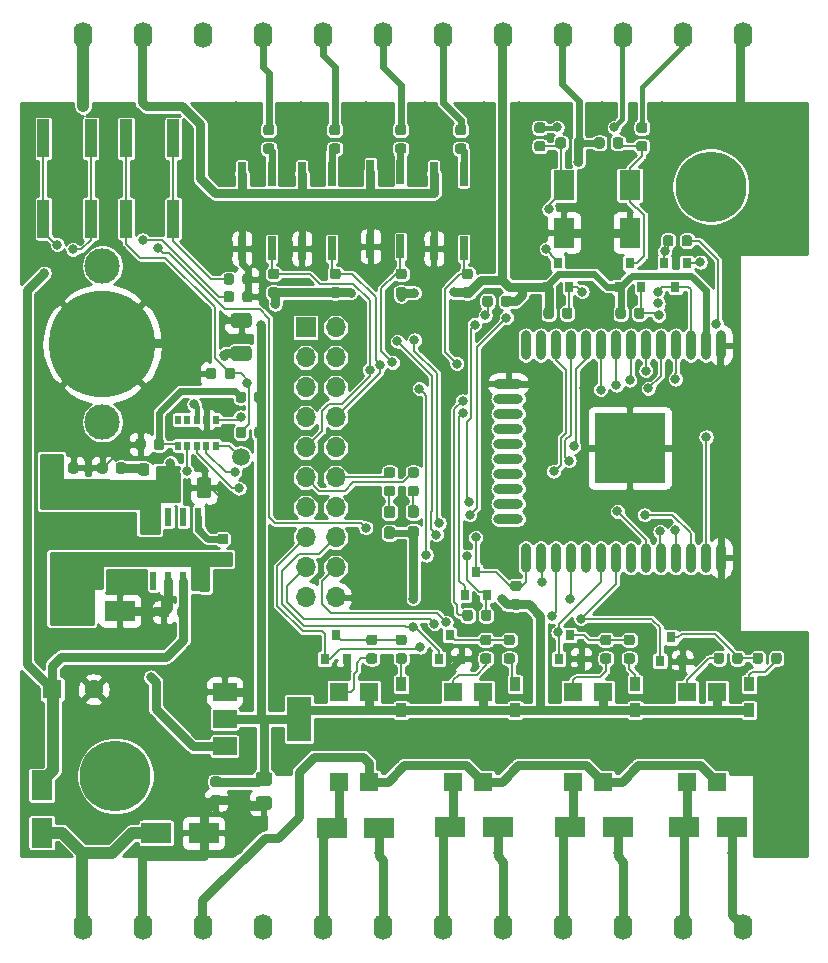
<source format=gtl>
G04 #@! TF.GenerationSoftware,KiCad,Pcbnew,(5.1.6-dirty)*
G04 #@! TF.CreationDate,2020-05-24T17:35:48+02:00*
G04 #@! TF.ProjectId,esp32control,65737033-3263-46f6-9e74-726f6c2e6b69,rev?*
G04 #@! TF.SameCoordinates,Original*
G04 #@! TF.FileFunction,Copper,L1,Top*
G04 #@! TF.FilePolarity,Positive*
%FSLAX46Y46*%
G04 Gerber Fmt 4.6, Leading zero omitted, Abs format (unit mm)*
G04 Created by KiCad (PCBNEW (5.1.6-dirty)) date 2020-05-24 17:35:48*
%MOMM*%
%LPD*%
G01*
G04 APERTURE LIST*
G04 #@! TA.AperFunction,ComponentPad*
%ADD10C,6.000000*%
G04 #@! TD*
G04 #@! TA.AperFunction,ComponentPad*
%ADD11O,1.600000X2.200000*%
G04 #@! TD*
G04 #@! TA.AperFunction,SMDPad,CuDef*
%ADD12R,0.500000X0.800000*%
G04 #@! TD*
G04 #@! TA.AperFunction,SMDPad,CuDef*
%ADD13C,1.500000*%
G04 #@! TD*
G04 #@! TA.AperFunction,SMDPad,CuDef*
%ADD14C,9.000000*%
G04 #@! TD*
G04 #@! TA.AperFunction,ComponentPad*
%ADD15C,3.000000*%
G04 #@! TD*
G04 #@! TA.AperFunction,SMDPad,CuDef*
%ADD16R,2.200000X1.500000*%
G04 #@! TD*
G04 #@! TA.AperFunction,ComponentPad*
%ADD17O,1.700000X1.700000*%
G04 #@! TD*
G04 #@! TA.AperFunction,ComponentPad*
%ADD18R,1.700000X1.700000*%
G04 #@! TD*
G04 #@! TA.AperFunction,SMDPad,CuDef*
%ADD19R,1.800000X2.500000*%
G04 #@! TD*
G04 #@! TA.AperFunction,SMDPad,CuDef*
%ADD20R,2.500000X1.800000*%
G04 #@! TD*
G04 #@! TA.AperFunction,ComponentPad*
%ADD21C,1.600000*%
G04 #@! TD*
G04 #@! TA.AperFunction,ComponentPad*
%ADD22R,1.600000X1.600000*%
G04 #@! TD*
G04 #@! TA.AperFunction,SMDPad,CuDef*
%ADD23R,0.800000X0.900000*%
G04 #@! TD*
G04 #@! TA.AperFunction,SMDPad,CuDef*
%ADD24R,2.000000X1.500000*%
G04 #@! TD*
G04 #@! TA.AperFunction,SMDPad,CuDef*
%ADD25R,2.000000X3.800000*%
G04 #@! TD*
G04 #@! TA.AperFunction,SMDPad,CuDef*
%ADD26R,1.000000X3.200000*%
G04 #@! TD*
G04 #@! TA.AperFunction,SMDPad,CuDef*
%ADD27R,6.000000X6.000000*%
G04 #@! TD*
G04 #@! TA.AperFunction,SMDPad,CuDef*
%ADD28O,0.900000X2.500000*%
G04 #@! TD*
G04 #@! TA.AperFunction,SMDPad,CuDef*
%ADD29O,2.500000X0.900000*%
G04 #@! TD*
G04 #@! TA.AperFunction,SMDPad,CuDef*
%ADD30R,0.640000X2.000000*%
G04 #@! TD*
G04 #@! TA.AperFunction,SMDPad,CuDef*
%ADD31R,0.600000X1.550000*%
G04 #@! TD*
G04 #@! TA.AperFunction,SMDPad,CuDef*
%ADD32R,0.900000X1.200000*%
G04 #@! TD*
G04 #@! TA.AperFunction,SMDPad,CuDef*
%ADD33R,1.600000X1.600000*%
G04 #@! TD*
G04 #@! TA.AperFunction,ViaPad*
%ADD34C,0.800000*%
G04 #@! TD*
G04 #@! TA.AperFunction,Conductor*
%ADD35C,0.800000*%
G04 #@! TD*
G04 #@! TA.AperFunction,Conductor*
%ADD36C,0.600000*%
G04 #@! TD*
G04 #@! TA.AperFunction,Conductor*
%ADD37C,1.000000*%
G04 #@! TD*
G04 #@! TA.AperFunction,Conductor*
%ADD38C,0.200000*%
G04 #@! TD*
G04 #@! TA.AperFunction,Conductor*
%ADD39C,0.400000*%
G04 #@! TD*
G04 #@! TA.AperFunction,Conductor*
%ADD40C,0.254000*%
G04 #@! TD*
G04 APERTURE END LIST*
D10*
X110508500Y-54168500D03*
X60108500Y-104068500D03*
D11*
X113248500Y-41368500D03*
X108168500Y-41368500D03*
X103088500Y-41368500D03*
X98008500Y-41368500D03*
X92928500Y-41368500D03*
X87848500Y-41368500D03*
X82768500Y-41368500D03*
X77688500Y-41368500D03*
X72608500Y-41368500D03*
X67528500Y-41368500D03*
X62448500Y-41368500D03*
X57368500Y-41368500D03*
X113248500Y-116868500D03*
X108168500Y-116868500D03*
X103088500Y-116868500D03*
X98008500Y-116868500D03*
X92928500Y-116868500D03*
X87848500Y-116868500D03*
X82768500Y-116868500D03*
X77688500Y-116868500D03*
X72608500Y-116868500D03*
X67528500Y-116868500D03*
X62448500Y-116868500D03*
X57368500Y-116868500D03*
G04 #@! TA.AperFunction,SMDPad,CuDef*
G36*
G01*
X71375000Y-66125000D02*
X70125000Y-66125000D01*
G75*
G02*
X69875000Y-65875000I0J250000D01*
G01*
X69875000Y-65125000D01*
G75*
G02*
X70125000Y-64875000I250000J0D01*
G01*
X71375000Y-64875000D01*
G75*
G02*
X71625000Y-65125000I0J-250000D01*
G01*
X71625000Y-65875000D01*
G75*
G02*
X71375000Y-66125000I-250000J0D01*
G01*
G37*
G04 #@! TD.AperFunction*
G04 #@! TA.AperFunction,SMDPad,CuDef*
G36*
G01*
X71375000Y-68925000D02*
X70125000Y-68925000D01*
G75*
G02*
X69875000Y-68675000I0J250000D01*
G01*
X69875000Y-67925000D01*
G75*
G02*
X70125000Y-67675000I250000J0D01*
G01*
X71375000Y-67675000D01*
G75*
G02*
X71625000Y-67925000I0J-250000D01*
G01*
X71625000Y-68675000D01*
G75*
G02*
X71375000Y-68925000I-250000J0D01*
G01*
G37*
G04 #@! TD.AperFunction*
G04 #@! TA.AperFunction,SMDPad,CuDef*
G36*
G01*
X66983500Y-80293500D02*
X66983500Y-79043500D01*
G75*
G02*
X67233500Y-78793500I250000J0D01*
G01*
X67983500Y-78793500D01*
G75*
G02*
X68233500Y-79043500I0J-250000D01*
G01*
X68233500Y-80293500D01*
G75*
G02*
X67983500Y-80543500I-250000J0D01*
G01*
X67233500Y-80543500D01*
G75*
G02*
X66983500Y-80293500I0J250000D01*
G01*
G37*
G04 #@! TD.AperFunction*
G04 #@! TA.AperFunction,SMDPad,CuDef*
G36*
G01*
X64183500Y-80293500D02*
X64183500Y-79043500D01*
G75*
G02*
X64433500Y-78793500I250000J0D01*
G01*
X65183500Y-78793500D01*
G75*
G02*
X65433500Y-79043500I0J-250000D01*
G01*
X65433500Y-80293500D01*
G75*
G02*
X65183500Y-80543500I-250000J0D01*
G01*
X64433500Y-80543500D01*
G75*
G02*
X64183500Y-80293500I0J250000D01*
G01*
G37*
G04 #@! TD.AperFunction*
D12*
X65400000Y-73900000D03*
X66200000Y-73900000D03*
X67000000Y-73900000D03*
X67800000Y-73900000D03*
X68600000Y-73900000D03*
X68600000Y-76100000D03*
X67800000Y-76100000D03*
X67000000Y-76100000D03*
X66200000Y-76100000D03*
X65400000Y-76100000D03*
D13*
X70708500Y-77068500D03*
G04 #@! TA.AperFunction,SMDPad,CuDef*
G36*
G01*
X83052250Y-79518500D02*
X83564750Y-79518500D01*
G75*
G02*
X83783500Y-79737250I0J-218750D01*
G01*
X83783500Y-80174750D01*
G75*
G02*
X83564750Y-80393500I-218750J0D01*
G01*
X83052250Y-80393500D01*
G75*
G02*
X82833500Y-80174750I0J218750D01*
G01*
X82833500Y-79737250D01*
G75*
G02*
X83052250Y-79518500I218750J0D01*
G01*
G37*
G04 #@! TD.AperFunction*
G04 #@! TA.AperFunction,SMDPad,CuDef*
G36*
G01*
X83052250Y-77943500D02*
X83564750Y-77943500D01*
G75*
G02*
X83783500Y-78162250I0J-218750D01*
G01*
X83783500Y-78599750D01*
G75*
G02*
X83564750Y-78818500I-218750J0D01*
G01*
X83052250Y-78818500D01*
G75*
G02*
X82833500Y-78599750I0J218750D01*
G01*
X82833500Y-78162250D01*
G75*
G02*
X83052250Y-77943500I218750J0D01*
G01*
G37*
G04 #@! TD.AperFunction*
G04 #@! TA.AperFunction,SMDPad,CuDef*
G36*
G01*
X85052250Y-79518500D02*
X85564750Y-79518500D01*
G75*
G02*
X85783500Y-79737250I0J-218750D01*
G01*
X85783500Y-80174750D01*
G75*
G02*
X85564750Y-80393500I-218750J0D01*
G01*
X85052250Y-80393500D01*
G75*
G02*
X84833500Y-80174750I0J218750D01*
G01*
X84833500Y-79737250D01*
G75*
G02*
X85052250Y-79518500I218750J0D01*
G01*
G37*
G04 #@! TD.AperFunction*
G04 #@! TA.AperFunction,SMDPad,CuDef*
G36*
G01*
X85052250Y-77943500D02*
X85564750Y-77943500D01*
G75*
G02*
X85783500Y-78162250I0J-218750D01*
G01*
X85783500Y-78599750D01*
G75*
G02*
X85564750Y-78818500I-218750J0D01*
G01*
X85052250Y-78818500D01*
G75*
G02*
X84833500Y-78599750I0J218750D01*
G01*
X84833500Y-78162250D01*
G75*
G02*
X85052250Y-77943500I218750J0D01*
G01*
G37*
G04 #@! TD.AperFunction*
G04 #@! TA.AperFunction,SMDPad,CuDef*
G36*
G01*
X71150000Y-71743750D02*
X71150000Y-72256250D01*
G75*
G02*
X70931250Y-72475000I-218750J0D01*
G01*
X70493750Y-72475000D01*
G75*
G02*
X70275000Y-72256250I0J218750D01*
G01*
X70275000Y-71743750D01*
G75*
G02*
X70493750Y-71525000I218750J0D01*
G01*
X70931250Y-71525000D01*
G75*
G02*
X71150000Y-71743750I0J-218750D01*
G01*
G37*
G04 #@! TD.AperFunction*
G04 #@! TA.AperFunction,SMDPad,CuDef*
G36*
G01*
X72725000Y-71743750D02*
X72725000Y-72256250D01*
G75*
G02*
X72506250Y-72475000I-218750J0D01*
G01*
X72068750Y-72475000D01*
G75*
G02*
X71850000Y-72256250I0J218750D01*
G01*
X71850000Y-71743750D01*
G75*
G02*
X72068750Y-71525000I218750J0D01*
G01*
X72506250Y-71525000D01*
G75*
G02*
X72725000Y-71743750I0J-218750D01*
G01*
G37*
G04 #@! TD.AperFunction*
G04 #@! TA.AperFunction,SMDPad,CuDef*
G36*
G01*
X83062500Y-82950000D02*
X83537500Y-82950000D01*
G75*
G02*
X83775000Y-83187500I0J-237500D01*
G01*
X83775000Y-83762500D01*
G75*
G02*
X83537500Y-84000000I-237500J0D01*
G01*
X83062500Y-84000000D01*
G75*
G02*
X82825000Y-83762500I0J237500D01*
G01*
X82825000Y-83187500D01*
G75*
G02*
X83062500Y-82950000I237500J0D01*
G01*
G37*
G04 #@! TD.AperFunction*
G04 #@! TA.AperFunction,SMDPad,CuDef*
G36*
G01*
X83062500Y-81200000D02*
X83537500Y-81200000D01*
G75*
G02*
X83775000Y-81437500I0J-237500D01*
G01*
X83775000Y-82012500D01*
G75*
G02*
X83537500Y-82250000I-237500J0D01*
G01*
X83062500Y-82250000D01*
G75*
G02*
X82825000Y-82012500I0J237500D01*
G01*
X82825000Y-81437500D01*
G75*
G02*
X83062500Y-81200000I237500J0D01*
G01*
G37*
G04 #@! TD.AperFunction*
G04 #@! TA.AperFunction,SMDPad,CuDef*
G36*
G01*
X85071000Y-82918500D02*
X85546000Y-82918500D01*
G75*
G02*
X85783500Y-83156000I0J-237500D01*
G01*
X85783500Y-83731000D01*
G75*
G02*
X85546000Y-83968500I-237500J0D01*
G01*
X85071000Y-83968500D01*
G75*
G02*
X84833500Y-83731000I0J237500D01*
G01*
X84833500Y-83156000D01*
G75*
G02*
X85071000Y-82918500I237500J0D01*
G01*
G37*
G04 #@! TD.AperFunction*
G04 #@! TA.AperFunction,SMDPad,CuDef*
G36*
G01*
X85071000Y-81168500D02*
X85546000Y-81168500D01*
G75*
G02*
X85783500Y-81406000I0J-237500D01*
G01*
X85783500Y-81981000D01*
G75*
G02*
X85546000Y-82218500I-237500J0D01*
G01*
X85071000Y-82218500D01*
G75*
G02*
X84833500Y-81981000I0J237500D01*
G01*
X84833500Y-81406000D01*
G75*
G02*
X85071000Y-81168500I237500J0D01*
G01*
G37*
G04 #@! TD.AperFunction*
G04 #@! TA.AperFunction,SMDPad,CuDef*
G36*
G01*
X62650000Y-75743750D02*
X62650000Y-76256250D01*
G75*
G02*
X62431250Y-76475000I-218750J0D01*
G01*
X61993750Y-76475000D01*
G75*
G02*
X61775000Y-76256250I0J218750D01*
G01*
X61775000Y-75743750D01*
G75*
G02*
X61993750Y-75525000I218750J0D01*
G01*
X62431250Y-75525000D01*
G75*
G02*
X62650000Y-75743750I0J-218750D01*
G01*
G37*
G04 #@! TD.AperFunction*
G04 #@! TA.AperFunction,SMDPad,CuDef*
G36*
G01*
X64225000Y-75743750D02*
X64225000Y-76256250D01*
G75*
G02*
X64006250Y-76475000I-218750J0D01*
G01*
X63568750Y-76475000D01*
G75*
G02*
X63350000Y-76256250I0J218750D01*
G01*
X63350000Y-75743750D01*
G75*
G02*
X63568750Y-75525000I218750J0D01*
G01*
X64006250Y-75525000D01*
G75*
G02*
X64225000Y-75743750I0J-218750D01*
G01*
G37*
G04 #@! TD.AperFunction*
D14*
X59000000Y-67500000D03*
D15*
X59000000Y-74100000D03*
X59000000Y-60900000D03*
D16*
X57468000Y-80288000D03*
X57468000Y-86688000D03*
D17*
X78740000Y-88960000D03*
X76200000Y-88960000D03*
X78740000Y-86420000D03*
X76200000Y-86420000D03*
X78740000Y-83880000D03*
X76200000Y-83880000D03*
X78740000Y-81340000D03*
X76200000Y-81340000D03*
X78740000Y-78800000D03*
X76200000Y-78800000D03*
X78740000Y-76260000D03*
X76200000Y-76260000D03*
X78740000Y-73720000D03*
X76200000Y-73720000D03*
X78740000Y-71180000D03*
X76200000Y-71180000D03*
X78740000Y-68640000D03*
X76200000Y-68640000D03*
X78740000Y-66100000D03*
D18*
X76200000Y-66100000D03*
G04 #@! TA.AperFunction,SMDPad,CuDef*
G36*
G01*
X78448250Y-62704500D02*
X78960750Y-62704500D01*
G75*
G02*
X79179500Y-62923250I0J-218750D01*
G01*
X79179500Y-63360750D01*
G75*
G02*
X78960750Y-63579500I-218750J0D01*
G01*
X78448250Y-63579500D01*
G75*
G02*
X78229500Y-63360750I0J218750D01*
G01*
X78229500Y-62923250D01*
G75*
G02*
X78448250Y-62704500I218750J0D01*
G01*
G37*
G04 #@! TD.AperFunction*
G04 #@! TA.AperFunction,SMDPad,CuDef*
G36*
G01*
X78448250Y-61129500D02*
X78960750Y-61129500D01*
G75*
G02*
X79179500Y-61348250I0J-218750D01*
G01*
X79179500Y-61785750D01*
G75*
G02*
X78960750Y-62004500I-218750J0D01*
G01*
X78448250Y-62004500D01*
G75*
G02*
X78229500Y-61785750I0J218750D01*
G01*
X78229500Y-61348250D01*
G75*
G02*
X78448250Y-61129500I218750J0D01*
G01*
G37*
G04 #@! TD.AperFunction*
G04 #@! TA.AperFunction,SMDPad,CuDef*
G36*
G01*
X60137500Y-78256250D02*
X60137500Y-77743750D01*
G75*
G02*
X60356250Y-77525000I218750J0D01*
G01*
X60793750Y-77525000D01*
G75*
G02*
X61012500Y-77743750I0J-218750D01*
G01*
X61012500Y-78256250D01*
G75*
G02*
X60793750Y-78475000I-218750J0D01*
G01*
X60356250Y-78475000D01*
G75*
G02*
X60137500Y-78256250I0J218750D01*
G01*
G37*
G04 #@! TD.AperFunction*
G04 #@! TA.AperFunction,SMDPad,CuDef*
G36*
G01*
X58562500Y-78256250D02*
X58562500Y-77743750D01*
G75*
G02*
X58781250Y-77525000I218750J0D01*
G01*
X59218750Y-77525000D01*
G75*
G02*
X59437500Y-77743750I0J-218750D01*
G01*
X59437500Y-78256250D01*
G75*
G02*
X59218750Y-78475000I-218750J0D01*
G01*
X58781250Y-78475000D01*
G75*
G02*
X58562500Y-78256250I0J218750D01*
G01*
G37*
G04 #@! TD.AperFunction*
G04 #@! TA.AperFunction,SMDPad,CuDef*
G36*
G01*
X98930000Y-50736250D02*
X98930000Y-50223750D01*
G75*
G02*
X99148750Y-50005000I218750J0D01*
G01*
X99586250Y-50005000D01*
G75*
G02*
X99805000Y-50223750I0J-218750D01*
G01*
X99805000Y-50736250D01*
G75*
G02*
X99586250Y-50955000I-218750J0D01*
G01*
X99148750Y-50955000D01*
G75*
G02*
X98930000Y-50736250I0J218750D01*
G01*
G37*
G04 #@! TD.AperFunction*
G04 #@! TA.AperFunction,SMDPad,CuDef*
G36*
G01*
X97355000Y-50736250D02*
X97355000Y-50223750D01*
G75*
G02*
X97573750Y-50005000I218750J0D01*
G01*
X98011250Y-50005000D01*
G75*
G02*
X98230000Y-50223750I0J-218750D01*
G01*
X98230000Y-50736250D01*
G75*
G02*
X98011250Y-50955000I-218750J0D01*
G01*
X97573750Y-50955000D01*
G75*
G02*
X97355000Y-50736250I0J218750D01*
G01*
G37*
G04 #@! TD.AperFunction*
G04 #@! TA.AperFunction,SMDPad,CuDef*
G36*
G01*
X114930500Y-93848250D02*
X114930500Y-94360750D01*
G75*
G02*
X114711750Y-94579500I-218750J0D01*
G01*
X114274250Y-94579500D01*
G75*
G02*
X114055500Y-94360750I0J218750D01*
G01*
X114055500Y-93848250D01*
G75*
G02*
X114274250Y-93629500I218750J0D01*
G01*
X114711750Y-93629500D01*
G75*
G02*
X114930500Y-93848250I0J-218750D01*
G01*
G37*
G04 #@! TD.AperFunction*
G04 #@! TA.AperFunction,SMDPad,CuDef*
G36*
G01*
X116505500Y-93848250D02*
X116505500Y-94360750D01*
G75*
G02*
X116286750Y-94579500I-218750J0D01*
G01*
X115849250Y-94579500D01*
G75*
G02*
X115630500Y-94360750I0J218750D01*
G01*
X115630500Y-93848250D01*
G75*
G02*
X115849250Y-93629500I218750J0D01*
G01*
X116286750Y-93629500D01*
G75*
G02*
X116505500Y-93848250I0J-218750D01*
G01*
G37*
G04 #@! TD.AperFunction*
G04 #@! TA.AperFunction,SMDPad,CuDef*
G36*
G01*
X111628500Y-93848250D02*
X111628500Y-94360750D01*
G75*
G02*
X111409750Y-94579500I-218750J0D01*
G01*
X110972250Y-94579500D01*
G75*
G02*
X110753500Y-94360750I0J218750D01*
G01*
X110753500Y-93848250D01*
G75*
G02*
X110972250Y-93629500I218750J0D01*
G01*
X111409750Y-93629500D01*
G75*
G02*
X111628500Y-93848250I0J-218750D01*
G01*
G37*
G04 #@! TD.AperFunction*
G04 #@! TA.AperFunction,SMDPad,CuDef*
G36*
G01*
X113203500Y-93848250D02*
X113203500Y-94360750D01*
G75*
G02*
X112984750Y-94579500I-218750J0D01*
G01*
X112547250Y-94579500D01*
G75*
G02*
X112328500Y-94360750I0J218750D01*
G01*
X112328500Y-93848250D01*
G75*
G02*
X112547250Y-93629500I218750J0D01*
G01*
X112984750Y-93629500D01*
G75*
G02*
X113203500Y-93848250I0J-218750D01*
G01*
G37*
G04 #@! TD.AperFunction*
G04 #@! TA.AperFunction,SMDPad,CuDef*
G36*
G01*
X103852750Y-92992500D02*
X103340250Y-92992500D01*
G75*
G02*
X103121500Y-92773750I0J218750D01*
G01*
X103121500Y-92336250D01*
G75*
G02*
X103340250Y-92117500I218750J0D01*
G01*
X103852750Y-92117500D01*
G75*
G02*
X104071500Y-92336250I0J-218750D01*
G01*
X104071500Y-92773750D01*
G75*
G02*
X103852750Y-92992500I-218750J0D01*
G01*
G37*
G04 #@! TD.AperFunction*
G04 #@! TA.AperFunction,SMDPad,CuDef*
G36*
G01*
X103852750Y-94567500D02*
X103340250Y-94567500D01*
G75*
G02*
X103121500Y-94348750I0J218750D01*
G01*
X103121500Y-93911250D01*
G75*
G02*
X103340250Y-93692500I218750J0D01*
G01*
X103852750Y-93692500D01*
G75*
G02*
X104071500Y-93911250I0J-218750D01*
G01*
X104071500Y-94348750D01*
G75*
G02*
X103852750Y-94567500I-218750J0D01*
G01*
G37*
G04 #@! TD.AperFunction*
G04 #@! TA.AperFunction,SMDPad,CuDef*
G36*
G01*
X101371750Y-93692500D02*
X101884250Y-93692500D01*
G75*
G02*
X102103000Y-93911250I0J-218750D01*
G01*
X102103000Y-94348750D01*
G75*
G02*
X101884250Y-94567500I-218750J0D01*
G01*
X101371750Y-94567500D01*
G75*
G02*
X101153000Y-94348750I0J218750D01*
G01*
X101153000Y-93911250D01*
G75*
G02*
X101371750Y-93692500I218750J0D01*
G01*
G37*
G04 #@! TD.AperFunction*
G04 #@! TA.AperFunction,SMDPad,CuDef*
G36*
G01*
X101371750Y-92117500D02*
X101884250Y-92117500D01*
G75*
G02*
X102103000Y-92336250I0J-218750D01*
G01*
X102103000Y-92773750D01*
G75*
G02*
X101884250Y-92992500I-218750J0D01*
G01*
X101371750Y-92992500D01*
G75*
G02*
X101153000Y-92773750I0J218750D01*
G01*
X101153000Y-92336250D01*
G75*
G02*
X101371750Y-92117500I218750J0D01*
G01*
G37*
G04 #@! TD.AperFunction*
G04 #@! TA.AperFunction,SMDPad,CuDef*
G36*
G01*
X70850000Y-63756250D02*
X70850000Y-63243750D01*
G75*
G02*
X71068750Y-63025000I218750J0D01*
G01*
X71506250Y-63025000D01*
G75*
G02*
X71725000Y-63243750I0J-218750D01*
G01*
X71725000Y-63756250D01*
G75*
G02*
X71506250Y-63975000I-218750J0D01*
G01*
X71068750Y-63975000D01*
G75*
G02*
X70850000Y-63756250I0J218750D01*
G01*
G37*
G04 #@! TD.AperFunction*
G04 #@! TA.AperFunction,SMDPad,CuDef*
G36*
G01*
X69275000Y-63756250D02*
X69275000Y-63243750D01*
G75*
G02*
X69493750Y-63025000I218750J0D01*
G01*
X69931250Y-63025000D01*
G75*
G02*
X70150000Y-63243750I0J-218750D01*
G01*
X70150000Y-63756250D01*
G75*
G02*
X69931250Y-63975000I-218750J0D01*
G01*
X69493750Y-63975000D01*
G75*
G02*
X69275000Y-63756250I0J218750D01*
G01*
G37*
G04 #@! TD.AperFunction*
G04 #@! TA.AperFunction,SMDPad,CuDef*
G36*
G01*
X93752250Y-89118500D02*
X94264750Y-89118500D01*
G75*
G02*
X94483500Y-89337250I0J-218750D01*
G01*
X94483500Y-89774750D01*
G75*
G02*
X94264750Y-89993500I-218750J0D01*
G01*
X93752250Y-89993500D01*
G75*
G02*
X93533500Y-89774750I0J218750D01*
G01*
X93533500Y-89337250D01*
G75*
G02*
X93752250Y-89118500I218750J0D01*
G01*
G37*
G04 #@! TD.AperFunction*
G04 #@! TA.AperFunction,SMDPad,CuDef*
G36*
G01*
X93752250Y-87543500D02*
X94264750Y-87543500D01*
G75*
G02*
X94483500Y-87762250I0J-218750D01*
G01*
X94483500Y-88199750D01*
G75*
G02*
X94264750Y-88418500I-218750J0D01*
G01*
X93752250Y-88418500D01*
G75*
G02*
X93533500Y-88199750I0J218750D01*
G01*
X93533500Y-87762250D01*
G75*
G02*
X93752250Y-87543500I218750J0D01*
G01*
G37*
G04 #@! TD.AperFunction*
G04 #@! TA.AperFunction,SMDPad,CuDef*
G36*
G01*
X90358500Y-90212250D02*
X90358500Y-90724750D01*
G75*
G02*
X90139750Y-90943500I-218750J0D01*
G01*
X89702250Y-90943500D01*
G75*
G02*
X89483500Y-90724750I0J218750D01*
G01*
X89483500Y-90212250D01*
G75*
G02*
X89702250Y-89993500I218750J0D01*
G01*
X90139750Y-89993500D01*
G75*
G02*
X90358500Y-90212250I0J-218750D01*
G01*
G37*
G04 #@! TD.AperFunction*
G04 #@! TA.AperFunction,SMDPad,CuDef*
G36*
G01*
X91933500Y-90212250D02*
X91933500Y-90724750D01*
G75*
G02*
X91714750Y-90943500I-218750J0D01*
G01*
X91277250Y-90943500D01*
G75*
G02*
X91058500Y-90724750I0J218750D01*
G01*
X91058500Y-90212250D01*
G75*
G02*
X91277250Y-89993500I218750J0D01*
G01*
X91714750Y-89993500D01*
G75*
G02*
X91933500Y-90212250I0J-218750D01*
G01*
G37*
G04 #@! TD.AperFunction*
G04 #@! TA.AperFunction,SMDPad,CuDef*
G36*
G01*
X108046000Y-59024750D02*
X108046000Y-58512250D01*
G75*
G02*
X108264750Y-58293500I218750J0D01*
G01*
X108702250Y-58293500D01*
G75*
G02*
X108921000Y-58512250I0J-218750D01*
G01*
X108921000Y-59024750D01*
G75*
G02*
X108702250Y-59243500I-218750J0D01*
G01*
X108264750Y-59243500D01*
G75*
G02*
X108046000Y-59024750I0J218750D01*
G01*
G37*
G04 #@! TD.AperFunction*
G04 #@! TA.AperFunction,SMDPad,CuDef*
G36*
G01*
X106471000Y-59024750D02*
X106471000Y-58512250D01*
G75*
G02*
X106689750Y-58293500I218750J0D01*
G01*
X107127250Y-58293500D01*
G75*
G02*
X107346000Y-58512250I0J-218750D01*
G01*
X107346000Y-59024750D01*
G75*
G02*
X107127250Y-59243500I-218750J0D01*
G01*
X106689750Y-59243500D01*
G75*
G02*
X106471000Y-59024750I0J218750D01*
G01*
G37*
G04 #@! TD.AperFunction*
G04 #@! TA.AperFunction,SMDPad,CuDef*
G36*
G01*
X92043000Y-63622250D02*
X92043000Y-64134750D01*
G75*
G02*
X91824250Y-64353500I-218750J0D01*
G01*
X91386750Y-64353500D01*
G75*
G02*
X91168000Y-64134750I0J218750D01*
G01*
X91168000Y-63622250D01*
G75*
G02*
X91386750Y-63403500I218750J0D01*
G01*
X91824250Y-63403500D01*
G75*
G02*
X92043000Y-63622250I0J-218750D01*
G01*
G37*
G04 #@! TD.AperFunction*
G04 #@! TA.AperFunction,SMDPad,CuDef*
G36*
G01*
X93618000Y-63622250D02*
X93618000Y-64134750D01*
G75*
G02*
X93399250Y-64353500I-218750J0D01*
G01*
X92961750Y-64353500D01*
G75*
G02*
X92743000Y-64134750I0J218750D01*
G01*
X92743000Y-63622250D01*
G75*
G02*
X92961750Y-63403500I218750J0D01*
G01*
X93399250Y-63403500D01*
G75*
G02*
X93618000Y-63622250I0J-218750D01*
G01*
G37*
G04 #@! TD.AperFunction*
G04 #@! TA.AperFunction,SMDPad,CuDef*
G36*
G01*
X89624250Y-62704500D02*
X90136750Y-62704500D01*
G75*
G02*
X90355500Y-62923250I0J-218750D01*
G01*
X90355500Y-63360750D01*
G75*
G02*
X90136750Y-63579500I-218750J0D01*
G01*
X89624250Y-63579500D01*
G75*
G02*
X89405500Y-63360750I0J218750D01*
G01*
X89405500Y-62923250D01*
G75*
G02*
X89624250Y-62704500I218750J0D01*
G01*
G37*
G04 #@! TD.AperFunction*
G04 #@! TA.AperFunction,SMDPad,CuDef*
G36*
G01*
X89624250Y-61129500D02*
X90136750Y-61129500D01*
G75*
G02*
X90355500Y-61348250I0J-218750D01*
G01*
X90355500Y-61785750D01*
G75*
G02*
X90136750Y-62004500I-218750J0D01*
G01*
X89624250Y-62004500D01*
G75*
G02*
X89405500Y-61785750I0J218750D01*
G01*
X89405500Y-61348250D01*
G75*
G02*
X89624250Y-61129500I218750J0D01*
G01*
G37*
G04 #@! TD.AperFunction*
G04 #@! TA.AperFunction,SMDPad,CuDef*
G36*
G01*
X73243750Y-62704500D02*
X73756250Y-62704500D01*
G75*
G02*
X73975000Y-62923250I0J-218750D01*
G01*
X73975000Y-63360750D01*
G75*
G02*
X73756250Y-63579500I-218750J0D01*
G01*
X73243750Y-63579500D01*
G75*
G02*
X73025000Y-63360750I0J218750D01*
G01*
X73025000Y-62923250D01*
G75*
G02*
X73243750Y-62704500I218750J0D01*
G01*
G37*
G04 #@! TD.AperFunction*
G04 #@! TA.AperFunction,SMDPad,CuDef*
G36*
G01*
X73243750Y-61129500D02*
X73756250Y-61129500D01*
G75*
G02*
X73975000Y-61348250I0J-218750D01*
G01*
X73975000Y-61785750D01*
G75*
G02*
X73756250Y-62004500I-218750J0D01*
G01*
X73243750Y-62004500D01*
G75*
G02*
X73025000Y-61785750I0J218750D01*
G01*
X73025000Y-61348250D01*
G75*
G02*
X73243750Y-61129500I218750J0D01*
G01*
G37*
G04 #@! TD.AperFunction*
G04 #@! TA.AperFunction,SMDPad,CuDef*
G36*
G01*
X101520000Y-50223750D02*
X101520000Y-50736250D01*
G75*
G02*
X101301250Y-50955000I-218750J0D01*
G01*
X100863750Y-50955000D01*
G75*
G02*
X100645000Y-50736250I0J218750D01*
G01*
X100645000Y-50223750D01*
G75*
G02*
X100863750Y-50005000I218750J0D01*
G01*
X101301250Y-50005000D01*
G75*
G02*
X101520000Y-50223750I0J-218750D01*
G01*
G37*
G04 #@! TD.AperFunction*
G04 #@! TA.AperFunction,SMDPad,CuDef*
G36*
G01*
X103095000Y-50223750D02*
X103095000Y-50736250D01*
G75*
G02*
X102876250Y-50955000I-218750J0D01*
G01*
X102438750Y-50955000D01*
G75*
G02*
X102220000Y-50736250I0J218750D01*
G01*
X102220000Y-50223750D01*
G75*
G02*
X102438750Y-50005000I218750J0D01*
G01*
X102876250Y-50005000D01*
G75*
G02*
X103095000Y-50223750I0J-218750D01*
G01*
G37*
G04 #@! TD.AperFunction*
G04 #@! TA.AperFunction,SMDPad,CuDef*
G36*
G01*
X104932250Y-49622000D02*
X104419750Y-49622000D01*
G75*
G02*
X104201000Y-49403250I0J218750D01*
G01*
X104201000Y-48965750D01*
G75*
G02*
X104419750Y-48747000I218750J0D01*
G01*
X104932250Y-48747000D01*
G75*
G02*
X105151000Y-48965750I0J-218750D01*
G01*
X105151000Y-49403250D01*
G75*
G02*
X104932250Y-49622000I-218750J0D01*
G01*
G37*
G04 #@! TD.AperFunction*
G04 #@! TA.AperFunction,SMDPad,CuDef*
G36*
G01*
X104932250Y-51197000D02*
X104419750Y-51197000D01*
G75*
G02*
X104201000Y-50978250I0J218750D01*
G01*
X104201000Y-50540750D01*
G75*
G02*
X104419750Y-50322000I218750J0D01*
G01*
X104932250Y-50322000D01*
G75*
G02*
X105151000Y-50540750I0J-218750D01*
G01*
X105151000Y-50978250D01*
G75*
G02*
X104932250Y-51197000I-218750J0D01*
G01*
G37*
G04 #@! TD.AperFunction*
G04 #@! TA.AperFunction,SMDPad,CuDef*
G36*
G01*
X96296250Y-49622000D02*
X95783750Y-49622000D01*
G75*
G02*
X95565000Y-49403250I0J218750D01*
G01*
X95565000Y-48965750D01*
G75*
G02*
X95783750Y-48747000I218750J0D01*
G01*
X96296250Y-48747000D01*
G75*
G02*
X96515000Y-48965750I0J-218750D01*
G01*
X96515000Y-49403250D01*
G75*
G02*
X96296250Y-49622000I-218750J0D01*
G01*
G37*
G04 #@! TD.AperFunction*
G04 #@! TA.AperFunction,SMDPad,CuDef*
G36*
G01*
X96296250Y-51197000D02*
X95783750Y-51197000D01*
G75*
G02*
X95565000Y-50978250I0J218750D01*
G01*
X95565000Y-50540750D01*
G75*
G02*
X95783750Y-50322000I218750J0D01*
G01*
X96296250Y-50322000D01*
G75*
G02*
X96515000Y-50540750I0J-218750D01*
G01*
X96515000Y-50978250D01*
G75*
G02*
X96296250Y-51197000I-218750J0D01*
G01*
G37*
G04 #@! TD.AperFunction*
G04 #@! TA.AperFunction,SMDPad,CuDef*
G36*
G01*
X103310000Y-64638250D02*
X103310000Y-65150750D01*
G75*
G02*
X103091250Y-65369500I-218750J0D01*
G01*
X102653750Y-65369500D01*
G75*
G02*
X102435000Y-65150750I0J218750D01*
G01*
X102435000Y-64638250D01*
G75*
G02*
X102653750Y-64419500I218750J0D01*
G01*
X103091250Y-64419500D01*
G75*
G02*
X103310000Y-64638250I0J-218750D01*
G01*
G37*
G04 #@! TD.AperFunction*
G04 #@! TA.AperFunction,SMDPad,CuDef*
G36*
G01*
X104885000Y-64638250D02*
X104885000Y-65150750D01*
G75*
G02*
X104666250Y-65369500I-218750J0D01*
G01*
X104228750Y-65369500D01*
G75*
G02*
X104010000Y-65150750I0J218750D01*
G01*
X104010000Y-64638250D01*
G75*
G02*
X104228750Y-64419500I218750J0D01*
G01*
X104666250Y-64419500D01*
G75*
G02*
X104885000Y-64638250I0J-218750D01*
G01*
G37*
G04 #@! TD.AperFunction*
G04 #@! TA.AperFunction,SMDPad,CuDef*
G36*
G01*
X97214000Y-64638250D02*
X97214000Y-65150750D01*
G75*
G02*
X96995250Y-65369500I-218750J0D01*
G01*
X96557750Y-65369500D01*
G75*
G02*
X96339000Y-65150750I0J218750D01*
G01*
X96339000Y-64638250D01*
G75*
G02*
X96557750Y-64419500I218750J0D01*
G01*
X96995250Y-64419500D01*
G75*
G02*
X97214000Y-64638250I0J-218750D01*
G01*
G37*
G04 #@! TD.AperFunction*
G04 #@! TA.AperFunction,SMDPad,CuDef*
G36*
G01*
X98789000Y-64638250D02*
X98789000Y-65150750D01*
G75*
G02*
X98570250Y-65369500I-218750J0D01*
G01*
X98132750Y-65369500D01*
G75*
G02*
X97914000Y-65150750I0J218750D01*
G01*
X97914000Y-64638250D01*
G75*
G02*
X98132750Y-64419500I218750J0D01*
G01*
X98570250Y-64419500D01*
G75*
G02*
X98789000Y-64638250I0J-218750D01*
G01*
G37*
G04 #@! TD.AperFunction*
G04 #@! TA.AperFunction,SMDPad,CuDef*
G36*
G01*
X70850000Y-62256250D02*
X70850000Y-61743750D01*
G75*
G02*
X71068750Y-61525000I218750J0D01*
G01*
X71506250Y-61525000D01*
G75*
G02*
X71725000Y-61743750I0J-218750D01*
G01*
X71725000Y-62256250D01*
G75*
G02*
X71506250Y-62475000I-218750J0D01*
G01*
X71068750Y-62475000D01*
G75*
G02*
X70850000Y-62256250I0J218750D01*
G01*
G37*
G04 #@! TD.AperFunction*
G04 #@! TA.AperFunction,SMDPad,CuDef*
G36*
G01*
X69275000Y-62256250D02*
X69275000Y-61743750D01*
G75*
G02*
X69493750Y-61525000I218750J0D01*
G01*
X69931250Y-61525000D01*
G75*
G02*
X70150000Y-61743750I0J-218750D01*
G01*
X70150000Y-62256250D01*
G75*
G02*
X69931250Y-62475000I-218750J0D01*
G01*
X69493750Y-62475000D01*
G75*
G02*
X69275000Y-62256250I0J218750D01*
G01*
G37*
G04 #@! TD.AperFunction*
G04 #@! TA.AperFunction,SMDPad,CuDef*
G36*
G01*
X71850000Y-75256250D02*
X71850000Y-74743750D01*
G75*
G02*
X72068750Y-74525000I218750J0D01*
G01*
X72506250Y-74525000D01*
G75*
G02*
X72725000Y-74743750I0J-218750D01*
G01*
X72725000Y-75256250D01*
G75*
G02*
X72506250Y-75475000I-218750J0D01*
G01*
X72068750Y-75475000D01*
G75*
G02*
X71850000Y-75256250I0J218750D01*
G01*
G37*
G04 #@! TD.AperFunction*
G04 #@! TA.AperFunction,SMDPad,CuDef*
G36*
G01*
X70275000Y-75256250D02*
X70275000Y-74743750D01*
G75*
G02*
X70493750Y-74525000I218750J0D01*
G01*
X70931250Y-74525000D01*
G75*
G02*
X71150000Y-74743750I0J-218750D01*
G01*
X71150000Y-75256250D01*
G75*
G02*
X70931250Y-75475000I-218750J0D01*
G01*
X70493750Y-75475000D01*
G75*
G02*
X70275000Y-75256250I0J218750D01*
G01*
G37*
G04 #@! TD.AperFunction*
G04 #@! TA.AperFunction,SMDPad,CuDef*
G36*
G01*
X84036250Y-62704500D02*
X84548750Y-62704500D01*
G75*
G02*
X84767500Y-62923250I0J-218750D01*
G01*
X84767500Y-63360750D01*
G75*
G02*
X84548750Y-63579500I-218750J0D01*
G01*
X84036250Y-63579500D01*
G75*
G02*
X83817500Y-63360750I0J218750D01*
G01*
X83817500Y-62923250D01*
G75*
G02*
X84036250Y-62704500I218750J0D01*
G01*
G37*
G04 #@! TD.AperFunction*
G04 #@! TA.AperFunction,SMDPad,CuDef*
G36*
G01*
X84036250Y-61129500D02*
X84548750Y-61129500D01*
G75*
G02*
X84767500Y-61348250I0J-218750D01*
G01*
X84767500Y-61785750D01*
G75*
G02*
X84548750Y-62004500I-218750J0D01*
G01*
X84036250Y-62004500D01*
G75*
G02*
X83817500Y-61785750I0J218750D01*
G01*
X83817500Y-61348250D01*
G75*
G02*
X84036250Y-61129500I218750J0D01*
G01*
G37*
G04 #@! TD.AperFunction*
G04 #@! TA.AperFunction,SMDPad,CuDef*
G36*
G01*
X89601250Y-49819000D02*
X89088750Y-49819000D01*
G75*
G02*
X88870000Y-49600250I0J218750D01*
G01*
X88870000Y-49162750D01*
G75*
G02*
X89088750Y-48944000I218750J0D01*
G01*
X89601250Y-48944000D01*
G75*
G02*
X89820000Y-49162750I0J-218750D01*
G01*
X89820000Y-49600250D01*
G75*
G02*
X89601250Y-49819000I-218750J0D01*
G01*
G37*
G04 #@! TD.AperFunction*
G04 #@! TA.AperFunction,SMDPad,CuDef*
G36*
G01*
X89601250Y-51394000D02*
X89088750Y-51394000D01*
G75*
G02*
X88870000Y-51175250I0J218750D01*
G01*
X88870000Y-50737750D01*
G75*
G02*
X89088750Y-50519000I218750J0D01*
G01*
X89601250Y-50519000D01*
G75*
G02*
X89820000Y-50737750I0J-218750D01*
G01*
X89820000Y-51175250D01*
G75*
G02*
X89601250Y-51394000I-218750J0D01*
G01*
G37*
G04 #@! TD.AperFunction*
G04 #@! TA.AperFunction,SMDPad,CuDef*
G36*
G01*
X93692750Y-92992500D02*
X93180250Y-92992500D01*
G75*
G02*
X92961500Y-92773750I0J218750D01*
G01*
X92961500Y-92336250D01*
G75*
G02*
X93180250Y-92117500I218750J0D01*
G01*
X93692750Y-92117500D01*
G75*
G02*
X93911500Y-92336250I0J-218750D01*
G01*
X93911500Y-92773750D01*
G75*
G02*
X93692750Y-92992500I-218750J0D01*
G01*
G37*
G04 #@! TD.AperFunction*
G04 #@! TA.AperFunction,SMDPad,CuDef*
G36*
G01*
X93692750Y-94567500D02*
X93180250Y-94567500D01*
G75*
G02*
X92961500Y-94348750I0J218750D01*
G01*
X92961500Y-93911250D01*
G75*
G02*
X93180250Y-93692500I218750J0D01*
G01*
X93692750Y-93692500D01*
G75*
G02*
X93911500Y-93911250I0J-218750D01*
G01*
X93911500Y-94348750D01*
G75*
G02*
X93692750Y-94567500I-218750J0D01*
G01*
G37*
G04 #@! TD.AperFunction*
G04 #@! TA.AperFunction,SMDPad,CuDef*
G36*
G01*
X91211750Y-93692500D02*
X91724250Y-93692500D01*
G75*
G02*
X91943000Y-93911250I0J-218750D01*
G01*
X91943000Y-94348750D01*
G75*
G02*
X91724250Y-94567500I-218750J0D01*
G01*
X91211750Y-94567500D01*
G75*
G02*
X90993000Y-94348750I0J218750D01*
G01*
X90993000Y-93911250D01*
G75*
G02*
X91211750Y-93692500I218750J0D01*
G01*
G37*
G04 #@! TD.AperFunction*
G04 #@! TA.AperFunction,SMDPad,CuDef*
G36*
G01*
X91211750Y-92117500D02*
X91724250Y-92117500D01*
G75*
G02*
X91943000Y-92336250I0J-218750D01*
G01*
X91943000Y-92773750D01*
G75*
G02*
X91724250Y-92992500I-218750J0D01*
G01*
X91211750Y-92992500D01*
G75*
G02*
X90993000Y-92773750I0J218750D01*
G01*
X90993000Y-92336250D01*
G75*
G02*
X91211750Y-92117500I218750J0D01*
G01*
G37*
G04 #@! TD.AperFunction*
G04 #@! TA.AperFunction,SMDPad,CuDef*
G36*
G01*
X84521250Y-49819000D02*
X84008750Y-49819000D01*
G75*
G02*
X83790000Y-49600250I0J218750D01*
G01*
X83790000Y-49162750D01*
G75*
G02*
X84008750Y-48944000I218750J0D01*
G01*
X84521250Y-48944000D01*
G75*
G02*
X84740000Y-49162750I0J-218750D01*
G01*
X84740000Y-49600250D01*
G75*
G02*
X84521250Y-49819000I-218750J0D01*
G01*
G37*
G04 #@! TD.AperFunction*
G04 #@! TA.AperFunction,SMDPad,CuDef*
G36*
G01*
X84521250Y-51394000D02*
X84008750Y-51394000D01*
G75*
G02*
X83790000Y-51175250I0J218750D01*
G01*
X83790000Y-50737750D01*
G75*
G02*
X84008750Y-50519000I218750J0D01*
G01*
X84521250Y-50519000D01*
G75*
G02*
X84740000Y-50737750I0J-218750D01*
G01*
X84740000Y-51175250D01*
G75*
G02*
X84521250Y-51394000I-218750J0D01*
G01*
G37*
G04 #@! TD.AperFunction*
G04 #@! TA.AperFunction,SMDPad,CuDef*
G36*
G01*
X78933250Y-49819000D02*
X78420750Y-49819000D01*
G75*
G02*
X78202000Y-49600250I0J218750D01*
G01*
X78202000Y-49162750D01*
G75*
G02*
X78420750Y-48944000I218750J0D01*
G01*
X78933250Y-48944000D01*
G75*
G02*
X79152000Y-49162750I0J-218750D01*
G01*
X79152000Y-49600250D01*
G75*
G02*
X78933250Y-49819000I-218750J0D01*
G01*
G37*
G04 #@! TD.AperFunction*
G04 #@! TA.AperFunction,SMDPad,CuDef*
G36*
G01*
X78933250Y-51394000D02*
X78420750Y-51394000D01*
G75*
G02*
X78202000Y-51175250I0J218750D01*
G01*
X78202000Y-50737750D01*
G75*
G02*
X78420750Y-50519000I218750J0D01*
G01*
X78933250Y-50519000D01*
G75*
G02*
X79152000Y-50737750I0J-218750D01*
G01*
X79152000Y-51175250D01*
G75*
G02*
X78933250Y-51394000I-218750J0D01*
G01*
G37*
G04 #@! TD.AperFunction*
G04 #@! TA.AperFunction,SMDPad,CuDef*
G36*
G01*
X73345250Y-49819000D02*
X72832750Y-49819000D01*
G75*
G02*
X72614000Y-49600250I0J218750D01*
G01*
X72614000Y-49162750D01*
G75*
G02*
X72832750Y-48944000I218750J0D01*
G01*
X73345250Y-48944000D01*
G75*
G02*
X73564000Y-49162750I0J-218750D01*
G01*
X73564000Y-49600250D01*
G75*
G02*
X73345250Y-49819000I-218750J0D01*
G01*
G37*
G04 #@! TD.AperFunction*
G04 #@! TA.AperFunction,SMDPad,CuDef*
G36*
G01*
X73345250Y-51394000D02*
X72832750Y-51394000D01*
G75*
G02*
X72614000Y-51175250I0J218750D01*
G01*
X72614000Y-50737750D01*
G75*
G02*
X72832750Y-50519000I218750J0D01*
G01*
X73345250Y-50519000D01*
G75*
G02*
X73564000Y-50737750I0J-218750D01*
G01*
X73564000Y-51175250D01*
G75*
G02*
X73345250Y-51394000I-218750J0D01*
G01*
G37*
G04 #@! TD.AperFunction*
G04 #@! TA.AperFunction,SMDPad,CuDef*
G36*
G01*
X84548750Y-92992500D02*
X84036250Y-92992500D01*
G75*
G02*
X83817500Y-92773750I0J218750D01*
G01*
X83817500Y-92336250D01*
G75*
G02*
X84036250Y-92117500I218750J0D01*
G01*
X84548750Y-92117500D01*
G75*
G02*
X84767500Y-92336250I0J-218750D01*
G01*
X84767500Y-92773750D01*
G75*
G02*
X84548750Y-92992500I-218750J0D01*
G01*
G37*
G04 #@! TD.AperFunction*
G04 #@! TA.AperFunction,SMDPad,CuDef*
G36*
G01*
X84548750Y-94567500D02*
X84036250Y-94567500D01*
G75*
G02*
X83817500Y-94348750I0J218750D01*
G01*
X83817500Y-93911250D01*
G75*
G02*
X84036250Y-93692500I218750J0D01*
G01*
X84548750Y-93692500D01*
G75*
G02*
X84767500Y-93911250I0J-218750D01*
G01*
X84767500Y-94348750D01*
G75*
G02*
X84548750Y-94567500I-218750J0D01*
G01*
G37*
G04 #@! TD.AperFunction*
G04 #@! TA.AperFunction,SMDPad,CuDef*
G36*
G01*
X81559750Y-93692500D02*
X82072250Y-93692500D01*
G75*
G02*
X82291000Y-93911250I0J-218750D01*
G01*
X82291000Y-94348750D01*
G75*
G02*
X82072250Y-94567500I-218750J0D01*
G01*
X81559750Y-94567500D01*
G75*
G02*
X81341000Y-94348750I0J218750D01*
G01*
X81341000Y-93911250D01*
G75*
G02*
X81559750Y-93692500I218750J0D01*
G01*
G37*
G04 #@! TD.AperFunction*
G04 #@! TA.AperFunction,SMDPad,CuDef*
G36*
G01*
X81559750Y-92117500D02*
X82072250Y-92117500D01*
G75*
G02*
X82291000Y-92336250I0J-218750D01*
G01*
X82291000Y-92773750D01*
G75*
G02*
X82072250Y-92992500I-218750J0D01*
G01*
X81559750Y-92992500D01*
G75*
G02*
X81341000Y-92773750I0J218750D01*
G01*
X81341000Y-92336250D01*
G75*
G02*
X81559750Y-92117500I218750J0D01*
G01*
G37*
G04 #@! TD.AperFunction*
G04 #@! TA.AperFunction,SMDPad,CuDef*
G36*
G01*
X62262500Y-79350000D02*
X62737500Y-79350000D01*
G75*
G02*
X62975000Y-79587500I0J-237500D01*
G01*
X62975000Y-80162500D01*
G75*
G02*
X62737500Y-80400000I-237500J0D01*
G01*
X62262500Y-80400000D01*
G75*
G02*
X62025000Y-80162500I0J237500D01*
G01*
X62025000Y-79587500D01*
G75*
G02*
X62262500Y-79350000I237500J0D01*
G01*
G37*
G04 #@! TD.AperFunction*
G04 #@! TA.AperFunction,SMDPad,CuDef*
G36*
G01*
X62262500Y-77600000D02*
X62737500Y-77600000D01*
G75*
G02*
X62975000Y-77837500I0J-237500D01*
G01*
X62975000Y-78412500D01*
G75*
G02*
X62737500Y-78650000I-237500J0D01*
G01*
X62262500Y-78650000D01*
G75*
G02*
X62025000Y-78412500I0J237500D01*
G01*
X62025000Y-77837500D01*
G75*
G02*
X62262500Y-77600000I237500J0D01*
G01*
G37*
G04 #@! TD.AperFunction*
D19*
X98072000Y-58068000D03*
X98072000Y-54068000D03*
D20*
X108264000Y-108392000D03*
X112264000Y-108392000D03*
X98612000Y-108392000D03*
X102612000Y-108392000D03*
X88452000Y-108392000D03*
X92452000Y-108392000D03*
X67560000Y-108900000D03*
X63560000Y-108900000D03*
D19*
X103660000Y-58068000D03*
X103660000Y-54068000D03*
X53876000Y-108868000D03*
X53876000Y-104868000D03*
D20*
X60484000Y-90092000D03*
X56484000Y-90092000D03*
X78419000Y-108519000D03*
X82419000Y-108519000D03*
D21*
X58250000Y-96750000D03*
D22*
X54750000Y-96750000D03*
G04 #@! TA.AperFunction,SMDPad,CuDef*
G36*
G01*
X64650000Y-89943750D02*
X64650000Y-90456250D01*
G75*
G02*
X64431250Y-90675000I-218750J0D01*
G01*
X63993750Y-90675000D01*
G75*
G02*
X63775000Y-90456250I0J218750D01*
G01*
X63775000Y-89943750D01*
G75*
G02*
X63993750Y-89725000I218750J0D01*
G01*
X64431250Y-89725000D01*
G75*
G02*
X64650000Y-89943750I0J-218750D01*
G01*
G37*
G04 #@! TD.AperFunction*
G04 #@! TA.AperFunction,SMDPad,CuDef*
G36*
G01*
X66225000Y-89943750D02*
X66225000Y-90456250D01*
G75*
G02*
X66006250Y-90675000I-218750J0D01*
G01*
X65568750Y-90675000D01*
G75*
G02*
X65350000Y-90456250I0J218750D01*
G01*
X65350000Y-89943750D01*
G75*
G02*
X65568750Y-89725000I218750J0D01*
G01*
X66006250Y-89725000D01*
G75*
G02*
X66225000Y-89943750I0J-218750D01*
G01*
G37*
G04 #@! TD.AperFunction*
G04 #@! TA.AperFunction,SMDPad,CuDef*
G36*
G01*
X56100000Y-78256250D02*
X56100000Y-77743750D01*
G75*
G02*
X56318750Y-77525000I218750J0D01*
G01*
X56756250Y-77525000D01*
G75*
G02*
X56975000Y-77743750I0J-218750D01*
G01*
X56975000Y-78256250D01*
G75*
G02*
X56756250Y-78475000I-218750J0D01*
G01*
X56318750Y-78475000D01*
G75*
G02*
X56100000Y-78256250I0J218750D01*
G01*
G37*
G04 #@! TD.AperFunction*
G04 #@! TA.AperFunction,SMDPad,CuDef*
G36*
G01*
X54525000Y-78256250D02*
X54525000Y-77743750D01*
G75*
G02*
X54743750Y-77525000I218750J0D01*
G01*
X55181250Y-77525000D01*
G75*
G02*
X55400000Y-77743750I0J-218750D01*
G01*
X55400000Y-78256250D01*
G75*
G02*
X55181250Y-78475000I-218750J0D01*
G01*
X54743750Y-78475000D01*
G75*
G02*
X54525000Y-78256250I0J218750D01*
G01*
G37*
G04 #@! TD.AperFunction*
G04 #@! TA.AperFunction,SMDPad,CuDef*
G36*
G01*
X68650000Y-69743750D02*
X68650000Y-70256250D01*
G75*
G02*
X68431250Y-70475000I-218750J0D01*
G01*
X67993750Y-70475000D01*
G75*
G02*
X67775000Y-70256250I0J218750D01*
G01*
X67775000Y-69743750D01*
G75*
G02*
X67993750Y-69525000I218750J0D01*
G01*
X68431250Y-69525000D01*
G75*
G02*
X68650000Y-69743750I0J-218750D01*
G01*
G37*
G04 #@! TD.AperFunction*
G04 #@! TA.AperFunction,SMDPad,CuDef*
G36*
G01*
X70225000Y-69743750D02*
X70225000Y-70256250D01*
G75*
G02*
X70006250Y-70475000I-218750J0D01*
G01*
X69568750Y-70475000D01*
G75*
G02*
X69350000Y-70256250I0J218750D01*
G01*
X69350000Y-69743750D01*
G75*
G02*
X69568750Y-69525000I218750J0D01*
G01*
X70006250Y-69525000D01*
G75*
G02*
X70225000Y-69743750I0J-218750D01*
G01*
G37*
G04 #@! TD.AperFunction*
G04 #@! TA.AperFunction,SMDPad,CuDef*
G36*
G01*
X68351750Y-105694000D02*
X68864250Y-105694000D01*
G75*
G02*
X69083000Y-105912750I0J-218750D01*
G01*
X69083000Y-106350250D01*
G75*
G02*
X68864250Y-106569000I-218750J0D01*
G01*
X68351750Y-106569000D01*
G75*
G02*
X68133000Y-106350250I0J218750D01*
G01*
X68133000Y-105912750D01*
G75*
G02*
X68351750Y-105694000I218750J0D01*
G01*
G37*
G04 #@! TD.AperFunction*
G04 #@! TA.AperFunction,SMDPad,CuDef*
G36*
G01*
X68351750Y-104119000D02*
X68864250Y-104119000D01*
G75*
G02*
X69083000Y-104337750I0J-218750D01*
G01*
X69083000Y-104775250D01*
G75*
G02*
X68864250Y-104994000I-218750J0D01*
G01*
X68351750Y-104994000D01*
G75*
G02*
X68133000Y-104775250I0J218750D01*
G01*
X68133000Y-104337750D01*
G75*
G02*
X68351750Y-104119000I218750J0D01*
G01*
G37*
G04 #@! TD.AperFunction*
G04 #@! TA.AperFunction,SMDPad,CuDef*
G36*
G01*
X72221999Y-105794000D02*
X73122001Y-105794000D01*
G75*
G02*
X73372000Y-106043999I0J-249999D01*
G01*
X73372000Y-106694001D01*
G75*
G02*
X73122001Y-106944000I-249999J0D01*
G01*
X72221999Y-106944000D01*
G75*
G02*
X71972000Y-106694001I0J249999D01*
G01*
X71972000Y-106043999D01*
G75*
G02*
X72221999Y-105794000I249999J0D01*
G01*
G37*
G04 #@! TD.AperFunction*
G04 #@! TA.AperFunction,SMDPad,CuDef*
G36*
G01*
X72221999Y-103744000D02*
X73122001Y-103744000D01*
G75*
G02*
X73372000Y-103993999I0J-249999D01*
G01*
X73372000Y-104644001D01*
G75*
G02*
X73122001Y-104894000I-249999J0D01*
G01*
X72221999Y-104894000D01*
G75*
G02*
X71972000Y-104644001I0J249999D01*
G01*
X71972000Y-103993999D01*
G75*
G02*
X72221999Y-103744000I249999J0D01*
G01*
G37*
G04 #@! TD.AperFunction*
G04 #@! TA.AperFunction,SMDPad,CuDef*
G36*
G01*
X68943750Y-85150000D02*
X69456250Y-85150000D01*
G75*
G02*
X69675000Y-85368750I0J-218750D01*
G01*
X69675000Y-85806250D01*
G75*
G02*
X69456250Y-86025000I-218750J0D01*
G01*
X68943750Y-86025000D01*
G75*
G02*
X68725000Y-85806250I0J218750D01*
G01*
X68725000Y-85368750D01*
G75*
G02*
X68943750Y-85150000I218750J0D01*
G01*
G37*
G04 #@! TD.AperFunction*
G04 #@! TA.AperFunction,SMDPad,CuDef*
G36*
G01*
X68943750Y-83575000D02*
X69456250Y-83575000D01*
G75*
G02*
X69675000Y-83793750I0J-218750D01*
G01*
X69675000Y-84231250D01*
G75*
G02*
X69456250Y-84450000I-218750J0D01*
G01*
X68943750Y-84450000D01*
G75*
G02*
X68725000Y-84231250I0J218750D01*
G01*
X68725000Y-83793750D01*
G75*
G02*
X68943750Y-83575000I218750J0D01*
G01*
G37*
G04 #@! TD.AperFunction*
D23*
X107508500Y-62668500D03*
X106558500Y-60668500D03*
X108458500Y-60668500D03*
X90608500Y-86768500D03*
X91558500Y-88768500D03*
X89658500Y-88768500D03*
D24*
X69350000Y-96950000D03*
X69350000Y-101550000D03*
X69350000Y-99250000D03*
D25*
X75650000Y-99250000D03*
D23*
X97564000Y-60656000D03*
X98514000Y-62656000D03*
X96614000Y-62656000D03*
X103660000Y-60656000D03*
X104610000Y-62656000D03*
X102710000Y-62656000D03*
X78768000Y-92152000D03*
X79718000Y-94152000D03*
X77818000Y-94152000D03*
X88420000Y-92152000D03*
X89370000Y-94152000D03*
X87470000Y-94152000D03*
X98580000Y-92152000D03*
X99530000Y-94152000D03*
X97630000Y-94152000D03*
X107152500Y-92342500D03*
X108102500Y-94342500D03*
X106202500Y-94342500D03*
D26*
X54000000Y-50100000D03*
X54000000Y-56900000D03*
X58000000Y-56900000D03*
X58000000Y-50100000D03*
X61000000Y-50100000D03*
X61000000Y-56900000D03*
X65000000Y-56900000D03*
X65000000Y-50100000D03*
D27*
X103650000Y-76300000D03*
D28*
X111350000Y-67600000D03*
X110080000Y-67600000D03*
X108810000Y-67600000D03*
X107540000Y-67600000D03*
X106270000Y-67600000D03*
X105000000Y-67600000D03*
X103730000Y-67600000D03*
X102460000Y-67600000D03*
X101190000Y-67600000D03*
X99920000Y-67600000D03*
X98650000Y-67600000D03*
X97380000Y-67600000D03*
X96110000Y-67600000D03*
X94840000Y-67600000D03*
D29*
X93350000Y-70885000D03*
X93350000Y-72155000D03*
X93350000Y-73425000D03*
X93350000Y-74695000D03*
X93350000Y-75965000D03*
X93350000Y-77235000D03*
X93350000Y-78505000D03*
X93350000Y-79775000D03*
X93350000Y-81045000D03*
X93350000Y-82315000D03*
D28*
X94840000Y-85600000D03*
X96110000Y-85600000D03*
X97380000Y-85600000D03*
X98650000Y-85600000D03*
X99920000Y-85600000D03*
X101190000Y-85600000D03*
X102460000Y-85600000D03*
X103730000Y-85600000D03*
X105000000Y-85600000D03*
X106270000Y-85600000D03*
X107540000Y-85600000D03*
X108810000Y-85600000D03*
X110080000Y-85600000D03*
X111350000Y-85600000D03*
D30*
X78423000Y-59415000D03*
X75883000Y-59415000D03*
X75883000Y-53115000D03*
X78423000Y-53115000D03*
D31*
X67125060Y-87531560D03*
X65855060Y-87531560D03*
X64585060Y-87531560D03*
X63315060Y-87531560D03*
X63315060Y-82131560D03*
X64585060Y-82131560D03*
X65855060Y-82131560D03*
X67125060Y-82131560D03*
D32*
X93944500Y-96306500D03*
X93944500Y-98506500D03*
X84292500Y-98506500D03*
X84292500Y-96306500D03*
X104104500Y-96306500D03*
X104104500Y-98506500D03*
X113756500Y-98506500D03*
X113756500Y-96306500D03*
D30*
X73343000Y-53115000D03*
X70803000Y-53115000D03*
X70803000Y-59415000D03*
X73343000Y-59415000D03*
X84236295Y-59230521D03*
X81696295Y-59230521D03*
X81696295Y-52930521D03*
X84236295Y-52930521D03*
X89599000Y-53115000D03*
X87059000Y-53115000D03*
X87059000Y-59415000D03*
X89599000Y-59415000D03*
D33*
X111026000Y-96962000D03*
X108486000Y-104582000D03*
X108486000Y-96962000D03*
X111026000Y-104582000D03*
X101374000Y-104582000D03*
X98834000Y-96962000D03*
X98834000Y-104582000D03*
X101374000Y-96962000D03*
X81562000Y-96962000D03*
X79022000Y-104582000D03*
X79022000Y-96962000D03*
X81562000Y-104582000D03*
X91214000Y-104582000D03*
X88674000Y-96962000D03*
X88674000Y-104582000D03*
X91214000Y-96962000D03*
D34*
X107152500Y-95374500D03*
X98516500Y-95120500D03*
X78704500Y-95120500D03*
X88356500Y-95120500D03*
X70322500Y-106094000D03*
X67560000Y-110868500D03*
X66056000Y-65097000D03*
X70803000Y-57556000D03*
X75910500Y-57274500D03*
X81752500Y-57274500D03*
X86518500Y-57274500D03*
X112994500Y-47368500D03*
X100802500Y-58067992D03*
X101202499Y-52702500D03*
X106390500Y-47368500D03*
X74000000Y-95100000D03*
X67908500Y-72768500D03*
X66908500Y-69968500D03*
X111308500Y-88368500D03*
X62608500Y-90168500D03*
X111308500Y-83568500D03*
X111308500Y-69768500D03*
X108108500Y-76368500D03*
X69308500Y-65368500D03*
X69138641Y-80624609D03*
X99808500Y-71268543D03*
X95708500Y-71268543D03*
X87208500Y-67968500D03*
X100708500Y-65068500D03*
X110408500Y-61868500D03*
X107608500Y-63868500D03*
X87108500Y-87268500D03*
X81008500Y-89468500D03*
X83608500Y-65168500D03*
X74608500Y-69868500D03*
X80508500Y-80468500D03*
X92008500Y-83968500D03*
X52708500Y-96668500D03*
X52808500Y-102368500D03*
X54308500Y-92868500D03*
X52808500Y-47868500D03*
X101308500Y-47368500D03*
X94308500Y-47368500D03*
X91308500Y-47368500D03*
X86308500Y-47368500D03*
X81308500Y-47368500D03*
X75808500Y-47368500D03*
X70308500Y-47368500D03*
X118308500Y-110368500D03*
X118308500Y-92868500D03*
X95408500Y-64968500D03*
X88208500Y-72268500D03*
X80508500Y-73768500D03*
X91508500Y-74068500D03*
X71416480Y-96950000D03*
X73624500Y-64132500D03*
X72416490Y-65910516D03*
X80008500Y-63168500D03*
X85408500Y-63168500D03*
X88735000Y-63142000D03*
X92808500Y-89068500D03*
X85308500Y-89068500D03*
X71208500Y-70768500D03*
X106010027Y-63068500D03*
X91408477Y-65068500D03*
X57368500Y-47368494D03*
X54066500Y-61500000D03*
X99508500Y-90768500D03*
X88108500Y-91068500D03*
X85908500Y-93168500D03*
X97046510Y-90568510D03*
X98608500Y-89068500D03*
X85308522Y-91468522D03*
X97579991Y-91927723D03*
X87114604Y-91178932D03*
X62400000Y-58700000D03*
X56500000Y-59500000D03*
X55166500Y-59100000D03*
X63700000Y-59400000D03*
X81308500Y-83068500D03*
X90608500Y-83868523D03*
X83557279Y-69068468D03*
X103644502Y-70568510D03*
X105008500Y-69768500D03*
X89008500Y-69168500D03*
X102326500Y-49146500D03*
X97500500Y-49146500D03*
X96586064Y-59447157D03*
X96800000Y-56100000D03*
X104908500Y-81968500D03*
X90108500Y-81968500D03*
X70564188Y-79714152D03*
X106108500Y-65068500D03*
X93208500Y-65268500D03*
X90508500Y-65868500D03*
X90008490Y-80868520D03*
X70208500Y-78368500D03*
X102608500Y-81668481D03*
X99608500Y-63068500D03*
X96208500Y-87668500D03*
X66159432Y-78268500D03*
X97208500Y-78268500D03*
X98508510Y-77368500D03*
X98908521Y-76168500D03*
X81631571Y-69701607D03*
X101190000Y-71368532D03*
X82522447Y-69247336D03*
X102508500Y-70968521D03*
X105208500Y-71268500D03*
X107508500Y-70468500D03*
X109608500Y-60568500D03*
X89508490Y-72326598D03*
X89908500Y-85468500D03*
X86408500Y-85368500D03*
X85819977Y-71278663D03*
X106608500Y-59668500D03*
X106056918Y-64069819D03*
X110980006Y-65817337D03*
X89508490Y-73326611D03*
X107508500Y-83268500D03*
X85408094Y-67168490D03*
X87508500Y-82668521D03*
X106208500Y-83368500D03*
X83977217Y-67268521D03*
X87268171Y-83639225D03*
X66762238Y-72612202D03*
X59412000Y-80288000D03*
X69306504Y-68450500D03*
X63100000Y-95700000D03*
X60512000Y-80288000D03*
X64750000Y-77550000D03*
X99308500Y-52068500D03*
X82419000Y-110614500D03*
X92452000Y-110614500D03*
X102612000Y-110614500D03*
X112264000Y-110614500D03*
X110108500Y-75368500D03*
X70708500Y-73668500D03*
D35*
X67560000Y-107142000D02*
X68608000Y-106094000D01*
X67560000Y-108900000D02*
X67560000Y-107142000D01*
X60992000Y-89584000D02*
X60484000Y-90092000D01*
X98072000Y-58068000D02*
X103660000Y-58068000D01*
X70747000Y-106094000D02*
X70322500Y-106094000D01*
X71247000Y-106594000D02*
X70747000Y-106094000D01*
X72672000Y-106594000D02*
X71247000Y-106594000D01*
X68608000Y-106094000D02*
X70322500Y-106094000D01*
X67560000Y-110868500D02*
X67560000Y-108900000D01*
D36*
X75883000Y-58735000D02*
X75883000Y-59415000D01*
X70803000Y-59415000D02*
X70803000Y-58735000D01*
X87059000Y-57815000D02*
X87059000Y-59415000D01*
X70803000Y-59415000D02*
X70803000Y-57556000D01*
X70803000Y-57556000D02*
X71084500Y-57274500D01*
X86518500Y-57274500D02*
X87059000Y-57815000D01*
X75910500Y-57787500D02*
X75910500Y-57274500D01*
X75883000Y-59415000D02*
X75883000Y-57815000D01*
X71084500Y-57274500D02*
X75910500Y-57274500D01*
X75883000Y-57815000D02*
X75910500Y-57787500D01*
X81696295Y-59230521D02*
X81696295Y-57330705D01*
X81696295Y-57330705D02*
X81752500Y-57274500D01*
X81752500Y-57274500D02*
X86518500Y-57274500D01*
X75910500Y-57274500D02*
X81752500Y-57274500D01*
D35*
X112994500Y-41495500D02*
X112994500Y-47368500D01*
X113185000Y-41305000D02*
X112994500Y-41495500D01*
X103660000Y-58068000D02*
X100802508Y-58068000D01*
X100802508Y-58068000D02*
X100802500Y-58067992D01*
X62448500Y-110868500D02*
X67560000Y-110868500D01*
X62385000Y-110932000D02*
X62448500Y-110868500D01*
X62385000Y-116805000D02*
X62385000Y-110932000D01*
D36*
X99530000Y-94152000D02*
X99530000Y-94780000D01*
X99189500Y-95120500D02*
X98516500Y-95120500D01*
X99530000Y-94780000D02*
X99189500Y-95120500D01*
X108102500Y-94342500D02*
X108102500Y-95097500D01*
X107825500Y-95374500D02*
X107152500Y-95374500D01*
X108102500Y-95097500D02*
X107825500Y-95374500D01*
X89325000Y-94152000D02*
X88356500Y-95120500D01*
X89370000Y-94152000D02*
X89325000Y-94152000D01*
X79718000Y-94152000D02*
X79718000Y-94780000D01*
X79377500Y-95120500D02*
X78704500Y-95120500D01*
X79718000Y-94780000D02*
X79377500Y-95120500D01*
D37*
X108102500Y-94342500D02*
X108102500Y-94292500D01*
D35*
X64585060Y-89827440D02*
X64212500Y-90200000D01*
X64585060Y-87531560D02*
X64585060Y-89827440D01*
D36*
X71287500Y-62000000D02*
X71287500Y-63500000D01*
X70803000Y-59415000D02*
X70803000Y-60703000D01*
X71287500Y-61187500D02*
X71287500Y-62000000D01*
X70803000Y-60703000D02*
X71287500Y-61187500D01*
D35*
X59000000Y-67500000D02*
X59000000Y-67400000D01*
X59000000Y-67400000D02*
X66100000Y-67400000D01*
X66100000Y-65141000D02*
X66056000Y-65097000D01*
X66100000Y-67400000D02*
X66100000Y-65141000D01*
D38*
X56537500Y-78000000D02*
X59000000Y-78000000D01*
X59000000Y-78000000D02*
X59077000Y-78000000D01*
X61077000Y-76000000D02*
X62212500Y-76000000D01*
X59077000Y-78000000D02*
X61077000Y-76000000D01*
X67800000Y-72877000D02*
X67908500Y-72768500D01*
X67800000Y-73900000D02*
X67800000Y-72877000D01*
X68181000Y-69968500D02*
X68212500Y-70000000D01*
X66908500Y-69968500D02*
X68181000Y-69968500D01*
D36*
X111350000Y-88327000D02*
X111308500Y-88368500D01*
X111350000Y-85600000D02*
X111350000Y-88327000D01*
D35*
X64104500Y-90092000D02*
X64212500Y-90200000D01*
X62685000Y-90092000D02*
X62608500Y-90168500D01*
X62608500Y-90168500D02*
X64104500Y-90092000D01*
X60484000Y-90092000D02*
X62685000Y-90092000D01*
D36*
X111350000Y-83610000D02*
X111308500Y-83568500D01*
X111350000Y-85600000D02*
X111350000Y-83610000D01*
X111308500Y-67641500D02*
X111350000Y-67600000D01*
X111308500Y-69768500D02*
X111308500Y-67641500D01*
X108040000Y-76300000D02*
X108108500Y-76368500D01*
X103650000Y-76300000D02*
X108040000Y-76300000D01*
X69440000Y-65500000D02*
X69308500Y-65368500D01*
X70750000Y-65500000D02*
X69440000Y-65500000D01*
D38*
X67550000Y-79250000D02*
X67764032Y-79250000D01*
X67764032Y-79250000D02*
X69138641Y-80624609D01*
D36*
X95324957Y-70885000D02*
X95708500Y-71268543D01*
X99808500Y-76068500D02*
X99808500Y-71268543D01*
X103650000Y-76300000D02*
X100040000Y-76300000D01*
X93350000Y-70885000D02*
X95324957Y-70885000D01*
X100040000Y-76300000D02*
X99808500Y-76068500D01*
D35*
X69350000Y-96950000D02*
X71416480Y-96950000D01*
X72172000Y-104594000D02*
X72672000Y-104094000D01*
X68608000Y-104594000D02*
X72172000Y-104594000D01*
D36*
X101710000Y-62656000D02*
X102710000Y-62656000D01*
X100660000Y-61606000D02*
X101710000Y-62656000D01*
X97614000Y-61606000D02*
X100660000Y-61606000D01*
X96614000Y-62606000D02*
X97614000Y-61606000D01*
D35*
X96614000Y-62656000D02*
X96614000Y-62606000D01*
X76418500Y-98506500D02*
X75318500Y-98506500D01*
X91084500Y-62100500D02*
X92865000Y-62100500D01*
X90080500Y-63104500D02*
X91084500Y-62100500D01*
X92865000Y-41305000D02*
X92865000Y-62100500D01*
X89880500Y-63104500D02*
X90080500Y-63104500D01*
X73624500Y-63104500D02*
X73624500Y-64132500D01*
X84292500Y-98506500D02*
X84292500Y-98356500D01*
X93944500Y-98506500D02*
X93944500Y-98356500D01*
X104104500Y-98506500D02*
X104104500Y-98356500D01*
X113756500Y-98506500D02*
X113756500Y-98356500D01*
X81562000Y-98478500D02*
X81534000Y-98506500D01*
X81562000Y-96962000D02*
X81562000Y-98478500D01*
X81534000Y-98506500D02*
X76418500Y-98506500D01*
X84292500Y-98506500D02*
X81534000Y-98506500D01*
X91214000Y-96962000D02*
X91214000Y-98478500D01*
X91214000Y-98478500D02*
X91186000Y-98506500D01*
X91186000Y-98506500D02*
X93944500Y-98506500D01*
X84292500Y-98506500D02*
X91186000Y-98506500D01*
X110881500Y-98506500D02*
X110744000Y-98506500D01*
X111026000Y-98362000D02*
X110881500Y-98506500D01*
X111026000Y-96962000D02*
X111026000Y-98362000D01*
X110744000Y-98506500D02*
X113756500Y-98506500D01*
X104104500Y-98506500D02*
X110744000Y-98506500D01*
X101374000Y-96962000D02*
X101374000Y-98478500D01*
X101346000Y-98506500D02*
X104104500Y-98506500D01*
X101374000Y-98478500D02*
X101346000Y-98506500D01*
X84306628Y-63118628D02*
X84306628Y-63482795D01*
X84292500Y-63104500D02*
X84306628Y-63118628D01*
X72672000Y-104319000D02*
X72672000Y-99372000D01*
X72550000Y-99250000D02*
X75650000Y-99250000D01*
X72672000Y-99372000D02*
X72550000Y-99250000D01*
X69350000Y-99250000D02*
X72550000Y-99250000D01*
X75650000Y-98350000D02*
X75650000Y-99250000D01*
X96776500Y-62818500D02*
X96614000Y-62656000D01*
X96776500Y-64894500D02*
X96776500Y-62818500D01*
D36*
X102872500Y-64894500D02*
X102872500Y-62818500D01*
X85277000Y-83475000D02*
X85308500Y-83443500D01*
X83300000Y-83475000D02*
X85277000Y-83475000D01*
D35*
X93944500Y-98506500D02*
X96046500Y-98506500D01*
X96046500Y-98506500D02*
X101346000Y-98506500D01*
X96046500Y-98506500D02*
X96046500Y-90506500D01*
X96046500Y-90506500D02*
X95096000Y-89556000D01*
X73500000Y-63142000D02*
X78704500Y-63142000D01*
X79982000Y-63142000D02*
X80008500Y-63168500D01*
X78704500Y-63142000D02*
X79982000Y-63142000D01*
X84319000Y-63168500D02*
X84292500Y-63142000D01*
X85408500Y-63168500D02*
X84319000Y-63168500D01*
X89880500Y-63142000D02*
X88735000Y-63142000D01*
X95096000Y-89556000D02*
X94008500Y-89556000D01*
X93296000Y-89556000D02*
X92808500Y-89068500D01*
X94008500Y-89556000D02*
X93296000Y-89556000D01*
X85308500Y-89068500D02*
X85308500Y-83443500D01*
D36*
X110080000Y-62940000D02*
X110080000Y-67600000D01*
X108845999Y-61705999D02*
X110080000Y-62940000D01*
X103809999Y-61705999D02*
X108845999Y-61705999D01*
X102859998Y-62656000D02*
X103809999Y-61705999D01*
X101710000Y-62656000D02*
X102859998Y-62656000D01*
D35*
X93420500Y-62656000D02*
X92865000Y-62100500D01*
X93180500Y-63878500D02*
X93998500Y-63878500D01*
X94521000Y-63356000D02*
X94521000Y-62656000D01*
X93998500Y-63878500D02*
X94521000Y-63356000D01*
X94521000Y-62656000D02*
X93420500Y-62656000D01*
X96614000Y-62656000D02*
X94521000Y-62656000D01*
X72416490Y-99116490D02*
X72550000Y-99250000D01*
X72416490Y-94160510D02*
X72416490Y-99116490D01*
X72416490Y-94160510D02*
X72416490Y-95116490D01*
X72416490Y-65910516D02*
X72416490Y-94160510D01*
D38*
X91638000Y-63883500D02*
X91643000Y-63878500D01*
X61000000Y-50100000D02*
X61000000Y-56900000D01*
X68500000Y-68712500D02*
X69787500Y-70000000D01*
X68500000Y-64400000D02*
X68500000Y-68712500D01*
X64300000Y-60200000D02*
X68500000Y-64400000D01*
X62200000Y-60200000D02*
X64300000Y-60200000D01*
X61000000Y-59000000D02*
X62200000Y-60200000D01*
X61000000Y-56900000D02*
X61000000Y-59000000D01*
X69787500Y-70000000D02*
X70700000Y-70000000D01*
X70700000Y-70000000D02*
X71450010Y-70750010D01*
X71226990Y-70750010D02*
X71208500Y-70768500D01*
X71450010Y-70750010D02*
X71226990Y-70750010D01*
X91608500Y-63875500D02*
X91608500Y-63868490D01*
X91605500Y-63878500D02*
X91608500Y-63875500D01*
X106410026Y-62668501D02*
X106010027Y-63068500D01*
X108810000Y-67600000D02*
X108810000Y-65868473D01*
X107508500Y-62668500D02*
X106410026Y-62668501D01*
X71450010Y-74262490D02*
X71450010Y-70750010D01*
X70712500Y-75000000D02*
X71450010Y-74262490D01*
X107508500Y-62668500D02*
X108608500Y-62668500D01*
X108810000Y-62870000D02*
X108810000Y-65868473D01*
X108608500Y-62668500D02*
X108810000Y-62870000D01*
X91605500Y-63878500D02*
X91605500Y-64871477D01*
X91605500Y-64871477D02*
X91408477Y-65068500D01*
D37*
X53876000Y-104518000D02*
X54828500Y-103565500D01*
X53876000Y-104868000D02*
X53876000Y-104518000D01*
X57368500Y-41368500D02*
X57368500Y-47368494D01*
D35*
X54750000Y-96750000D02*
X54750000Y-94750000D01*
X54750000Y-94750000D02*
X55500000Y-94000000D01*
X55500000Y-94000000D02*
X64400000Y-94000000D01*
X65855060Y-92544940D02*
X65855060Y-87531560D01*
X64400000Y-94000000D02*
X65855060Y-92544940D01*
X54066500Y-61500000D02*
X52600000Y-62966500D01*
X52600000Y-94600000D02*
X54750000Y-96750000D01*
X52600000Y-62966500D02*
X52600000Y-94600000D01*
X54828500Y-96828500D02*
X54750000Y-96750000D01*
D37*
X54828500Y-103565500D02*
X54828500Y-96828500D01*
X55576000Y-108868000D02*
X53876000Y-108868000D01*
X57305000Y-110597000D02*
X55576000Y-108868000D01*
X57305000Y-116805000D02*
X57305000Y-110597000D01*
X61510000Y-108900000D02*
X59813000Y-110597000D01*
X59813000Y-110597000D02*
X57305000Y-110597000D01*
X63560000Y-108900000D02*
X61510000Y-108900000D01*
D38*
X65000000Y-50100000D02*
X65000000Y-56900000D01*
X65000000Y-56900000D02*
X65000000Y-58800000D01*
X68200000Y-62000000D02*
X69712500Y-62000000D01*
X65000000Y-58800000D02*
X68200000Y-62000000D01*
D35*
X79022000Y-107916000D02*
X78419000Y-108519000D01*
X79022000Y-104582000D02*
X79022000Y-107916000D01*
X77688500Y-116741500D02*
X77625000Y-116805000D01*
X77688500Y-109249500D02*
X77688500Y-116741500D01*
X78419000Y-108519000D02*
X77688500Y-109249500D01*
X88674000Y-108170000D02*
X88452000Y-108392000D01*
X88674000Y-104582000D02*
X88674000Y-108170000D01*
X87848500Y-116741500D02*
X87785000Y-116805000D01*
X87848500Y-108995500D02*
X87848500Y-116741500D01*
X88452000Y-108392000D02*
X87848500Y-108995500D01*
X98834000Y-108170000D02*
X98612000Y-108392000D01*
X98834000Y-104582000D02*
X98834000Y-108170000D01*
X98008500Y-116741500D02*
X97945000Y-116805000D01*
X98008500Y-108995500D02*
X98008500Y-116741500D01*
X98612000Y-108392000D02*
X98008500Y-108995500D01*
X108264000Y-116646000D02*
X108105000Y-116805000D01*
X108264000Y-108392000D02*
X108264000Y-116646000D01*
X108486000Y-108170000D02*
X108264000Y-108392000D01*
X108486000Y-104582000D02*
X108486000Y-108170000D01*
D38*
X106202500Y-94342500D02*
X106202500Y-91462500D01*
X99508500Y-90768500D02*
X105508500Y-90768500D01*
X105508500Y-90768500D02*
X105658500Y-90918500D01*
X106202500Y-91462500D02*
X105658500Y-90918500D01*
X102460000Y-87817000D02*
X99508500Y-90768500D01*
X102460000Y-85600000D02*
X102460000Y-87817000D01*
X77589999Y-87570001D02*
X78740000Y-86420000D01*
X77589999Y-89512001D02*
X77589999Y-87570001D01*
X78346509Y-90268511D02*
X77589999Y-89512001D01*
X87308511Y-90268511D02*
X78346509Y-90268511D01*
X88108500Y-91068500D02*
X87308511Y-90268511D01*
X97380000Y-85600000D02*
X97380000Y-90235020D01*
X97380000Y-90235020D02*
X97046510Y-90568510D01*
X78192000Y-94152000D02*
X77818000Y-94152000D01*
X78208500Y-94168500D02*
X78192000Y-94152000D01*
X78311498Y-94168500D02*
X78208500Y-94168500D01*
X85708500Y-93368500D02*
X79111498Y-93368500D01*
X79111498Y-93368500D02*
X78311498Y-94168500D01*
X85908500Y-93168500D02*
X85708500Y-93368500D01*
X73808467Y-86271533D02*
X73808467Y-89668467D01*
X76200000Y-83880000D02*
X73808467Y-86271533D01*
X73808467Y-89668467D02*
X75958500Y-91818500D01*
X75958500Y-91818500D02*
X77558500Y-91818500D01*
X77818000Y-92078000D02*
X77818000Y-94152000D01*
X77558500Y-91818500D02*
X77818000Y-92078000D01*
X85436522Y-91468522D02*
X87470000Y-93502000D01*
X87470000Y-93502000D02*
X87470000Y-94152000D01*
X98650000Y-89027000D02*
X98608500Y-89068500D01*
X98650000Y-85600000D02*
X98650000Y-89027000D01*
X85308522Y-91468522D02*
X85436522Y-91468522D01*
X84742837Y-91468522D02*
X85308522Y-91468522D01*
X76107699Y-91401999D02*
X84676314Y-91401999D01*
X75647999Y-85269999D02*
X74208478Y-86709520D01*
X74208478Y-89502778D02*
X76107699Y-91401999D01*
X74208478Y-86709520D02*
X74208478Y-89502778D01*
X77350001Y-85269999D02*
X75647999Y-85269999D01*
X84676314Y-91401999D02*
X84742837Y-91468522D01*
X78740000Y-83880000D02*
X77350001Y-85269999D01*
X97630000Y-94152000D02*
X97630000Y-91247000D01*
X101190000Y-87687000D02*
X101190000Y-85600000D01*
X97630000Y-91247000D02*
X101190000Y-87687000D01*
X76200000Y-86420000D02*
X74608489Y-88011511D01*
X74608489Y-88011511D02*
X74608489Y-89337089D01*
X74608489Y-89337089D02*
X76039901Y-90768501D01*
X86704173Y-90768501D02*
X87114604Y-91178932D01*
X76039901Y-90768501D02*
X86704173Y-90768501D01*
X88420000Y-92152000D02*
X88860500Y-92592500D01*
X88860500Y-92592500D02*
X93436500Y-92592500D01*
X84292500Y-92592500D02*
X81816000Y-92592500D01*
X79208500Y-92592500D02*
X78768000Y-92152000D01*
X81816000Y-92592500D02*
X79208500Y-92592500D01*
D36*
X77688500Y-43068500D02*
X78704500Y-44084500D01*
X77688500Y-41368500D02*
X77688500Y-43068500D01*
X78677000Y-44112000D02*
X78677000Y-49419000D01*
X78704500Y-44084500D02*
X78677000Y-44112000D01*
X72608500Y-41368500D02*
X72545000Y-41305000D01*
X72608500Y-44066500D02*
X72608500Y-41368500D01*
X73089000Y-44547000D02*
X73089000Y-49419000D01*
X72608500Y-44066500D02*
X73089000Y-44547000D01*
D38*
X58000000Y-50100000D02*
X58000000Y-56900000D01*
X68865699Y-63500000D02*
X64065699Y-58700000D01*
X69712500Y-63500000D02*
X68865699Y-63500000D01*
X64065699Y-58700000D02*
X62400000Y-58700000D01*
X56500000Y-59500000D02*
X57200000Y-59500000D01*
X58000000Y-58700000D02*
X58000000Y-56900000D01*
X57200000Y-59500000D02*
X58000000Y-58700000D01*
X54000000Y-50100000D02*
X54000000Y-56900000D01*
X54000000Y-56900000D02*
X54000000Y-58000000D01*
X55100000Y-59100000D02*
X55166500Y-59100000D01*
X54000000Y-58000000D02*
X55100000Y-59100000D01*
X69374991Y-64574990D02*
X72308992Y-64574990D01*
X64599993Y-59799992D02*
X69374991Y-64574990D01*
X64099992Y-59799992D02*
X64599993Y-59799992D01*
X72308992Y-64574990D02*
X73116500Y-65382498D01*
X63700000Y-59400000D02*
X64099992Y-59799992D01*
X92296000Y-86768500D02*
X93508500Y-87981000D01*
X90608500Y-86768500D02*
X92296000Y-86768500D01*
X94840000Y-85600000D02*
X94840000Y-87637000D01*
X94496000Y-87981000D02*
X93508500Y-87981000D01*
X94840000Y-87637000D02*
X94496000Y-87981000D01*
X80908501Y-82668501D02*
X73608501Y-82668501D01*
X73608501Y-82668501D02*
X73116500Y-82176500D01*
X81308500Y-83068500D02*
X80908501Y-82668501D01*
X73116500Y-65382498D02*
X73116500Y-82176500D01*
X90608500Y-86768500D02*
X90608500Y-83868523D01*
D35*
X67274500Y-53464500D02*
X67274500Y-48892500D01*
X62385000Y-47051000D02*
X62385000Y-41305000D01*
X65750500Y-47368500D02*
X62702500Y-47368500D01*
X67274500Y-48892500D02*
X65750500Y-47368500D01*
X62702500Y-47368500D02*
X62385000Y-47051000D01*
X67274500Y-53464500D02*
X68544500Y-54734500D01*
X68544500Y-54734500D02*
X70830500Y-54734500D01*
X70830500Y-53142500D02*
X70803000Y-53115000D01*
X70830500Y-54734500D02*
X70830500Y-53142500D01*
X70830500Y-54734500D02*
X75910500Y-54734500D01*
X75910500Y-53142500D02*
X75883000Y-53115000D01*
X75910500Y-54734500D02*
X75910500Y-53142500D01*
X81696295Y-54730521D02*
X81696295Y-52930521D01*
X81700274Y-54734500D02*
X81696295Y-54730521D01*
X75910500Y-54734500D02*
X81700274Y-54734500D01*
X81700274Y-54734500D02*
X87086500Y-54734500D01*
X87086500Y-53142500D02*
X87059000Y-53115000D01*
X87086500Y-54734500D02*
X87086500Y-53142500D01*
D36*
X84236295Y-50947705D02*
X84265000Y-50919000D01*
X84236295Y-52930521D02*
X84236295Y-50947705D01*
X84265000Y-49419000D02*
X84265000Y-45563000D01*
X82768500Y-44066500D02*
X82768500Y-41368500D01*
X84265000Y-45563000D02*
X82768500Y-44066500D01*
X78423000Y-51173000D02*
X78677000Y-50919000D01*
X78423000Y-53115000D02*
X78423000Y-51173000D01*
X73343000Y-51173000D02*
X73089000Y-50919000D01*
X73343000Y-53115000D02*
X73343000Y-51173000D01*
X89345000Y-48569000D02*
X87848500Y-47072500D01*
X89345000Y-49419000D02*
X89345000Y-48569000D01*
X87848500Y-47072500D02*
X87848500Y-41368500D01*
X89599000Y-51173000D02*
X89345000Y-50919000D01*
X89599000Y-53115000D02*
X89599000Y-51173000D01*
D38*
X84236295Y-61548295D02*
X84292500Y-61604500D01*
X84236295Y-59230521D02*
X84236295Y-61548295D01*
X103730000Y-70483012D02*
X103644502Y-70568510D01*
X103730000Y-67600000D02*
X103730000Y-70483012D01*
X82608500Y-68119689D02*
X83557279Y-69068468D01*
X82608500Y-62776000D02*
X82608500Y-68119689D01*
X83817500Y-61567000D02*
X82608500Y-62776000D01*
X84292500Y-61567000D02*
X83817500Y-61567000D01*
X89680500Y-61604500D02*
X89880500Y-61604500D01*
X89599000Y-61323000D02*
X89880500Y-61604500D01*
X89599000Y-59415000D02*
X89599000Y-61323000D01*
X105008500Y-67608500D02*
X105000000Y-67600000D01*
X105008500Y-69768500D02*
X105008500Y-67608500D01*
X89880500Y-61567000D02*
X89273998Y-61567000D01*
X88034999Y-68194999D02*
X89008500Y-69168500D01*
X89273998Y-61567000D02*
X88034999Y-62805999D01*
X88034999Y-62805999D02*
X88034999Y-68194999D01*
X114530500Y-94104500D02*
X112728500Y-94104500D01*
X107152500Y-92342500D02*
X107752500Y-92342500D01*
X110860989Y-92036989D02*
X112728500Y-93904500D01*
X108058011Y-92036989D02*
X110860989Y-92036989D01*
X112728500Y-93904500D02*
X112728500Y-94104500D01*
X107752500Y-92342500D02*
X108058011Y-92036989D01*
X116030500Y-94304500D02*
X116030500Y-94104500D01*
X113756500Y-96306500D02*
X113756500Y-95506500D01*
X113756500Y-95506500D02*
X114013000Y-95250000D01*
X114013000Y-95250000D02*
X115085000Y-95250000D01*
X115085000Y-95250000D02*
X116030500Y-94304500D01*
X103596500Y-94998500D02*
X103596500Y-94092500D01*
X104104500Y-95506500D02*
X103596500Y-94998500D01*
X104104500Y-96306500D02*
X104104500Y-95506500D01*
X103596500Y-92592500D02*
X101628000Y-92592500D01*
X101628000Y-92592500D02*
X100212500Y-92592500D01*
X99772000Y-92152000D02*
X98580000Y-92152000D01*
X100212500Y-92592500D02*
X99772000Y-92152000D01*
X93708500Y-94364500D02*
X93708500Y-96070500D01*
X93708500Y-96070500D02*
X93944500Y-96306500D01*
X93436500Y-94092500D02*
X93708500Y-94364500D01*
X84292500Y-96306500D02*
X84292500Y-94092500D01*
D35*
X102974000Y-104582000D02*
X101374000Y-104582000D01*
X104374001Y-103181999D02*
X102974000Y-104582000D01*
X109625999Y-103181999D02*
X104374001Y-103181999D01*
X111026000Y-104582000D02*
X109625999Y-103181999D01*
X92814000Y-104582000D02*
X91214000Y-104582000D01*
X94214001Y-103181999D02*
X92814000Y-104582000D01*
X99973999Y-103181999D02*
X94214001Y-103181999D01*
X101374000Y-104582000D02*
X99973999Y-103181999D01*
X84562001Y-103181999D02*
X83162000Y-104582000D01*
X83162000Y-104582000D02*
X81562000Y-104582000D01*
X89813999Y-103181999D02*
X84562001Y-103181999D01*
X91214000Y-104582000D02*
X89813999Y-103181999D01*
X81562000Y-102982000D02*
X81562000Y-104582000D01*
X81066500Y-102486500D02*
X81562000Y-102982000D01*
X76926500Y-102486500D02*
X81066500Y-102486500D01*
X75656500Y-103756500D02*
X76926500Y-102486500D01*
X75656500Y-107566500D02*
X75656500Y-103756500D01*
X67465000Y-116805000D02*
X67465000Y-114596857D01*
X67465000Y-114596857D02*
X72735858Y-109325999D01*
X72735858Y-109325999D02*
X73897001Y-109325999D01*
X73897001Y-109325999D02*
X75656500Y-107566500D01*
D36*
X67125060Y-87531560D02*
X67125060Y-86274940D01*
X67812500Y-85587500D02*
X69200000Y-85587500D01*
X67125060Y-86274940D02*
X67812500Y-85587500D01*
X67125060Y-82131560D02*
X67125060Y-83112060D01*
X67125060Y-83112060D02*
X67259000Y-83246000D01*
X67125060Y-82131560D02*
X67125060Y-83225060D01*
X67912500Y-84012500D02*
X69200000Y-84012500D01*
X67125060Y-83225060D02*
X67912500Y-84012500D01*
D39*
X103025000Y-41305000D02*
X103025000Y-48448000D01*
X103025000Y-48448000D02*
X102326500Y-49146500D01*
X97425000Y-49222000D02*
X97500500Y-49146500D01*
X96040000Y-49222000D02*
X97425000Y-49222000D01*
X108105000Y-42352000D02*
X108105000Y-41305000D01*
X104676000Y-45781000D02*
X108105000Y-42352000D01*
X104676000Y-49222000D02*
X104676000Y-45781000D01*
D38*
X102862000Y-50722000D02*
X102620000Y-50480000D01*
X104676000Y-50722000D02*
X102862000Y-50722000D01*
X104676000Y-51602000D02*
X104676000Y-50722000D01*
X103660000Y-52618000D02*
X104676000Y-51602000D01*
X103660000Y-54068000D02*
X103660000Y-52618000D01*
X103660000Y-55518000D02*
X104146500Y-56004500D01*
X103660000Y-54068000D02*
X103660000Y-55518000D01*
X104860001Y-60055999D02*
X104260000Y-60656000D01*
X104860001Y-56577999D02*
X104860001Y-60055999D01*
X104286502Y-56004500D02*
X104860001Y-56577999D01*
X104260000Y-60656000D02*
X103660000Y-60656000D01*
X104146500Y-56004500D02*
X104286502Y-56004500D01*
X97588000Y-50722000D02*
X97830000Y-50480000D01*
X96040000Y-50722000D02*
X97588000Y-50722000D01*
X97830000Y-53826000D02*
X98072000Y-54068000D01*
X97830000Y-50480000D02*
X97830000Y-53826000D01*
X97564000Y-60606000D02*
X97564000Y-60656000D01*
X98072000Y-54418000D02*
X96871999Y-55618001D01*
X96586064Y-59447157D02*
X96986063Y-59847156D01*
X96986063Y-59847156D02*
X96986063Y-59971937D01*
X96986063Y-59971937D02*
X96958000Y-60000000D01*
X96871999Y-55618001D02*
X96871999Y-56028001D01*
X96871999Y-56028001D02*
X96800000Y-56100000D01*
X98072000Y-54068000D02*
X98072000Y-54418000D01*
X96958000Y-60000000D02*
X97564000Y-60606000D01*
X104610000Y-64732000D02*
X104447500Y-64894500D01*
X104610000Y-62656000D02*
X104610000Y-64732000D01*
X104908500Y-81968500D02*
X107244502Y-81968500D01*
X107244502Y-81968500D02*
X108810000Y-83533998D01*
X108810000Y-83533998D02*
X108810000Y-85600000D01*
X70014152Y-79714152D02*
X70564188Y-79714152D01*
X67000000Y-76100000D02*
X67000000Y-76700000D01*
X67000000Y-76700000D02*
X70014152Y-79714152D01*
X104447500Y-64894500D02*
X105934500Y-64894500D01*
X105934500Y-64894500D02*
X106108500Y-65068500D01*
X90108500Y-81968500D02*
X90708500Y-81368500D01*
X90708500Y-67768500D02*
X93208500Y-65268500D01*
X90708500Y-81368500D02*
X90708500Y-67768500D01*
X69468500Y-78368500D02*
X70208500Y-78368500D01*
X67800000Y-76100000D02*
X67800000Y-76700000D01*
X67800000Y-76700000D02*
X69468500Y-78368500D01*
X98514000Y-64732000D02*
X98351500Y-64894500D01*
X98514000Y-62656000D02*
X98514000Y-64732000D01*
X105000000Y-84059981D02*
X102608500Y-81668481D01*
X105000000Y-85600000D02*
X105000000Y-84059981D01*
X89908500Y-80768530D02*
X90008490Y-80868520D01*
X89908500Y-74102800D02*
X89908500Y-80768530D01*
X90208500Y-73802800D02*
X89908500Y-74102800D01*
X90208500Y-66168500D02*
X90208500Y-73802800D01*
X90508500Y-65868500D02*
X90208500Y-66168500D01*
X99196000Y-62656000D02*
X99608500Y-63068500D01*
X98514000Y-62656000D02*
X99196000Y-62656000D01*
D35*
X62375000Y-78000000D02*
X62500000Y-78125000D01*
X60575000Y-78000000D02*
X62375000Y-78000000D01*
D38*
X96208500Y-85698500D02*
X96110000Y-85600000D01*
X96208500Y-87668500D02*
X96208500Y-85698500D01*
X66200000Y-78227932D02*
X66159432Y-78268500D01*
X66200000Y-76100000D02*
X66200000Y-78227932D01*
X82889500Y-78800000D02*
X83308500Y-78381000D01*
X78740000Y-78800000D02*
X82889500Y-78800000D01*
X97840504Y-77736496D02*
X97308500Y-78268500D01*
X97808509Y-77704501D02*
X97840504Y-77736496D01*
X97808501Y-77234190D02*
X97808509Y-77234198D01*
X97808501Y-75466796D02*
X97808501Y-77234190D01*
X97308500Y-78268500D02*
X97208500Y-78268500D01*
X98249990Y-75025308D02*
X97808501Y-75466796D01*
X98249990Y-69709990D02*
X98249990Y-75025308D01*
X97808509Y-77234198D02*
X97808509Y-77704501D01*
X97380000Y-68840000D02*
X98249990Y-69709990D01*
X97380000Y-67600000D02*
X97380000Y-68840000D01*
X98650000Y-75190996D02*
X98208511Y-75632485D01*
X98208511Y-75632485D02*
X98208511Y-77068501D01*
X98208511Y-77068501D02*
X98508510Y-77368500D01*
X98650000Y-67600000D02*
X98650000Y-75190996D01*
X84471010Y-79218490D02*
X85308500Y-78381000D01*
X80258510Y-79218490D02*
X84471010Y-79218490D01*
X79526999Y-79950001D02*
X80258510Y-79218490D01*
X77350001Y-79950001D02*
X79526999Y-79950001D01*
X76200000Y-78800000D02*
X77350001Y-79950001D01*
X99108500Y-75968521D02*
X98908521Y-76168500D01*
X99108500Y-69585337D02*
X99108500Y-75968521D01*
X99920000Y-68773837D02*
X99108500Y-69585337D01*
X99920000Y-67600000D02*
X99920000Y-68773837D01*
X73343000Y-61323000D02*
X73624500Y-61604500D01*
X73343000Y-59415000D02*
X73343000Y-61323000D01*
X74104500Y-61604500D02*
X74274500Y-61604500D01*
X73624500Y-61604500D02*
X74104500Y-61604500D01*
X81631571Y-63797731D02*
X81631571Y-69701607D01*
X76604500Y-61604500D02*
X77404490Y-62404490D01*
X80238330Y-62404490D02*
X81631571Y-63797731D01*
X76200000Y-76260000D02*
X77589999Y-74870001D01*
X78187999Y-72569999D02*
X79313764Y-72569999D01*
X79313764Y-72569999D02*
X81631571Y-70252192D01*
X74104500Y-61604500D02*
X76604500Y-61604500D01*
X77589999Y-74870001D02*
X77589999Y-73167999D01*
X77404490Y-62404490D02*
X80238330Y-62404490D01*
X81631571Y-70252192D02*
X81631571Y-69701607D01*
X77589999Y-73167999D02*
X78187999Y-72569999D01*
X101190000Y-67600000D02*
X101190000Y-71368532D01*
X78423000Y-61323000D02*
X78704500Y-61604500D01*
X78423000Y-59415000D02*
X78423000Y-61323000D01*
X78904500Y-61604500D02*
X78704500Y-61604500D01*
X78704500Y-61567000D02*
X80172699Y-61567000D01*
X82122448Y-63516749D02*
X82122448Y-68847337D01*
X80172699Y-61567000D02*
X82122448Y-63516749D01*
X82122448Y-68847337D02*
X82522447Y-69247336D01*
X78740000Y-73720000D02*
X82522447Y-69937553D01*
X82522447Y-69937553D02*
X82522447Y-69247336D01*
X102460000Y-67600000D02*
X102460000Y-70920021D01*
X102460000Y-70920021D02*
X102508500Y-70968521D01*
X106270000Y-70207000D02*
X105208500Y-71268500D01*
X106270000Y-67600000D02*
X106270000Y-70207000D01*
X107540000Y-67600000D02*
X107540000Y-69937000D01*
X107508500Y-69968500D02*
X107508500Y-70468500D01*
X107540000Y-69937000D02*
X107508500Y-69968500D01*
X109508500Y-60668500D02*
X109608500Y-60568500D01*
X108458500Y-60668500D02*
X109508500Y-60668500D01*
X88808487Y-73026601D02*
X89508490Y-72326598D01*
X88808487Y-89355987D02*
X88808487Y-73026601D01*
X89921000Y-90468500D02*
X89208500Y-90468500D01*
X89014750Y-90274750D02*
X89014750Y-89562250D01*
X89208500Y-90468500D02*
X89014750Y-90274750D01*
X89014750Y-89562250D02*
X88808487Y-89355987D01*
X91496000Y-88831000D02*
X91558500Y-88768500D01*
X91496000Y-90468500D02*
X91496000Y-88831000D01*
X89908500Y-86034185D02*
X89908500Y-85468500D01*
X89908499Y-87458501D02*
X89908500Y-86034185D01*
X90908500Y-88458502D02*
X89908499Y-87458501D01*
X91248502Y-88458502D02*
X90908500Y-88458502D01*
X91558500Y-88768500D02*
X91248502Y-88458502D01*
X86408500Y-85368500D02*
X86408488Y-85368488D01*
X86408488Y-85368488D02*
X86408488Y-81566810D01*
X86408488Y-81566810D02*
X86408500Y-81566798D01*
X86408500Y-81566798D02*
X86408500Y-71867186D01*
X86408500Y-71867186D02*
X86219976Y-71678662D01*
X86219976Y-71678662D02*
X85819977Y-71278663D01*
X106908500Y-58768500D02*
X106908500Y-59368500D01*
X106558500Y-59718500D02*
X106558500Y-60668500D01*
X106558500Y-60668500D02*
X106708500Y-60668500D01*
X106908500Y-59368500D02*
X106808500Y-59468500D01*
X106808500Y-59468500D02*
X106558500Y-59718500D01*
X106808500Y-59468500D02*
X106608500Y-59668500D01*
X111108500Y-65688843D02*
X110980006Y-65817337D01*
X111108500Y-60368500D02*
X111108500Y-65688843D01*
X109508500Y-58768500D02*
X111108500Y-60368500D01*
X108483500Y-58768500D02*
X109508500Y-58768500D01*
X89208491Y-73626610D02*
X89508490Y-73326611D01*
X89208491Y-87568491D02*
X89208491Y-73626610D01*
X89658500Y-88018500D02*
X89208491Y-87568491D01*
X89658500Y-88768500D02*
X89658500Y-88018500D01*
X98834000Y-95962000D02*
X99060000Y-95736000D01*
X98834000Y-96962000D02*
X98834000Y-95962000D01*
X99060000Y-95736000D02*
X101114000Y-95736000D01*
X101628000Y-95222000D02*
X101628000Y-94092500D01*
X101114000Y-95736000D02*
X101628000Y-95222000D01*
X108486000Y-95962000D02*
X108486000Y-96962000D01*
X110343500Y-94104500D02*
X108486000Y-95962000D01*
X111228500Y-94104500D02*
X110343500Y-94104500D01*
X91468000Y-94714000D02*
X91468000Y-94092500D01*
X88674000Y-95962000D02*
X89154000Y-95504000D01*
X88674000Y-96962000D02*
X88674000Y-95962000D01*
X89154000Y-95504000D02*
X90678000Y-95504000D01*
X90678000Y-95504000D02*
X91468000Y-94714000D01*
X79022000Y-96962000D02*
X80022000Y-96962000D01*
X80022000Y-96962000D02*
X80264000Y-96720000D01*
X80264000Y-96720000D02*
X80264000Y-95444500D01*
X80518000Y-95190500D02*
X80518000Y-94488000D01*
X80264000Y-95444500D02*
X80518000Y-95190500D01*
X80913500Y-94092500D02*
X81816000Y-94092500D01*
X80518000Y-94488000D02*
X80913500Y-94092500D01*
X107540000Y-83300000D02*
X107508500Y-83268500D01*
X107540000Y-85600000D02*
X107540000Y-83300000D01*
X87308500Y-82468521D02*
X87508500Y-82668521D01*
X87308500Y-69968500D02*
X87308500Y-82468521D01*
X85408094Y-68068094D02*
X87308500Y-69968500D01*
X85408094Y-67168490D02*
X85408094Y-68068094D01*
X106208500Y-85538500D02*
X106270000Y-85600000D01*
X106208500Y-83368500D02*
X106208500Y-85538500D01*
X86908489Y-70199793D02*
X86908489Y-81632509D01*
X86908489Y-81632509D02*
X86808499Y-81732499D01*
X83977217Y-67268521D02*
X86908489Y-70199793D01*
X86808499Y-81732499D02*
X86808499Y-83179553D01*
X86808499Y-83179553D02*
X87268171Y-83639225D01*
D39*
X67000000Y-73900000D02*
X67000000Y-72849964D01*
X67000000Y-72849964D02*
X66762238Y-72612202D01*
D38*
X65300000Y-76000000D02*
X65400000Y-76100000D01*
X63787500Y-76000000D02*
X65300000Y-76000000D01*
D36*
X63787500Y-73312500D02*
X63787500Y-76000000D01*
X70205124Y-71492624D02*
X65607376Y-71492624D01*
X70712500Y-72000000D02*
X70205124Y-71492624D01*
X65607376Y-71492624D02*
X63787500Y-73312500D01*
X99330000Y-50480000D02*
X101120000Y-50480000D01*
D35*
X69306504Y-68503496D02*
X69306504Y-68450500D01*
D36*
X99330000Y-46912000D02*
X97945000Y-45527000D01*
X97945000Y-45527000D02*
X97945000Y-41305000D01*
X99330000Y-50480000D02*
X99330000Y-46912000D01*
D35*
X57468000Y-80288000D02*
X60512000Y-80288000D01*
X60925000Y-79875000D02*
X62500000Y-79875000D01*
X60512000Y-80288000D02*
X60925000Y-79875000D01*
X69350000Y-101550000D02*
X66650000Y-101550000D01*
X66650000Y-101550000D02*
X63500000Y-98400000D01*
X63500000Y-96100000D02*
X63100000Y-95700000D01*
X63500000Y-98400000D02*
X63500000Y-96100000D01*
X64750000Y-79250000D02*
X64750000Y-77550000D01*
X69457004Y-68300000D02*
X69306504Y-68450500D01*
X70750000Y-68300000D02*
X69457004Y-68300000D01*
X99308500Y-50539000D02*
X99367500Y-50480000D01*
X99308500Y-52068500D02*
X99308500Y-50539000D01*
X112264000Y-115884000D02*
X113185000Y-116805000D01*
X82419000Y-108519000D02*
X82419000Y-110614500D01*
X92452000Y-108392000D02*
X92452000Y-110614500D01*
X102612000Y-108392000D02*
X102612000Y-110614500D01*
X112264000Y-108392000D02*
X112264000Y-110614500D01*
X112264000Y-110614500D02*
X112264000Y-115884000D01*
X82768500Y-116741500D02*
X82705000Y-116805000D01*
X82768500Y-111218000D02*
X82768500Y-116741500D01*
X82419000Y-110868500D02*
X82768500Y-111218000D01*
X92928500Y-116741500D02*
X92865000Y-116805000D01*
X92928500Y-111345000D02*
X92928500Y-116741500D01*
X92452000Y-110868500D02*
X92928500Y-111345000D01*
X103088500Y-116741500D02*
X103025000Y-116805000D01*
X103088500Y-111345000D02*
X103088500Y-116741500D01*
X102612000Y-110868500D02*
X103088500Y-111345000D01*
X82419000Y-110614500D02*
X82419000Y-110868500D01*
X92452000Y-110614500D02*
X92452000Y-110868500D01*
X102612000Y-110614500D02*
X102612000Y-110868500D01*
D38*
X85308500Y-81693500D02*
X85308500Y-79956000D01*
X83300000Y-79964500D02*
X83308500Y-79956000D01*
X83300000Y-81725000D02*
X83300000Y-79964500D01*
X69740000Y-76100000D02*
X70708500Y-77068500D01*
X68600000Y-76100000D02*
X69740000Y-76100000D01*
X110108500Y-85571500D02*
X110080000Y-85600000D01*
X110108500Y-75368500D02*
X110108500Y-85571500D01*
X68600000Y-73900000D02*
X70477000Y-73900000D01*
X70477000Y-73900000D02*
X70708500Y-73668500D01*
D40*
G36*
X55573000Y-78900000D02*
G01*
X55575440Y-78924776D01*
X55582667Y-78948601D01*
X55594403Y-78970557D01*
X55610197Y-78989803D01*
X55629443Y-79005597D01*
X55651399Y-79017333D01*
X55675224Y-79024560D01*
X55698372Y-79026990D01*
X63498372Y-79126990D01*
X63523178Y-79124867D01*
X63547093Y-79117946D01*
X63569198Y-79106492D01*
X63588644Y-79090946D01*
X63604683Y-79071905D01*
X63616700Y-79050101D01*
X63624232Y-79026371D01*
X63627000Y-79000000D01*
X63627000Y-77927000D01*
X65473000Y-77927000D01*
X65473000Y-78025951D01*
X65460370Y-78056442D01*
X65432432Y-78196897D01*
X65432432Y-78340103D01*
X65460370Y-78480558D01*
X65473000Y-78511049D01*
X65473000Y-80773000D01*
X63900000Y-80773000D01*
X63875224Y-80775440D01*
X63851399Y-80782667D01*
X63829443Y-80794403D01*
X63810197Y-80810197D01*
X63794403Y-80829443D01*
X63782667Y-80851399D01*
X63775440Y-80875224D01*
X63773000Y-80900000D01*
X63773000Y-83473000D01*
X62227000Y-83473000D01*
X62227000Y-81500000D01*
X62224560Y-81475224D01*
X62217333Y-81451399D01*
X62205597Y-81429443D01*
X62189803Y-81410197D01*
X62170557Y-81394403D01*
X62148601Y-81382667D01*
X62124776Y-81375440D01*
X62100000Y-81373000D01*
X53827000Y-81373000D01*
X53827000Y-76927000D01*
X55573000Y-76927000D01*
X55573000Y-78900000D01*
G37*
X55573000Y-78900000D02*
X55575440Y-78924776D01*
X55582667Y-78948601D01*
X55594403Y-78970557D01*
X55610197Y-78989803D01*
X55629443Y-79005597D01*
X55651399Y-79017333D01*
X55675224Y-79024560D01*
X55698372Y-79026990D01*
X63498372Y-79126990D01*
X63523178Y-79124867D01*
X63547093Y-79117946D01*
X63569198Y-79106492D01*
X63588644Y-79090946D01*
X63604683Y-79071905D01*
X63616700Y-79050101D01*
X63624232Y-79026371D01*
X63627000Y-79000000D01*
X63627000Y-77927000D01*
X65473000Y-77927000D01*
X65473000Y-78025951D01*
X65460370Y-78056442D01*
X65432432Y-78196897D01*
X65432432Y-78340103D01*
X65460370Y-78480558D01*
X65473000Y-78511049D01*
X65473000Y-80773000D01*
X63900000Y-80773000D01*
X63875224Y-80775440D01*
X63851399Y-80782667D01*
X63829443Y-80794403D01*
X63810197Y-80810197D01*
X63794403Y-80829443D01*
X63782667Y-80851399D01*
X63775440Y-80875224D01*
X63773000Y-80900000D01*
X63773000Y-83473000D01*
X62227000Y-83473000D01*
X62227000Y-81500000D01*
X62224560Y-81475224D01*
X62217333Y-81451399D01*
X62205597Y-81429443D01*
X62189803Y-81410197D01*
X62170557Y-81394403D01*
X62148601Y-81382667D01*
X62124776Y-81375440D01*
X62100000Y-81373000D01*
X53827000Y-81373000D01*
X53827000Y-76927000D01*
X55573000Y-76927000D01*
X55573000Y-78900000D01*
G36*
X69873000Y-86173000D02*
G01*
X68100000Y-86173000D01*
X68075224Y-86175440D01*
X68051399Y-86182667D01*
X68029443Y-86194403D01*
X68010197Y-86210197D01*
X67994403Y-86229443D01*
X67982667Y-86251399D01*
X67975440Y-86275224D01*
X67973000Y-86300000D01*
X67973000Y-88364814D01*
X66627000Y-88280689D01*
X66627000Y-86300000D01*
X66624560Y-86275224D01*
X66617333Y-86251399D01*
X66605597Y-86229443D01*
X66589803Y-86210197D01*
X66570557Y-86194403D01*
X66548601Y-86182667D01*
X66524776Y-86175440D01*
X66500000Y-86173000D01*
X59100000Y-86173000D01*
X59075224Y-86175440D01*
X59051399Y-86182667D01*
X59029443Y-86194403D01*
X59010197Y-86210197D01*
X58994403Y-86229443D01*
X58982667Y-86251399D01*
X58975440Y-86275224D01*
X58973000Y-86300000D01*
X58973000Y-88173000D01*
X58300000Y-88173000D01*
X58275224Y-88175440D01*
X58251399Y-88182667D01*
X58229443Y-88194403D01*
X58210197Y-88210197D01*
X58194403Y-88229443D01*
X58182667Y-88251399D01*
X58175440Y-88275224D01*
X58173000Y-88300000D01*
X58173000Y-91173000D01*
X54627000Y-91173000D01*
X54627000Y-85227000D01*
X69873000Y-85227000D01*
X69873000Y-86173000D01*
G37*
X69873000Y-86173000D02*
X68100000Y-86173000D01*
X68075224Y-86175440D01*
X68051399Y-86182667D01*
X68029443Y-86194403D01*
X68010197Y-86210197D01*
X67994403Y-86229443D01*
X67982667Y-86251399D01*
X67975440Y-86275224D01*
X67973000Y-86300000D01*
X67973000Y-88364814D01*
X66627000Y-88280689D01*
X66627000Y-86300000D01*
X66624560Y-86275224D01*
X66617333Y-86251399D01*
X66605597Y-86229443D01*
X66589803Y-86210197D01*
X66570557Y-86194403D01*
X66548601Y-86182667D01*
X66524776Y-86175440D01*
X66500000Y-86173000D01*
X59100000Y-86173000D01*
X59075224Y-86175440D01*
X59051399Y-86182667D01*
X59029443Y-86194403D01*
X59010197Y-86210197D01*
X58994403Y-86229443D01*
X58982667Y-86251399D01*
X58975440Y-86275224D01*
X58973000Y-86300000D01*
X58973000Y-88173000D01*
X58300000Y-88173000D01*
X58275224Y-88175440D01*
X58251399Y-88182667D01*
X58229443Y-88194403D01*
X58210197Y-88210197D01*
X58194403Y-88229443D01*
X58182667Y-88251399D01*
X58175440Y-88275224D01*
X58173000Y-88300000D01*
X58173000Y-91173000D01*
X54627000Y-91173000D01*
X54627000Y-85227000D01*
X69873000Y-85227000D01*
X69873000Y-86173000D01*
G36*
X104149000Y-48492844D02*
G01*
X104115669Y-48510660D01*
X104032728Y-48578728D01*
X103964660Y-48661669D01*
X103914081Y-48756295D01*
X103882935Y-48858971D01*
X103872418Y-48965750D01*
X103872418Y-49403250D01*
X103882935Y-49510029D01*
X103914081Y-49612705D01*
X103964660Y-49707331D01*
X104032728Y-49790272D01*
X104115669Y-49858340D01*
X104210295Y-49908919D01*
X104312971Y-49940065D01*
X104419750Y-49950582D01*
X104932250Y-49950582D01*
X105039029Y-49940065D01*
X105141705Y-49908919D01*
X105236331Y-49858340D01*
X105319272Y-49790272D01*
X105387340Y-49707331D01*
X105437919Y-49612705D01*
X105469065Y-49510029D01*
X105479582Y-49403250D01*
X105479582Y-48965750D01*
X105469065Y-48858971D01*
X105437919Y-48756295D01*
X105387340Y-48661669D01*
X105319272Y-48578728D01*
X105236331Y-48510660D01*
X105203000Y-48492844D01*
X105203000Y-47127000D01*
X118663501Y-47127000D01*
X118663501Y-59873000D01*
X113000000Y-59873000D01*
X112975224Y-59875440D01*
X112951399Y-59882667D01*
X112929443Y-59894403D01*
X112910197Y-59910197D01*
X112894403Y-59929443D01*
X112882667Y-59951399D01*
X112875440Y-59975224D01*
X112873000Y-60000000D01*
X112873000Y-91800000D01*
X112875440Y-91824776D01*
X112882667Y-91848601D01*
X112894403Y-91870557D01*
X112910197Y-91889803D01*
X112929443Y-91905597D01*
X112951399Y-91917333D01*
X112975224Y-91924560D01*
X113000000Y-91927000D01*
X118663500Y-91927000D01*
X118663500Y-110873000D01*
X114127000Y-110873000D01*
X114127000Y-104000000D01*
X114124560Y-103975224D01*
X114117333Y-103951399D01*
X114105597Y-103929443D01*
X114089803Y-103910197D01*
X114070557Y-103894403D01*
X114048601Y-103882667D01*
X114024776Y-103875440D01*
X114000000Y-103873000D01*
X112154582Y-103873000D01*
X112154582Y-103782000D01*
X112148268Y-103717897D01*
X112129570Y-103656257D01*
X112099206Y-103599450D01*
X112058343Y-103549657D01*
X112008550Y-103508794D01*
X111951743Y-103478430D01*
X111890103Y-103459732D01*
X111826000Y-103453418D01*
X110925551Y-103453418D01*
X110165325Y-102693193D01*
X110142553Y-102665445D01*
X110031852Y-102574596D01*
X109905556Y-102507089D01*
X109768516Y-102465519D01*
X109661707Y-102454999D01*
X109625999Y-102451482D01*
X109590291Y-102454999D01*
X104409706Y-102454999D01*
X104374000Y-102451482D01*
X104338295Y-102454999D01*
X104338293Y-102454999D01*
X104231484Y-102465519D01*
X104094444Y-102507089D01*
X103968148Y-102574596D01*
X103857447Y-102665445D01*
X103834680Y-102693187D01*
X102672868Y-103855000D01*
X102502582Y-103855000D01*
X102502582Y-103782000D01*
X102496268Y-103717897D01*
X102477570Y-103656257D01*
X102447206Y-103599450D01*
X102406343Y-103549657D01*
X102356550Y-103508794D01*
X102299743Y-103478430D01*
X102238103Y-103459732D01*
X102174000Y-103453418D01*
X101273551Y-103453418D01*
X100513325Y-102693193D01*
X100490553Y-102665445D01*
X100379852Y-102574596D01*
X100253556Y-102507089D01*
X100116516Y-102465519D01*
X100009707Y-102454999D01*
X99973999Y-102451482D01*
X99938291Y-102454999D01*
X94249706Y-102454999D01*
X94214000Y-102451482D01*
X94178295Y-102454999D01*
X94178293Y-102454999D01*
X94071484Y-102465519D01*
X93934444Y-102507089D01*
X93808148Y-102574596D01*
X93697447Y-102665445D01*
X93674680Y-102693187D01*
X92512868Y-103855000D01*
X92342582Y-103855000D01*
X92342582Y-103782000D01*
X92336268Y-103717897D01*
X92317570Y-103656257D01*
X92287206Y-103599450D01*
X92246343Y-103549657D01*
X92196550Y-103508794D01*
X92139743Y-103478430D01*
X92078103Y-103459732D01*
X92014000Y-103453418D01*
X91113551Y-103453418D01*
X90353325Y-102693193D01*
X90330553Y-102665445D01*
X90219852Y-102574596D01*
X90093556Y-102507089D01*
X89956516Y-102465519D01*
X89849707Y-102454999D01*
X89813999Y-102451482D01*
X89778291Y-102454999D01*
X84597706Y-102454999D01*
X84562000Y-102451482D01*
X84526295Y-102454999D01*
X84526293Y-102454999D01*
X84419484Y-102465519D01*
X84282444Y-102507089D01*
X84156148Y-102574596D01*
X84045447Y-102665445D01*
X84022680Y-102693187D01*
X82860868Y-103855000D01*
X82690582Y-103855000D01*
X82690582Y-103782000D01*
X82684268Y-103717897D01*
X82665570Y-103656257D01*
X82635206Y-103599450D01*
X82594343Y-103549657D01*
X82544550Y-103508794D01*
X82487743Y-103478430D01*
X82426103Y-103459732D01*
X82362000Y-103453418D01*
X82289000Y-103453418D01*
X82289000Y-103017708D01*
X82292517Y-102982000D01*
X82278480Y-102839482D01*
X82236910Y-102702443D01*
X82169403Y-102576147D01*
X82133454Y-102532343D01*
X82101316Y-102493182D01*
X82101312Y-102493178D01*
X82078553Y-102465446D01*
X82050821Y-102442687D01*
X81605825Y-101997693D01*
X81583054Y-101969946D01*
X81472353Y-101879097D01*
X81346057Y-101811590D01*
X81209017Y-101770020D01*
X81102208Y-101759500D01*
X81066500Y-101755983D01*
X81030792Y-101759500D01*
X76962207Y-101759500D01*
X76926499Y-101755983D01*
X76783982Y-101770020D01*
X76752087Y-101779695D01*
X76646943Y-101811590D01*
X76520647Y-101879097D01*
X76409946Y-101969946D01*
X76387179Y-101997688D01*
X75167689Y-103217179D01*
X75139947Y-103239946D01*
X75070543Y-103324516D01*
X75049098Y-103350647D01*
X74981590Y-103476944D01*
X74940020Y-103613983D01*
X74925983Y-103756500D01*
X74929501Y-103792218D01*
X74929501Y-103873000D01*
X73687001Y-103873000D01*
X73656540Y-103772586D01*
X73603074Y-103672557D01*
X73531120Y-103584880D01*
X73443443Y-103512926D01*
X73399000Y-103489171D01*
X73399000Y-99977000D01*
X74321418Y-99977000D01*
X74321418Y-101150000D01*
X74327732Y-101214103D01*
X74346430Y-101275743D01*
X74376794Y-101332550D01*
X74417657Y-101382343D01*
X74467450Y-101423206D01*
X74524257Y-101453570D01*
X74585897Y-101472268D01*
X74650000Y-101478582D01*
X76650000Y-101478582D01*
X76714103Y-101472268D01*
X76775743Y-101453570D01*
X76832550Y-101423206D01*
X76882343Y-101382343D01*
X76923206Y-101332550D01*
X76953570Y-101275743D01*
X76972268Y-101214103D01*
X76978582Y-101150000D01*
X76978582Y-99233500D01*
X81498292Y-99233500D01*
X81534000Y-99237017D01*
X81569708Y-99233500D01*
X83539602Y-99233500D01*
X83569294Y-99289050D01*
X83610157Y-99338843D01*
X83659950Y-99379706D01*
X83716757Y-99410070D01*
X83778397Y-99428768D01*
X83842500Y-99435082D01*
X84742500Y-99435082D01*
X84806603Y-99428768D01*
X84868243Y-99410070D01*
X84925050Y-99379706D01*
X84974843Y-99338843D01*
X85015706Y-99289050D01*
X85045398Y-99233500D01*
X91150292Y-99233500D01*
X91186000Y-99237017D01*
X91221708Y-99233500D01*
X93191602Y-99233500D01*
X93221294Y-99289050D01*
X93262157Y-99338843D01*
X93311950Y-99379706D01*
X93368757Y-99410070D01*
X93430397Y-99428768D01*
X93494500Y-99435082D01*
X94394500Y-99435082D01*
X94458603Y-99428768D01*
X94520243Y-99410070D01*
X94577050Y-99379706D01*
X94626843Y-99338843D01*
X94667706Y-99289050D01*
X94697398Y-99233500D01*
X96010792Y-99233500D01*
X96046500Y-99237017D01*
X96082208Y-99233500D01*
X101310292Y-99233500D01*
X101346000Y-99237017D01*
X101381708Y-99233500D01*
X103351602Y-99233500D01*
X103381294Y-99289050D01*
X103422157Y-99338843D01*
X103471950Y-99379706D01*
X103528757Y-99410070D01*
X103590397Y-99428768D01*
X103654500Y-99435082D01*
X104554500Y-99435082D01*
X104618603Y-99428768D01*
X104680243Y-99410070D01*
X104737050Y-99379706D01*
X104786843Y-99338843D01*
X104827706Y-99289050D01*
X104857398Y-99233500D01*
X110845792Y-99233500D01*
X110881500Y-99237017D01*
X110917208Y-99233500D01*
X113003602Y-99233500D01*
X113033294Y-99289050D01*
X113074157Y-99338843D01*
X113123950Y-99379706D01*
X113180757Y-99410070D01*
X113242397Y-99428768D01*
X113306500Y-99435082D01*
X114206500Y-99435082D01*
X114270603Y-99428768D01*
X114332243Y-99410070D01*
X114389050Y-99379706D01*
X114438843Y-99338843D01*
X114479706Y-99289050D01*
X114510070Y-99232243D01*
X114528768Y-99170603D01*
X114535082Y-99106500D01*
X114535082Y-97906500D01*
X114528768Y-97842397D01*
X114510070Y-97780757D01*
X114479706Y-97723950D01*
X114438843Y-97674157D01*
X114389050Y-97633294D01*
X114332243Y-97602930D01*
X114270603Y-97584232D01*
X114206500Y-97577918D01*
X113306500Y-97577918D01*
X113242397Y-97584232D01*
X113180757Y-97602930D01*
X113123950Y-97633294D01*
X113074157Y-97674157D01*
X113033294Y-97723950D01*
X113003602Y-97779500D01*
X112152858Y-97779500D01*
X112154582Y-97762000D01*
X112154582Y-96162000D01*
X112148268Y-96097897D01*
X112129570Y-96036257D01*
X112099206Y-95979450D01*
X112058343Y-95929657D01*
X112008550Y-95888794D01*
X111951743Y-95858430D01*
X111890103Y-95839732D01*
X111826000Y-95833418D01*
X110226000Y-95833418D01*
X110161897Y-95839732D01*
X110100257Y-95858430D01*
X110043450Y-95888794D01*
X109993657Y-95929657D01*
X109952794Y-95979450D01*
X109922430Y-96036257D01*
X109903732Y-96097897D01*
X109897418Y-96162000D01*
X109897418Y-97762000D01*
X109899142Y-97779500D01*
X109612858Y-97779500D01*
X109614582Y-97762000D01*
X109614582Y-96162000D01*
X109608268Y-96097897D01*
X109589570Y-96036257D01*
X109559206Y-95979450D01*
X109518343Y-95929657D01*
X109468550Y-95888794D01*
X109411743Y-95858430D01*
X109350103Y-95839732D01*
X109286000Y-95833418D01*
X109218450Y-95833418D01*
X110471835Y-94580034D01*
X110517160Y-94664831D01*
X110585228Y-94747772D01*
X110668169Y-94815840D01*
X110762795Y-94866419D01*
X110865471Y-94897565D01*
X110972250Y-94908082D01*
X111409750Y-94908082D01*
X111516529Y-94897565D01*
X111619205Y-94866419D01*
X111713831Y-94815840D01*
X111796772Y-94747772D01*
X111864840Y-94664831D01*
X111915419Y-94570205D01*
X111946565Y-94467529D01*
X111957082Y-94360750D01*
X111957082Y-93848250D01*
X111946565Y-93741471D01*
X111940018Y-93719887D01*
X112006056Y-93785926D01*
X111999918Y-93848250D01*
X111999918Y-94360750D01*
X112010435Y-94467529D01*
X112041581Y-94570205D01*
X112092160Y-94664831D01*
X112160228Y-94747772D01*
X112243169Y-94815840D01*
X112337795Y-94866419D01*
X112440471Y-94897565D01*
X112547250Y-94908082D01*
X112984750Y-94908082D01*
X113091529Y-94897565D01*
X113194205Y-94866419D01*
X113288831Y-94815840D01*
X113371772Y-94747772D01*
X113439840Y-94664831D01*
X113490419Y-94570205D01*
X113502160Y-94531500D01*
X113756840Y-94531500D01*
X113768581Y-94570205D01*
X113819160Y-94664831D01*
X113887228Y-94747772D01*
X113970169Y-94815840D01*
X113984880Y-94823703D01*
X113929293Y-94829178D01*
X113848804Y-94853595D01*
X113831538Y-94862824D01*
X113774623Y-94893244D01*
X113729129Y-94930582D01*
X113709605Y-94946605D01*
X113696232Y-94962900D01*
X113469396Y-95189736D01*
X113453106Y-95203105D01*
X113439737Y-95219395D01*
X113439732Y-95219400D01*
X113399745Y-95268124D01*
X113374595Y-95315178D01*
X113360096Y-95342304D01*
X113349292Y-95377918D01*
X113306500Y-95377918D01*
X113242397Y-95384232D01*
X113180757Y-95402930D01*
X113123950Y-95433294D01*
X113074157Y-95474157D01*
X113033294Y-95523950D01*
X113002930Y-95580757D01*
X112984232Y-95642397D01*
X112977918Y-95706500D01*
X112977918Y-96906500D01*
X112984232Y-96970603D01*
X113002930Y-97032243D01*
X113033294Y-97089050D01*
X113074157Y-97138843D01*
X113123950Y-97179706D01*
X113180757Y-97210070D01*
X113242397Y-97228768D01*
X113306500Y-97235082D01*
X114206500Y-97235082D01*
X114270603Y-97228768D01*
X114332243Y-97210070D01*
X114389050Y-97179706D01*
X114438843Y-97138843D01*
X114479706Y-97089050D01*
X114510070Y-97032243D01*
X114528768Y-96970603D01*
X114535082Y-96906500D01*
X114535082Y-95706500D01*
X114532176Y-95677000D01*
X115064033Y-95677000D01*
X115085000Y-95679065D01*
X115105967Y-95677000D01*
X115105978Y-95677000D01*
X115168707Y-95670822D01*
X115249196Y-95646405D01*
X115323376Y-95606755D01*
X115388395Y-95553395D01*
X115401768Y-95537100D01*
X116030787Y-94908082D01*
X116286750Y-94908082D01*
X116393529Y-94897565D01*
X116496205Y-94866419D01*
X116590831Y-94815840D01*
X116673772Y-94747772D01*
X116741840Y-94664831D01*
X116792419Y-94570205D01*
X116823565Y-94467529D01*
X116834082Y-94360750D01*
X116834082Y-93848250D01*
X116823565Y-93741471D01*
X116792419Y-93638795D01*
X116741840Y-93544169D01*
X116673772Y-93461228D01*
X116590831Y-93393160D01*
X116496205Y-93342581D01*
X116393529Y-93311435D01*
X116286750Y-93300918D01*
X115849250Y-93300918D01*
X115742471Y-93311435D01*
X115639795Y-93342581D01*
X115545169Y-93393160D01*
X115462228Y-93461228D01*
X115394160Y-93544169D01*
X115343581Y-93638795D01*
X115312435Y-93741471D01*
X115301918Y-93848250D01*
X115301918Y-94360750D01*
X115308057Y-94423075D01*
X115242017Y-94489114D01*
X115248565Y-94467529D01*
X115259082Y-94360750D01*
X115259082Y-93848250D01*
X115248565Y-93741471D01*
X115217419Y-93638795D01*
X115166840Y-93544169D01*
X115098772Y-93461228D01*
X115015831Y-93393160D01*
X114921205Y-93342581D01*
X114818529Y-93311435D01*
X114711750Y-93300918D01*
X114274250Y-93300918D01*
X114167471Y-93311435D01*
X114064795Y-93342581D01*
X113970169Y-93393160D01*
X113887228Y-93461228D01*
X113819160Y-93544169D01*
X113768581Y-93638795D01*
X113756840Y-93677500D01*
X113502160Y-93677500D01*
X113490419Y-93638795D01*
X113439840Y-93544169D01*
X113371772Y-93461228D01*
X113288831Y-93393160D01*
X113194205Y-93342581D01*
X113091529Y-93311435D01*
X112984750Y-93300918D01*
X112728788Y-93300918D01*
X111177757Y-91749889D01*
X111164384Y-91733594D01*
X111099365Y-91680234D01*
X111025185Y-91640584D01*
X110944696Y-91616167D01*
X110881967Y-91609989D01*
X110881956Y-91609989D01*
X110860989Y-91607924D01*
X110840022Y-91609989D01*
X108078978Y-91609989D01*
X108058011Y-91607924D01*
X108037044Y-91609989D01*
X108037033Y-91609989D01*
X107974304Y-91616167D01*
X107893815Y-91640584D01*
X107878193Y-91648934D01*
X107819634Y-91680233D01*
X107808690Y-91689215D01*
X107784843Y-91660157D01*
X107735050Y-91619294D01*
X107678243Y-91588930D01*
X107616603Y-91570232D01*
X107552500Y-91563918D01*
X106752500Y-91563918D01*
X106688397Y-91570232D01*
X106629500Y-91588098D01*
X106629500Y-91483466D01*
X106631565Y-91462499D01*
X106629500Y-91441532D01*
X106629500Y-91441522D01*
X106623322Y-91378793D01*
X106598905Y-91298304D01*
X106573372Y-91250535D01*
X106559255Y-91224123D01*
X106519268Y-91175398D01*
X106519259Y-91175389D01*
X106505895Y-91159105D01*
X106489610Y-91145740D01*
X105945600Y-90601732D01*
X105825267Y-90481399D01*
X105811895Y-90465105D01*
X105746876Y-90411745D01*
X105672696Y-90372095D01*
X105592207Y-90347678D01*
X105529478Y-90341500D01*
X105529467Y-90341500D01*
X105508500Y-90339435D01*
X105487533Y-90341500D01*
X100539368Y-90341500D01*
X102747111Y-88133759D01*
X102763395Y-88120395D01*
X102776759Y-88104111D01*
X102776768Y-88104102D01*
X102816755Y-88055377D01*
X102847660Y-87997557D01*
X102856405Y-87981196D01*
X102880822Y-87900707D01*
X102887000Y-87837978D01*
X102887000Y-87837966D01*
X102889065Y-87817001D01*
X102887000Y-87796036D01*
X102887000Y-87052794D01*
X102893766Y-87049177D01*
X103012080Y-86952080D01*
X103095001Y-86851040D01*
X103177921Y-86952080D01*
X103296235Y-87049177D01*
X103431217Y-87121327D01*
X103577682Y-87165757D01*
X103730000Y-87180759D01*
X103882319Y-87165757D01*
X104028784Y-87121327D01*
X104163766Y-87049177D01*
X104282080Y-86952080D01*
X104365001Y-86851040D01*
X104447921Y-86952080D01*
X104566235Y-87049177D01*
X104701217Y-87121327D01*
X104847682Y-87165757D01*
X105000000Y-87180759D01*
X105152319Y-87165757D01*
X105298784Y-87121327D01*
X105433766Y-87049177D01*
X105552080Y-86952080D01*
X105635001Y-86851040D01*
X105717921Y-86952080D01*
X105836235Y-87049177D01*
X105971217Y-87121327D01*
X106117682Y-87165757D01*
X106270000Y-87180759D01*
X106422319Y-87165757D01*
X106568784Y-87121327D01*
X106703766Y-87049177D01*
X106822080Y-86952080D01*
X106905001Y-86851040D01*
X106987921Y-86952080D01*
X107106235Y-87049177D01*
X107241217Y-87121327D01*
X107387682Y-87165757D01*
X107540000Y-87180759D01*
X107692319Y-87165757D01*
X107838784Y-87121327D01*
X107973766Y-87049177D01*
X108092080Y-86952080D01*
X108175001Y-86851040D01*
X108257921Y-86952080D01*
X108376235Y-87049177D01*
X108511217Y-87121327D01*
X108657682Y-87165757D01*
X108810000Y-87180759D01*
X108962319Y-87165757D01*
X109108784Y-87121327D01*
X109243766Y-87049177D01*
X109362080Y-86952080D01*
X109445001Y-86851040D01*
X109527921Y-86952080D01*
X109646235Y-87049177D01*
X109781217Y-87121327D01*
X109927682Y-87165757D01*
X110080000Y-87180759D01*
X110232319Y-87165757D01*
X110378784Y-87121327D01*
X110487146Y-87063406D01*
X110518413Y-87108391D01*
X110672592Y-87257014D01*
X110852803Y-87372702D01*
X111055999Y-87444408D01*
X111223000Y-87317502D01*
X111223000Y-85727000D01*
X111477000Y-85727000D01*
X111477000Y-87317502D01*
X111644001Y-87444408D01*
X111847197Y-87372702D01*
X112027408Y-87257014D01*
X112181587Y-87108391D01*
X112303809Y-86932545D01*
X112389376Y-86736233D01*
X112435000Y-86527000D01*
X112435000Y-85727000D01*
X111477000Y-85727000D01*
X111223000Y-85727000D01*
X111203000Y-85727000D01*
X111203000Y-85473000D01*
X111223000Y-85473000D01*
X111223000Y-83882498D01*
X111477000Y-83882498D01*
X111477000Y-85473000D01*
X112435000Y-85473000D01*
X112435000Y-84673000D01*
X112389376Y-84463767D01*
X112303809Y-84267455D01*
X112181587Y-84091609D01*
X112027408Y-83942986D01*
X111847197Y-83827298D01*
X111644001Y-83755592D01*
X111477000Y-83882498D01*
X111223000Y-83882498D01*
X111055999Y-83755592D01*
X110852803Y-83827298D01*
X110672592Y-83942986D01*
X110535500Y-84075138D01*
X110535500Y-75957544D01*
X110571936Y-75933198D01*
X110673198Y-75831936D01*
X110752759Y-75712864D01*
X110807562Y-75580558D01*
X110835500Y-75440103D01*
X110835500Y-75296897D01*
X110807562Y-75156442D01*
X110752759Y-75024136D01*
X110673198Y-74905064D01*
X110571936Y-74803802D01*
X110452864Y-74724241D01*
X110320558Y-74669438D01*
X110180103Y-74641500D01*
X110036897Y-74641500D01*
X109896442Y-74669438D01*
X109764136Y-74724241D01*
X109645064Y-74803802D01*
X109543802Y-74905064D01*
X109464241Y-75024136D01*
X109409438Y-75156442D01*
X109381500Y-75296897D01*
X109381500Y-75440103D01*
X109409438Y-75580558D01*
X109464241Y-75712864D01*
X109543802Y-75831936D01*
X109645064Y-75933198D01*
X109681500Y-75957544D01*
X109681501Y-84131972D01*
X109646234Y-84150823D01*
X109527920Y-84247920D01*
X109445000Y-84348960D01*
X109362080Y-84247920D01*
X109243765Y-84150823D01*
X109237000Y-84147207D01*
X109237000Y-83554965D01*
X109239065Y-83533998D01*
X109237000Y-83513031D01*
X109237000Y-83513020D01*
X109230822Y-83450291D01*
X109207040Y-83371895D01*
X109206405Y-83369801D01*
X109166756Y-83295622D01*
X109126768Y-83246897D01*
X109126764Y-83246893D01*
X109113395Y-83230603D01*
X109097106Y-83217235D01*
X107561270Y-81681400D01*
X107547897Y-81665105D01*
X107482878Y-81611745D01*
X107408698Y-81572095D01*
X107328209Y-81547678D01*
X107265480Y-81541500D01*
X107265469Y-81541500D01*
X107244502Y-81539435D01*
X107223535Y-81541500D01*
X105497544Y-81541500D01*
X105473198Y-81505064D01*
X105371936Y-81403802D01*
X105252864Y-81324241D01*
X105120558Y-81269438D01*
X104980103Y-81241500D01*
X104836897Y-81241500D01*
X104696442Y-81269438D01*
X104564136Y-81324241D01*
X104445064Y-81403802D01*
X104343802Y-81505064D01*
X104264241Y-81624136D01*
X104209438Y-81756442D01*
X104181500Y-81896897D01*
X104181500Y-82040103D01*
X104209438Y-82180558D01*
X104264241Y-82312864D01*
X104343802Y-82431936D01*
X104445064Y-82533198D01*
X104564136Y-82612759D01*
X104696442Y-82667562D01*
X104836897Y-82695500D01*
X104980103Y-82695500D01*
X105120558Y-82667562D01*
X105252864Y-82612759D01*
X105371936Y-82533198D01*
X105473198Y-82431936D01*
X105497544Y-82395500D01*
X107067634Y-82395500D01*
X107257643Y-82585509D01*
X107164136Y-82624241D01*
X107045064Y-82703802D01*
X106943802Y-82805064D01*
X106864241Y-82924136D01*
X106834277Y-82996476D01*
X106773198Y-82905064D01*
X106671936Y-82803802D01*
X106552864Y-82724241D01*
X106420558Y-82669438D01*
X106280103Y-82641500D01*
X106136897Y-82641500D01*
X105996442Y-82669438D01*
X105864136Y-82724241D01*
X105745064Y-82803802D01*
X105643802Y-82905064D01*
X105564241Y-83024136D01*
X105509438Y-83156442D01*
X105481500Y-83296897D01*
X105481500Y-83440103D01*
X105509438Y-83580558D01*
X105564241Y-83712864D01*
X105643802Y-83831936D01*
X105745064Y-83933198D01*
X105781500Y-83957544D01*
X105781500Y-84195741D01*
X105717920Y-84247920D01*
X105635000Y-84348960D01*
X105552080Y-84247920D01*
X105433765Y-84150823D01*
X105427000Y-84147207D01*
X105427000Y-84080948D01*
X105429065Y-84059981D01*
X105427000Y-84039014D01*
X105427000Y-84039003D01*
X105420822Y-83976274D01*
X105396405Y-83895785D01*
X105384193Y-83872937D01*
X105356756Y-83821604D01*
X105316768Y-83772880D01*
X105316764Y-83772876D01*
X105303395Y-83756586D01*
X105287105Y-83743217D01*
X103326951Y-81783064D01*
X103335500Y-81740084D01*
X103335500Y-81596878D01*
X103307562Y-81456423D01*
X103252759Y-81324117D01*
X103173198Y-81205045D01*
X103071936Y-81103783D01*
X102952864Y-81024222D01*
X102820558Y-80969419D01*
X102680103Y-80941481D01*
X102536897Y-80941481D01*
X102396442Y-80969419D01*
X102264136Y-81024222D01*
X102145064Y-81103783D01*
X102043802Y-81205045D01*
X101964241Y-81324117D01*
X101909438Y-81456423D01*
X101881500Y-81596878D01*
X101881500Y-81740084D01*
X101909438Y-81880539D01*
X101964241Y-82012845D01*
X102043802Y-82131917D01*
X102145064Y-82233179D01*
X102264136Y-82312740D01*
X102396442Y-82367543D01*
X102536897Y-82395481D01*
X102680103Y-82395481D01*
X102723083Y-82386932D01*
X104522700Y-84186550D01*
X104447920Y-84247920D01*
X104365000Y-84348960D01*
X104282080Y-84247920D01*
X104163765Y-84150823D01*
X104028783Y-84078673D01*
X103882318Y-84034243D01*
X103730000Y-84019241D01*
X103577681Y-84034243D01*
X103431216Y-84078673D01*
X103296234Y-84150823D01*
X103177920Y-84247920D01*
X103095000Y-84348960D01*
X103012080Y-84247920D01*
X102893765Y-84150823D01*
X102758783Y-84078673D01*
X102612318Y-84034243D01*
X102460000Y-84019241D01*
X102307681Y-84034243D01*
X102161216Y-84078673D01*
X102026234Y-84150823D01*
X101907920Y-84247920D01*
X101825000Y-84348960D01*
X101742080Y-84247920D01*
X101623765Y-84150823D01*
X101488783Y-84078673D01*
X101342318Y-84034243D01*
X101190000Y-84019241D01*
X101037681Y-84034243D01*
X100891216Y-84078673D01*
X100756234Y-84150823D01*
X100637920Y-84247920D01*
X100555000Y-84348960D01*
X100472080Y-84247920D01*
X100353765Y-84150823D01*
X100218783Y-84078673D01*
X100072318Y-84034243D01*
X99920000Y-84019241D01*
X99767681Y-84034243D01*
X99621216Y-84078673D01*
X99486234Y-84150823D01*
X99367920Y-84247920D01*
X99285000Y-84348960D01*
X99202080Y-84247920D01*
X99083765Y-84150823D01*
X98948783Y-84078673D01*
X98802318Y-84034243D01*
X98650000Y-84019241D01*
X98497681Y-84034243D01*
X98351216Y-84078673D01*
X98216234Y-84150823D01*
X98097920Y-84247920D01*
X98015000Y-84348960D01*
X97932080Y-84247920D01*
X97813765Y-84150823D01*
X97678783Y-84078673D01*
X97532318Y-84034243D01*
X97380000Y-84019241D01*
X97227681Y-84034243D01*
X97081216Y-84078673D01*
X96946234Y-84150823D01*
X96827920Y-84247920D01*
X96745000Y-84348960D01*
X96662080Y-84247920D01*
X96543765Y-84150823D01*
X96408783Y-84078673D01*
X96262318Y-84034243D01*
X96110000Y-84019241D01*
X95957681Y-84034243D01*
X95811216Y-84078673D01*
X95676234Y-84150823D01*
X95557920Y-84247920D01*
X95475000Y-84348960D01*
X95392080Y-84247920D01*
X95273765Y-84150823D01*
X95138783Y-84078673D01*
X94992318Y-84034243D01*
X94840000Y-84019241D01*
X94687681Y-84034243D01*
X94541216Y-84078673D01*
X94406234Y-84150823D01*
X94287920Y-84247920D01*
X94190823Y-84366235D01*
X94118673Y-84501217D01*
X94074243Y-84647682D01*
X94063000Y-84761835D01*
X94063001Y-86438166D01*
X94074244Y-86552319D01*
X94118674Y-86698784D01*
X94190824Y-86833766D01*
X94287921Y-86952080D01*
X94406235Y-87049177D01*
X94413001Y-87052793D01*
X94413001Y-87238015D01*
X94371529Y-87225435D01*
X94264750Y-87214918D01*
X93752250Y-87214918D01*
X93645471Y-87225435D01*
X93542795Y-87256581D01*
X93448169Y-87307160D01*
X93442874Y-87311505D01*
X92612768Y-86481400D01*
X92599395Y-86465105D01*
X92534376Y-86411745D01*
X92460196Y-86372095D01*
X92379707Y-86347678D01*
X92316978Y-86341500D01*
X92316967Y-86341500D01*
X92296000Y-86339435D01*
X92275033Y-86341500D01*
X91337082Y-86341500D01*
X91337082Y-86318500D01*
X91330768Y-86254397D01*
X91312070Y-86192757D01*
X91281706Y-86135950D01*
X91240843Y-86086157D01*
X91191050Y-86045294D01*
X91134243Y-86014930D01*
X91072603Y-85996232D01*
X91035500Y-85992577D01*
X91035500Y-84457567D01*
X91071936Y-84433221D01*
X91173198Y-84331959D01*
X91252759Y-84212887D01*
X91307562Y-84080581D01*
X91335500Y-83940126D01*
X91335500Y-83796920D01*
X91307562Y-83656465D01*
X91252759Y-83524159D01*
X91173198Y-83405087D01*
X91071936Y-83303825D01*
X90952864Y-83224264D01*
X90820558Y-83169461D01*
X90680103Y-83141523D01*
X90536897Y-83141523D01*
X90396442Y-83169461D01*
X90264136Y-83224264D01*
X90145064Y-83303825D01*
X90043802Y-83405087D01*
X89964241Y-83524159D01*
X89909438Y-83656465D01*
X89881500Y-83796920D01*
X89881500Y-83940126D01*
X89909438Y-84080581D01*
X89964241Y-84212887D01*
X90043802Y-84331959D01*
X90145064Y-84433221D01*
X90181501Y-84457567D01*
X90181501Y-84794681D01*
X90120558Y-84769438D01*
X89980103Y-84741500D01*
X89836897Y-84741500D01*
X89696442Y-84769438D01*
X89635491Y-84794685D01*
X89635491Y-82523625D01*
X89645064Y-82533198D01*
X89764136Y-82612759D01*
X89896442Y-82667562D01*
X90036897Y-82695500D01*
X90180103Y-82695500D01*
X90320558Y-82667562D01*
X90452864Y-82612759D01*
X90571936Y-82533198D01*
X90673198Y-82431936D01*
X90752759Y-82312864D01*
X90807562Y-82180558D01*
X90835500Y-82040103D01*
X90835500Y-81896897D01*
X90826951Y-81853918D01*
X90995612Y-81685258D01*
X91011895Y-81671895D01*
X91025259Y-81655611D01*
X91025268Y-81655602D01*
X91065255Y-81606877D01*
X91096060Y-81549243D01*
X91104905Y-81532696D01*
X91129322Y-81452207D01*
X91135500Y-81389478D01*
X91135500Y-81389468D01*
X91137565Y-81368501D01*
X91135500Y-81347534D01*
X91135500Y-71179001D01*
X91505592Y-71179001D01*
X91577298Y-71382197D01*
X91692986Y-71562408D01*
X91841609Y-71716587D01*
X91886594Y-71747854D01*
X91828673Y-71856216D01*
X91784243Y-72002681D01*
X91769241Y-72155000D01*
X91784243Y-72307319D01*
X91828673Y-72453784D01*
X91900823Y-72588766D01*
X91997920Y-72707080D01*
X92098959Y-72790000D01*
X91997920Y-72872920D01*
X91900823Y-72991234D01*
X91828673Y-73126216D01*
X91784243Y-73272681D01*
X91769241Y-73425000D01*
X91784243Y-73577319D01*
X91828673Y-73723784D01*
X91900823Y-73858766D01*
X91997920Y-73977080D01*
X92098959Y-74060000D01*
X91997920Y-74142920D01*
X91900823Y-74261234D01*
X91828673Y-74396216D01*
X91784243Y-74542681D01*
X91769241Y-74695000D01*
X91784243Y-74847319D01*
X91828673Y-74993784D01*
X91900823Y-75128766D01*
X91997920Y-75247080D01*
X92098959Y-75330000D01*
X91997920Y-75412920D01*
X91900823Y-75531234D01*
X91828673Y-75666216D01*
X91784243Y-75812681D01*
X91769241Y-75965000D01*
X91784243Y-76117319D01*
X91828673Y-76263784D01*
X91900823Y-76398766D01*
X91997920Y-76517080D01*
X92098959Y-76600000D01*
X91997920Y-76682920D01*
X91900823Y-76801234D01*
X91828673Y-76936216D01*
X91784243Y-77082681D01*
X91769241Y-77235000D01*
X91784243Y-77387319D01*
X91828673Y-77533784D01*
X91900823Y-77668766D01*
X91997920Y-77787080D01*
X92098959Y-77870000D01*
X91997920Y-77952920D01*
X91900823Y-78071234D01*
X91828673Y-78206216D01*
X91784243Y-78352681D01*
X91769241Y-78505000D01*
X91784243Y-78657319D01*
X91828673Y-78803784D01*
X91900823Y-78938766D01*
X91997920Y-79057080D01*
X92098959Y-79140000D01*
X91997920Y-79222920D01*
X91900823Y-79341234D01*
X91828673Y-79476216D01*
X91784243Y-79622681D01*
X91769241Y-79775000D01*
X91784243Y-79927319D01*
X91828673Y-80073784D01*
X91900823Y-80208766D01*
X91997920Y-80327080D01*
X92098959Y-80410000D01*
X91997920Y-80492920D01*
X91900823Y-80611234D01*
X91828673Y-80746216D01*
X91784243Y-80892681D01*
X91769241Y-81045000D01*
X91784243Y-81197319D01*
X91828673Y-81343784D01*
X91900823Y-81478766D01*
X91997920Y-81597080D01*
X92098959Y-81680000D01*
X91997920Y-81762920D01*
X91900823Y-81881234D01*
X91828673Y-82016216D01*
X91784243Y-82162681D01*
X91769241Y-82315000D01*
X91784243Y-82467319D01*
X91828673Y-82613784D01*
X91900823Y-82748766D01*
X91997920Y-82867080D01*
X92116234Y-82964177D01*
X92251216Y-83036327D01*
X92397681Y-83080757D01*
X92511834Y-83092000D01*
X94188166Y-83092000D01*
X94302319Y-83080757D01*
X94448784Y-83036327D01*
X94583766Y-82964177D01*
X94702080Y-82867080D01*
X94799177Y-82748766D01*
X94871327Y-82613784D01*
X94915757Y-82467319D01*
X94930759Y-82315000D01*
X94915757Y-82162681D01*
X94871327Y-82016216D01*
X94799177Y-81881234D01*
X94702080Y-81762920D01*
X94601041Y-81680000D01*
X94702080Y-81597080D01*
X94799177Y-81478766D01*
X94871327Y-81343784D01*
X94915757Y-81197319D01*
X94930759Y-81045000D01*
X94915757Y-80892681D01*
X94871327Y-80746216D01*
X94799177Y-80611234D01*
X94702080Y-80492920D01*
X94601041Y-80410000D01*
X94702080Y-80327080D01*
X94799177Y-80208766D01*
X94871327Y-80073784D01*
X94915757Y-79927319D01*
X94930759Y-79775000D01*
X94915757Y-79622681D01*
X94871327Y-79476216D01*
X94799177Y-79341234D01*
X94765338Y-79300000D01*
X100011928Y-79300000D01*
X100024188Y-79424482D01*
X100060498Y-79544180D01*
X100119463Y-79654494D01*
X100198815Y-79751185D01*
X100295506Y-79830537D01*
X100405820Y-79889502D01*
X100525518Y-79925812D01*
X100650000Y-79938072D01*
X103364250Y-79935000D01*
X103523000Y-79776250D01*
X103523000Y-76427000D01*
X103777000Y-76427000D01*
X103777000Y-79776250D01*
X103935750Y-79935000D01*
X106650000Y-79938072D01*
X106774482Y-79925812D01*
X106894180Y-79889502D01*
X107004494Y-79830537D01*
X107101185Y-79751185D01*
X107180537Y-79654494D01*
X107239502Y-79544180D01*
X107275812Y-79424482D01*
X107288072Y-79300000D01*
X107285000Y-76585750D01*
X107126250Y-76427000D01*
X103777000Y-76427000D01*
X103523000Y-76427000D01*
X100173750Y-76427000D01*
X100015000Y-76585750D01*
X100011928Y-79300000D01*
X94765338Y-79300000D01*
X94702080Y-79222920D01*
X94601041Y-79140000D01*
X94702080Y-79057080D01*
X94799177Y-78938766D01*
X94871327Y-78803784D01*
X94915757Y-78657319D01*
X94930759Y-78505000D01*
X94915757Y-78352681D01*
X94871327Y-78206216D01*
X94799177Y-78071234D01*
X94702080Y-77952920D01*
X94601041Y-77870000D01*
X94702080Y-77787080D01*
X94799177Y-77668766D01*
X94871327Y-77533784D01*
X94915757Y-77387319D01*
X94930759Y-77235000D01*
X94915757Y-77082681D01*
X94871327Y-76936216D01*
X94799177Y-76801234D01*
X94702080Y-76682920D01*
X94601041Y-76600000D01*
X94702080Y-76517080D01*
X94799177Y-76398766D01*
X94871327Y-76263784D01*
X94915757Y-76117319D01*
X94930759Y-75965000D01*
X94915757Y-75812681D01*
X94871327Y-75666216D01*
X94799177Y-75531234D01*
X94702080Y-75412920D01*
X94601041Y-75330000D01*
X94702080Y-75247080D01*
X94799177Y-75128766D01*
X94871327Y-74993784D01*
X94915757Y-74847319D01*
X94930759Y-74695000D01*
X94915757Y-74542681D01*
X94871327Y-74396216D01*
X94799177Y-74261234D01*
X94702080Y-74142920D01*
X94601041Y-74060000D01*
X94702080Y-73977080D01*
X94799177Y-73858766D01*
X94871327Y-73723784D01*
X94915757Y-73577319D01*
X94930759Y-73425000D01*
X94915757Y-73272681D01*
X94871327Y-73126216D01*
X94799177Y-72991234D01*
X94702080Y-72872920D01*
X94601041Y-72790000D01*
X94702080Y-72707080D01*
X94799177Y-72588766D01*
X94871327Y-72453784D01*
X94915757Y-72307319D01*
X94930759Y-72155000D01*
X94915757Y-72002681D01*
X94871327Y-71856216D01*
X94813406Y-71747854D01*
X94858391Y-71716587D01*
X95007014Y-71562408D01*
X95122702Y-71382197D01*
X95194408Y-71179001D01*
X95067502Y-71012000D01*
X93477000Y-71012000D01*
X93477000Y-71032000D01*
X93223000Y-71032000D01*
X93223000Y-71012000D01*
X91632498Y-71012000D01*
X91505592Y-71179001D01*
X91135500Y-71179001D01*
X91135500Y-70590999D01*
X91505592Y-70590999D01*
X91632498Y-70758000D01*
X93223000Y-70758000D01*
X93223000Y-69800000D01*
X93477000Y-69800000D01*
X93477000Y-70758000D01*
X95067502Y-70758000D01*
X95194408Y-70590999D01*
X95122702Y-70387803D01*
X95007014Y-70207592D01*
X94858391Y-70053413D01*
X94682545Y-69931191D01*
X94486233Y-69845624D01*
X94277000Y-69800000D01*
X93477000Y-69800000D01*
X93223000Y-69800000D01*
X92423000Y-69800000D01*
X92213767Y-69845624D01*
X92017455Y-69931191D01*
X91841609Y-70053413D01*
X91692986Y-70207592D01*
X91577298Y-70387803D01*
X91505592Y-70590999D01*
X91135500Y-70590999D01*
X91135500Y-67945368D01*
X93093918Y-65986951D01*
X93136897Y-65995500D01*
X93280103Y-65995500D01*
X93420558Y-65967562D01*
X93552864Y-65912759D01*
X93671936Y-65833198D01*
X93773198Y-65731936D01*
X93852759Y-65612864D01*
X93907562Y-65480558D01*
X93935500Y-65340103D01*
X93935500Y-65196897D01*
X93907562Y-65056442D01*
X93852759Y-64924136D01*
X93773198Y-64805064D01*
X93671936Y-64703802D01*
X93586952Y-64647018D01*
X93608705Y-64640419D01*
X93674033Y-64605500D01*
X93962792Y-64605500D01*
X93998500Y-64609017D01*
X94141017Y-64594980D01*
X94153791Y-64591105D01*
X94278057Y-64553410D01*
X94404353Y-64485903D01*
X94515054Y-64395054D01*
X94537825Y-64367307D01*
X95009816Y-63895317D01*
X95037553Y-63872554D01*
X95128403Y-63761853D01*
X95195910Y-63635557D01*
X95219214Y-63558732D01*
X95237480Y-63498518D01*
X95248858Y-63383000D01*
X96038548Y-63383000D01*
X96049501Y-63388854D01*
X96049500Y-64437303D01*
X96020935Y-64531471D01*
X96010418Y-64638250D01*
X96010418Y-65150750D01*
X96020935Y-65257529D01*
X96052081Y-65360205D01*
X96102660Y-65454831D01*
X96170728Y-65537772D01*
X96253669Y-65605840D01*
X96348295Y-65656419D01*
X96450971Y-65687565D01*
X96557750Y-65698082D01*
X96995250Y-65698082D01*
X97102029Y-65687565D01*
X97204705Y-65656419D01*
X97299331Y-65605840D01*
X97382272Y-65537772D01*
X97450340Y-65454831D01*
X97500919Y-65360205D01*
X97532065Y-65257529D01*
X97542582Y-65150750D01*
X97542582Y-64638250D01*
X97532065Y-64531471D01*
X97503500Y-64437304D01*
X97503500Y-62854208D01*
X97507017Y-62818500D01*
X97492980Y-62675982D01*
X97478491Y-62628220D01*
X97785418Y-62321293D01*
X97785418Y-63106000D01*
X97791732Y-63170103D01*
X97810430Y-63231743D01*
X97840794Y-63288550D01*
X97881657Y-63338343D01*
X97931450Y-63379206D01*
X97988257Y-63409570D01*
X98049897Y-63428268D01*
X98087000Y-63431923D01*
X98087001Y-64095424D01*
X98025971Y-64101435D01*
X97923295Y-64132581D01*
X97828669Y-64183160D01*
X97745728Y-64251228D01*
X97677660Y-64334169D01*
X97627081Y-64428795D01*
X97595935Y-64531471D01*
X97585418Y-64638250D01*
X97585418Y-65150750D01*
X97595935Y-65257529D01*
X97627081Y-65360205D01*
X97677660Y-65454831D01*
X97745728Y-65537772D01*
X97828669Y-65605840D01*
X97923295Y-65656419D01*
X98025971Y-65687565D01*
X98132750Y-65698082D01*
X98570250Y-65698082D01*
X98677029Y-65687565D01*
X98779705Y-65656419D01*
X98874331Y-65605840D01*
X98957272Y-65537772D01*
X99025340Y-65454831D01*
X99075919Y-65360205D01*
X99107065Y-65257529D01*
X99117582Y-65150750D01*
X99117582Y-64638250D01*
X99107065Y-64531471D01*
X99075919Y-64428795D01*
X99025340Y-64334169D01*
X98957272Y-64251228D01*
X98941000Y-64237874D01*
X98941000Y-63431923D01*
X98974754Y-63428598D01*
X99043802Y-63531936D01*
X99145064Y-63633198D01*
X99264136Y-63712759D01*
X99396442Y-63767562D01*
X99536897Y-63795500D01*
X99680103Y-63795500D01*
X99820558Y-63767562D01*
X99952864Y-63712759D01*
X100071936Y-63633198D01*
X100173198Y-63531936D01*
X100252759Y-63412864D01*
X100307562Y-63280558D01*
X100335500Y-63140103D01*
X100335500Y-62996897D01*
X100307562Y-62856442D01*
X100252759Y-62724136D01*
X100173198Y-62605064D01*
X100071936Y-62503802D01*
X99952864Y-62424241D01*
X99820558Y-62369438D01*
X99680103Y-62341500D01*
X99536897Y-62341500D01*
X99495820Y-62349671D01*
X99434376Y-62299245D01*
X99360196Y-62259595D01*
X99279707Y-62235178D01*
X99257592Y-62233000D01*
X100400289Y-62233000D01*
X101244866Y-63077578D01*
X101264499Y-63101501D01*
X101359972Y-63179853D01*
X101468897Y-63238075D01*
X101544950Y-63261145D01*
X101587086Y-63273927D01*
X101709999Y-63286033D01*
X101740793Y-63283000D01*
X102033827Y-63283000D01*
X102036794Y-63288550D01*
X102077657Y-63338343D01*
X102127450Y-63379206D01*
X102184257Y-63409570D01*
X102245501Y-63428148D01*
X102245500Y-64277094D01*
X102198660Y-64334169D01*
X102148081Y-64428795D01*
X102116935Y-64531471D01*
X102106418Y-64638250D01*
X102106418Y-65150750D01*
X102116935Y-65257529D01*
X102148081Y-65360205D01*
X102198660Y-65454831D01*
X102266728Y-65537772D01*
X102349669Y-65605840D01*
X102444295Y-65656419D01*
X102546971Y-65687565D01*
X102653750Y-65698082D01*
X103091250Y-65698082D01*
X103198029Y-65687565D01*
X103300705Y-65656419D01*
X103395331Y-65605840D01*
X103478272Y-65537772D01*
X103546340Y-65454831D01*
X103596919Y-65360205D01*
X103628065Y-65257529D01*
X103638582Y-65150750D01*
X103638582Y-64638250D01*
X103628065Y-64531471D01*
X103596919Y-64428795D01*
X103546340Y-64334169D01*
X103499500Y-64277094D01*
X103499500Y-62903209D01*
X103881418Y-62521292D01*
X103881418Y-63106000D01*
X103887732Y-63170103D01*
X103906430Y-63231743D01*
X103936794Y-63288550D01*
X103977657Y-63338343D01*
X104027450Y-63379206D01*
X104084257Y-63409570D01*
X104145897Y-63428268D01*
X104183000Y-63431923D01*
X104183001Y-64095424D01*
X104121971Y-64101435D01*
X104019295Y-64132581D01*
X103924669Y-64183160D01*
X103841728Y-64251228D01*
X103773660Y-64334169D01*
X103723081Y-64428795D01*
X103691935Y-64531471D01*
X103681418Y-64638250D01*
X103681418Y-65150750D01*
X103691935Y-65257529D01*
X103723081Y-65360205D01*
X103773660Y-65454831D01*
X103841728Y-65537772D01*
X103924669Y-65605840D01*
X104019295Y-65656419D01*
X104121971Y-65687565D01*
X104228750Y-65698082D01*
X104666250Y-65698082D01*
X104773029Y-65687565D01*
X104875705Y-65656419D01*
X104970331Y-65605840D01*
X105053272Y-65537772D01*
X105121340Y-65454831D01*
X105171919Y-65360205D01*
X105183660Y-65321500D01*
X105426397Y-65321500D01*
X105464241Y-65412864D01*
X105543802Y-65531936D01*
X105645064Y-65633198D01*
X105764136Y-65712759D01*
X105896442Y-65767562D01*
X106036897Y-65795500D01*
X106180103Y-65795500D01*
X106320558Y-65767562D01*
X106452864Y-65712759D01*
X106571936Y-65633198D01*
X106673198Y-65531936D01*
X106752759Y-65412864D01*
X106807562Y-65280558D01*
X106835500Y-65140103D01*
X106835500Y-64996897D01*
X106807562Y-64856442D01*
X106752759Y-64724136D01*
X106673198Y-64605064D01*
X106611503Y-64543369D01*
X106621616Y-64533255D01*
X106701177Y-64414183D01*
X106755980Y-64281877D01*
X106783918Y-64141422D01*
X106783918Y-63998216D01*
X106755980Y-63857761D01*
X106701177Y-63725455D01*
X106621616Y-63606383D01*
X106560947Y-63545714D01*
X106574725Y-63531936D01*
X106654286Y-63412864D01*
X106709089Y-63280558D01*
X106737027Y-63140103D01*
X106737027Y-63095500D01*
X106779918Y-63095500D01*
X106779918Y-63118500D01*
X106786232Y-63182603D01*
X106804930Y-63244243D01*
X106835294Y-63301050D01*
X106876157Y-63350843D01*
X106925950Y-63391706D01*
X106982757Y-63422070D01*
X107044397Y-63440768D01*
X107108500Y-63447082D01*
X107908500Y-63447082D01*
X107972603Y-63440768D01*
X108034243Y-63422070D01*
X108091050Y-63391706D01*
X108140843Y-63350843D01*
X108181706Y-63301050D01*
X108212070Y-63244243D01*
X108230768Y-63182603D01*
X108237082Y-63118500D01*
X108237082Y-63095500D01*
X108383000Y-63095500D01*
X108383001Y-65847495D01*
X108383001Y-66147206D01*
X108376234Y-66150823D01*
X108257920Y-66247920D01*
X108175000Y-66348960D01*
X108092080Y-66247920D01*
X107973765Y-66150823D01*
X107838783Y-66078673D01*
X107692318Y-66034243D01*
X107540000Y-66019241D01*
X107387681Y-66034243D01*
X107241216Y-66078673D01*
X107106234Y-66150823D01*
X106987920Y-66247920D01*
X106905000Y-66348960D01*
X106822080Y-66247920D01*
X106703765Y-66150823D01*
X106568783Y-66078673D01*
X106422318Y-66034243D01*
X106270000Y-66019241D01*
X106117681Y-66034243D01*
X105971216Y-66078673D01*
X105836234Y-66150823D01*
X105717920Y-66247920D01*
X105635000Y-66348960D01*
X105552080Y-66247920D01*
X105433765Y-66150823D01*
X105298783Y-66078673D01*
X105152318Y-66034243D01*
X105000000Y-66019241D01*
X104847681Y-66034243D01*
X104701216Y-66078673D01*
X104566234Y-66150823D01*
X104447920Y-66247920D01*
X104365000Y-66348960D01*
X104282080Y-66247920D01*
X104163765Y-66150823D01*
X104028783Y-66078673D01*
X103882318Y-66034243D01*
X103730000Y-66019241D01*
X103577681Y-66034243D01*
X103431216Y-66078673D01*
X103296234Y-66150823D01*
X103177920Y-66247920D01*
X103095000Y-66348960D01*
X103012080Y-66247920D01*
X102893765Y-66150823D01*
X102758783Y-66078673D01*
X102612318Y-66034243D01*
X102460000Y-66019241D01*
X102307681Y-66034243D01*
X102161216Y-66078673D01*
X102026234Y-66150823D01*
X101907920Y-66247920D01*
X101825000Y-66348960D01*
X101742080Y-66247920D01*
X101623765Y-66150823D01*
X101488783Y-66078673D01*
X101342318Y-66034243D01*
X101190000Y-66019241D01*
X101037681Y-66034243D01*
X100891216Y-66078673D01*
X100756234Y-66150823D01*
X100637920Y-66247920D01*
X100555000Y-66348960D01*
X100472080Y-66247920D01*
X100353765Y-66150823D01*
X100218783Y-66078673D01*
X100072318Y-66034243D01*
X99920000Y-66019241D01*
X99767681Y-66034243D01*
X99621216Y-66078673D01*
X99486234Y-66150823D01*
X99367920Y-66247920D01*
X99285000Y-66348960D01*
X99202080Y-66247920D01*
X99083765Y-66150823D01*
X98948783Y-66078673D01*
X98802318Y-66034243D01*
X98650000Y-66019241D01*
X98497681Y-66034243D01*
X98351216Y-66078673D01*
X98216234Y-66150823D01*
X98097920Y-66247920D01*
X98015000Y-66348960D01*
X97932080Y-66247920D01*
X97813765Y-66150823D01*
X97678783Y-66078673D01*
X97532318Y-66034243D01*
X97380000Y-66019241D01*
X97227681Y-66034243D01*
X97081216Y-66078673D01*
X96946234Y-66150823D01*
X96827920Y-66247920D01*
X96745000Y-66348960D01*
X96662080Y-66247920D01*
X96543765Y-66150823D01*
X96408783Y-66078673D01*
X96262318Y-66034243D01*
X96110000Y-66019241D01*
X95957681Y-66034243D01*
X95811216Y-66078673D01*
X95676234Y-66150823D01*
X95557920Y-66247920D01*
X95475000Y-66348960D01*
X95392080Y-66247920D01*
X95273765Y-66150823D01*
X95138783Y-66078673D01*
X94992318Y-66034243D01*
X94840000Y-66019241D01*
X94687681Y-66034243D01*
X94541216Y-66078673D01*
X94406234Y-66150823D01*
X94287920Y-66247920D01*
X94190823Y-66366235D01*
X94118673Y-66501217D01*
X94074243Y-66647682D01*
X94063000Y-66761835D01*
X94063001Y-68438166D01*
X94074244Y-68552319D01*
X94118674Y-68698784D01*
X94190824Y-68833766D01*
X94287921Y-68952080D01*
X94406235Y-69049177D01*
X94541217Y-69121327D01*
X94687682Y-69165757D01*
X94840000Y-69180759D01*
X94992319Y-69165757D01*
X95138784Y-69121327D01*
X95273766Y-69049177D01*
X95392080Y-68952080D01*
X95475001Y-68851040D01*
X95557921Y-68952080D01*
X95676235Y-69049177D01*
X95811217Y-69121327D01*
X95957682Y-69165757D01*
X96110000Y-69180759D01*
X96262319Y-69165757D01*
X96408784Y-69121327D01*
X96543766Y-69049177D01*
X96662080Y-68952080D01*
X96745001Y-68851040D01*
X96827921Y-68952080D01*
X96946235Y-69049177D01*
X97040737Y-69099690D01*
X97063232Y-69127100D01*
X97063237Y-69127105D01*
X97076606Y-69143395D01*
X97092895Y-69156763D01*
X97822990Y-69886859D01*
X97822991Y-74848438D01*
X97521401Y-75150028D01*
X97505106Y-75163401D01*
X97491734Y-75179695D01*
X97451746Y-75228420D01*
X97418391Y-75290823D01*
X97412096Y-75302601D01*
X97387679Y-75383090D01*
X97381501Y-75445819D01*
X97381501Y-75445829D01*
X97379436Y-75466796D01*
X97381501Y-75487763D01*
X97381502Y-77213213D01*
X97379436Y-77234190D01*
X97381509Y-77255239D01*
X97381510Y-77561671D01*
X97280103Y-77541500D01*
X97136897Y-77541500D01*
X96996442Y-77569438D01*
X96864136Y-77624241D01*
X96745064Y-77703802D01*
X96643802Y-77805064D01*
X96564241Y-77924136D01*
X96509438Y-78056442D01*
X96481500Y-78196897D01*
X96481500Y-78340103D01*
X96509438Y-78480558D01*
X96564241Y-78612864D01*
X96643802Y-78731936D01*
X96745064Y-78833198D01*
X96864136Y-78912759D01*
X96996442Y-78967562D01*
X97136897Y-78995500D01*
X97280103Y-78995500D01*
X97420558Y-78967562D01*
X97552864Y-78912759D01*
X97671936Y-78833198D01*
X97773198Y-78731936D01*
X97852759Y-78612864D01*
X97907562Y-78480558D01*
X97935500Y-78340103D01*
X97935500Y-78245369D01*
X98127613Y-78053257D01*
X98143899Y-78039891D01*
X98157264Y-78023606D01*
X98157272Y-78023598D01*
X98165654Y-78013384D01*
X98296452Y-78067562D01*
X98436907Y-78095500D01*
X98580113Y-78095500D01*
X98720568Y-78067562D01*
X98852874Y-78012759D01*
X98971946Y-77933198D01*
X99073208Y-77831936D01*
X99152769Y-77712864D01*
X99207572Y-77580558D01*
X99235510Y-77440103D01*
X99235510Y-77296897D01*
X99207572Y-77156442D01*
X99152769Y-77024136D01*
X99073208Y-76905064D01*
X99049787Y-76881643D01*
X99120579Y-76867562D01*
X99252885Y-76812759D01*
X99371957Y-76733198D01*
X99473219Y-76631936D01*
X99552780Y-76512864D01*
X99607583Y-76380558D01*
X99635521Y-76240103D01*
X99635521Y-76096897D01*
X99607583Y-75956442D01*
X99552780Y-75824136D01*
X99535500Y-75798275D01*
X99535500Y-73300000D01*
X100011928Y-73300000D01*
X100015000Y-76014250D01*
X100173750Y-76173000D01*
X103523000Y-76173000D01*
X103523000Y-72823750D01*
X103777000Y-72823750D01*
X103777000Y-76173000D01*
X107126250Y-76173000D01*
X107285000Y-76014250D01*
X107288072Y-73300000D01*
X107275812Y-73175518D01*
X107239502Y-73055820D01*
X107180537Y-72945506D01*
X107101185Y-72848815D01*
X107004494Y-72769463D01*
X106894180Y-72710498D01*
X106774482Y-72674188D01*
X106650000Y-72661928D01*
X103935750Y-72665000D01*
X103777000Y-72823750D01*
X103523000Y-72823750D01*
X103364250Y-72665000D01*
X100650000Y-72661928D01*
X100525518Y-72674188D01*
X100405820Y-72710498D01*
X100295506Y-72769463D01*
X100198815Y-72848815D01*
X100119463Y-72945506D01*
X100060498Y-73055820D01*
X100024188Y-73175518D01*
X100011928Y-73300000D01*
X99535500Y-73300000D01*
X99535500Y-69762205D01*
X100157915Y-69139791D01*
X100218784Y-69121327D01*
X100353766Y-69049177D01*
X100472080Y-68952080D01*
X100555001Y-68851040D01*
X100637921Y-68952080D01*
X100756235Y-69049177D01*
X100763000Y-69052793D01*
X100763001Y-70779488D01*
X100726564Y-70803834D01*
X100625302Y-70905096D01*
X100545741Y-71024168D01*
X100490938Y-71156474D01*
X100463000Y-71296929D01*
X100463000Y-71440135D01*
X100490938Y-71580590D01*
X100545741Y-71712896D01*
X100625302Y-71831968D01*
X100726564Y-71933230D01*
X100845636Y-72012791D01*
X100977942Y-72067594D01*
X101118397Y-72095532D01*
X101261603Y-72095532D01*
X101402058Y-72067594D01*
X101534364Y-72012791D01*
X101653436Y-71933230D01*
X101754698Y-71831968D01*
X101834259Y-71712896D01*
X101889062Y-71580590D01*
X101917000Y-71440135D01*
X101917000Y-71391845D01*
X101943802Y-71431957D01*
X102045064Y-71533219D01*
X102164136Y-71612780D01*
X102296442Y-71667583D01*
X102436897Y-71695521D01*
X102580103Y-71695521D01*
X102720558Y-71667583D01*
X102852864Y-71612780D01*
X102971936Y-71533219D01*
X103073198Y-71431957D01*
X103152759Y-71312885D01*
X103207562Y-71180579D01*
X103212771Y-71154392D01*
X103300138Y-71212769D01*
X103432444Y-71267572D01*
X103572899Y-71295510D01*
X103716105Y-71295510D01*
X103856560Y-71267572D01*
X103988866Y-71212769D01*
X104107938Y-71133208D01*
X104209200Y-71031946D01*
X104288761Y-70912874D01*
X104343564Y-70780568D01*
X104371502Y-70640113D01*
X104371502Y-70496907D01*
X104343564Y-70356452D01*
X104288761Y-70224146D01*
X104209200Y-70105074D01*
X104157000Y-70052874D01*
X104157000Y-69052794D01*
X104163766Y-69049177D01*
X104282080Y-68952080D01*
X104365001Y-68851040D01*
X104447921Y-68952080D01*
X104566235Y-69049177D01*
X104581500Y-69057337D01*
X104581500Y-69179456D01*
X104545064Y-69203802D01*
X104443802Y-69305064D01*
X104364241Y-69424136D01*
X104309438Y-69556442D01*
X104281500Y-69696897D01*
X104281500Y-69840103D01*
X104309438Y-69980558D01*
X104364241Y-70112864D01*
X104443802Y-70231936D01*
X104545064Y-70333198D01*
X104664136Y-70412759D01*
X104796442Y-70467562D01*
X104936897Y-70495500D01*
X105080103Y-70495500D01*
X105220558Y-70467562D01*
X105352864Y-70412759D01*
X105471936Y-70333198D01*
X105573198Y-70231936D01*
X105652759Y-70112864D01*
X105707562Y-69980558D01*
X105735500Y-69840103D01*
X105735500Y-69696897D01*
X105707562Y-69556442D01*
X105652759Y-69424136D01*
X105573198Y-69305064D01*
X105471936Y-69203802D01*
X105435500Y-69179456D01*
X105435500Y-69047754D01*
X105552080Y-68952080D01*
X105635001Y-68851040D01*
X105717921Y-68952080D01*
X105836235Y-69049177D01*
X105843001Y-69052793D01*
X105843001Y-70030130D01*
X105323083Y-70550049D01*
X105280103Y-70541500D01*
X105136897Y-70541500D01*
X104996442Y-70569438D01*
X104864136Y-70624241D01*
X104745064Y-70703802D01*
X104643802Y-70805064D01*
X104564241Y-70924136D01*
X104509438Y-71056442D01*
X104481500Y-71196897D01*
X104481500Y-71340103D01*
X104509438Y-71480558D01*
X104564241Y-71612864D01*
X104643802Y-71731936D01*
X104745064Y-71833198D01*
X104864136Y-71912759D01*
X104996442Y-71967562D01*
X105136897Y-71995500D01*
X105280103Y-71995500D01*
X105420558Y-71967562D01*
X105552864Y-71912759D01*
X105671936Y-71833198D01*
X105773198Y-71731936D01*
X105852759Y-71612864D01*
X105907562Y-71480558D01*
X105935500Y-71340103D01*
X105935500Y-71196897D01*
X105926951Y-71153917D01*
X106557105Y-70523764D01*
X106573395Y-70510395D01*
X106586764Y-70494105D01*
X106586768Y-70494101D01*
X106626756Y-70445377D01*
X106666404Y-70371197D01*
X106666405Y-70371196D01*
X106690822Y-70290707D01*
X106697000Y-70227978D01*
X106697000Y-70227967D01*
X106699065Y-70207000D01*
X106697000Y-70186033D01*
X106697000Y-69052794D01*
X106703766Y-69049177D01*
X106822080Y-68952080D01*
X106905001Y-68851040D01*
X106987921Y-68952080D01*
X107106235Y-69049177D01*
X107113001Y-69052793D01*
X107113001Y-69802610D01*
X107112095Y-69804305D01*
X107091279Y-69872922D01*
X107045064Y-69903802D01*
X106943802Y-70005064D01*
X106864241Y-70124136D01*
X106809438Y-70256442D01*
X106781500Y-70396897D01*
X106781500Y-70540103D01*
X106809438Y-70680558D01*
X106864241Y-70812864D01*
X106943802Y-70931936D01*
X107045064Y-71033198D01*
X107164136Y-71112759D01*
X107296442Y-71167562D01*
X107436897Y-71195500D01*
X107580103Y-71195500D01*
X107720558Y-71167562D01*
X107852864Y-71112759D01*
X107971936Y-71033198D01*
X108073198Y-70931936D01*
X108152759Y-70812864D01*
X108207562Y-70680558D01*
X108235500Y-70540103D01*
X108235500Y-70396897D01*
X108207562Y-70256442D01*
X108152759Y-70124136D01*
X108073198Y-70005064D01*
X107971936Y-69903802D01*
X107967000Y-69900504D01*
X107967000Y-69052794D01*
X107973766Y-69049177D01*
X108092080Y-68952080D01*
X108175001Y-68851040D01*
X108257921Y-68952080D01*
X108376235Y-69049177D01*
X108511217Y-69121327D01*
X108657682Y-69165757D01*
X108810000Y-69180759D01*
X108962319Y-69165757D01*
X109108784Y-69121327D01*
X109243766Y-69049177D01*
X109362080Y-68952080D01*
X109445001Y-68851040D01*
X109527921Y-68952080D01*
X109646235Y-69049177D01*
X109781217Y-69121327D01*
X109927682Y-69165757D01*
X110080000Y-69180759D01*
X110232319Y-69165757D01*
X110378784Y-69121327D01*
X110487146Y-69063406D01*
X110518413Y-69108391D01*
X110672592Y-69257014D01*
X110852803Y-69372702D01*
X111055999Y-69444408D01*
X111223000Y-69317502D01*
X111223000Y-67727000D01*
X111477000Y-67727000D01*
X111477000Y-69317502D01*
X111644001Y-69444408D01*
X111847197Y-69372702D01*
X112027408Y-69257014D01*
X112181587Y-69108391D01*
X112303809Y-68932545D01*
X112389376Y-68736233D01*
X112435000Y-68527000D01*
X112435000Y-67727000D01*
X111477000Y-67727000D01*
X111223000Y-67727000D01*
X111203000Y-67727000D01*
X111203000Y-67473000D01*
X111223000Y-67473000D01*
X111223000Y-67453000D01*
X111477000Y-67453000D01*
X111477000Y-67473000D01*
X112435000Y-67473000D01*
X112435000Y-66673000D01*
X112389376Y-66463767D01*
X112303809Y-66267455D01*
X112181587Y-66091609D01*
X112027408Y-65942986D01*
X111847197Y-65827298D01*
X111707006Y-65777826D01*
X111707006Y-65745734D01*
X111679068Y-65605279D01*
X111624265Y-65472973D01*
X111544704Y-65353901D01*
X111535500Y-65344697D01*
X111535500Y-60389467D01*
X111537565Y-60368500D01*
X111535500Y-60347533D01*
X111535500Y-60347522D01*
X111529322Y-60284793D01*
X111504905Y-60204304D01*
X111494682Y-60185178D01*
X111465256Y-60130123D01*
X111425268Y-60081399D01*
X111425264Y-60081395D01*
X111411895Y-60065105D01*
X111395606Y-60051737D01*
X109825268Y-58481400D01*
X109811895Y-58465105D01*
X109746876Y-58411745D01*
X109672696Y-58372095D01*
X109592207Y-58347678D01*
X109529478Y-58341500D01*
X109529467Y-58341500D01*
X109508500Y-58339435D01*
X109487533Y-58341500D01*
X109219660Y-58341500D01*
X109207919Y-58302795D01*
X109157340Y-58208169D01*
X109089272Y-58125228D01*
X109006331Y-58057160D01*
X108911705Y-58006581D01*
X108809029Y-57975435D01*
X108702250Y-57964918D01*
X108264750Y-57964918D01*
X108157971Y-57975435D01*
X108055295Y-58006581D01*
X107960669Y-58057160D01*
X107877728Y-58125228D01*
X107809660Y-58208169D01*
X107759081Y-58302795D01*
X107727935Y-58405471D01*
X107717418Y-58512250D01*
X107717418Y-59024750D01*
X107727935Y-59131529D01*
X107759081Y-59234205D01*
X107809660Y-59328831D01*
X107877728Y-59411772D01*
X107960669Y-59479840D01*
X108055295Y-59530419D01*
X108157971Y-59561565D01*
X108264750Y-59572082D01*
X108702250Y-59572082D01*
X108809029Y-59561565D01*
X108911705Y-59530419D01*
X109006331Y-59479840D01*
X109089272Y-59411772D01*
X109157340Y-59328831D01*
X109207919Y-59234205D01*
X109219660Y-59195500D01*
X109331632Y-59195500D01*
X110681500Y-60545369D01*
X110681500Y-62762935D01*
X110662075Y-62698897D01*
X110603853Y-62589972D01*
X110525501Y-62494499D01*
X110501579Y-62474867D01*
X109311137Y-61284426D01*
X109291500Y-61260498D01*
X109196027Y-61182146D01*
X109181574Y-61174421D01*
X109183129Y-61158632D01*
X109264136Y-61212759D01*
X109396442Y-61267562D01*
X109536897Y-61295500D01*
X109680103Y-61295500D01*
X109820558Y-61267562D01*
X109952864Y-61212759D01*
X110071936Y-61133198D01*
X110173198Y-61031936D01*
X110252759Y-60912864D01*
X110307562Y-60780558D01*
X110335500Y-60640103D01*
X110335500Y-60496897D01*
X110307562Y-60356442D01*
X110252759Y-60224136D01*
X110173198Y-60105064D01*
X110071936Y-60003802D01*
X109952864Y-59924241D01*
X109820558Y-59869438D01*
X109680103Y-59841500D01*
X109536897Y-59841500D01*
X109396442Y-59869438D01*
X109264136Y-59924241D01*
X109145064Y-60003802D01*
X109123236Y-60025630D01*
X109090843Y-59986157D01*
X109041050Y-59945294D01*
X108984243Y-59914930D01*
X108922603Y-59896232D01*
X108858500Y-59889918D01*
X108058500Y-59889918D01*
X107994397Y-59896232D01*
X107932757Y-59914930D01*
X107875950Y-59945294D01*
X107826157Y-59986157D01*
X107785294Y-60035950D01*
X107754930Y-60092757D01*
X107736232Y-60154397D01*
X107729918Y-60218500D01*
X107729918Y-61078999D01*
X107287082Y-61078999D01*
X107287082Y-60218500D01*
X107280768Y-60154397D01*
X107262070Y-60092757D01*
X107234207Y-60040629D01*
X107252759Y-60012864D01*
X107307562Y-59880558D01*
X107335500Y-59740103D01*
X107335500Y-59596897D01*
X107323098Y-59534547D01*
X107336705Y-59530419D01*
X107431331Y-59479840D01*
X107514272Y-59411772D01*
X107582340Y-59328831D01*
X107632919Y-59234205D01*
X107664065Y-59131529D01*
X107674582Y-59024750D01*
X107674582Y-58512250D01*
X107664065Y-58405471D01*
X107632919Y-58302795D01*
X107582340Y-58208169D01*
X107514272Y-58125228D01*
X107431331Y-58057160D01*
X107336705Y-58006581D01*
X107234029Y-57975435D01*
X107127250Y-57964918D01*
X106689750Y-57964918D01*
X106582971Y-57975435D01*
X106480295Y-58006581D01*
X106385669Y-58057160D01*
X106302728Y-58125228D01*
X106234660Y-58208169D01*
X106184081Y-58302795D01*
X106152935Y-58405471D01*
X106142418Y-58512250D01*
X106142418Y-59024750D01*
X106149887Y-59100580D01*
X106145064Y-59103802D01*
X106043802Y-59205064D01*
X105964241Y-59324136D01*
X105909438Y-59456442D01*
X105881500Y-59596897D01*
X105881500Y-59740103D01*
X105909438Y-59880558D01*
X105946323Y-59969607D01*
X105926157Y-59986157D01*
X105885294Y-60035950D01*
X105854930Y-60092757D01*
X105836232Y-60154397D01*
X105829918Y-60218500D01*
X105829918Y-61078999D01*
X104388582Y-61078999D01*
X104388582Y-61063209D01*
X104424196Y-61052405D01*
X104498376Y-61012755D01*
X104563395Y-60959395D01*
X104576768Y-60943100D01*
X105147106Y-60372763D01*
X105163396Y-60359394D01*
X105176765Y-60343104D01*
X105176769Y-60343100D01*
X105216757Y-60294375D01*
X105256406Y-60220196D01*
X105263626Y-60196396D01*
X105280823Y-60139706D01*
X105287001Y-60076977D01*
X105287001Y-60076966D01*
X105289066Y-60055999D01*
X105287001Y-60035032D01*
X105287001Y-56598965D01*
X105289066Y-56577998D01*
X105287001Y-56557031D01*
X105287001Y-56557021D01*
X105280823Y-56494292D01*
X105256406Y-56413803D01*
X105237949Y-56379272D01*
X105216756Y-56339622D01*
X105176769Y-56290898D01*
X105176765Y-56290894D01*
X105163396Y-56274604D01*
X105147107Y-56261236D01*
X104603269Y-55717399D01*
X104589897Y-55701105D01*
X104524878Y-55647745D01*
X104522702Y-55646582D01*
X104560000Y-55646582D01*
X104624103Y-55640268D01*
X104685743Y-55621570D01*
X104742550Y-55591206D01*
X104792343Y-55550343D01*
X104833206Y-55500550D01*
X104863570Y-55443743D01*
X104882268Y-55382103D01*
X104888582Y-55318000D01*
X104888582Y-53840819D01*
X107181500Y-53840819D01*
X107181500Y-54496181D01*
X107309355Y-55138950D01*
X107560151Y-55744425D01*
X107924250Y-56289339D01*
X108387661Y-56752750D01*
X108932575Y-57116849D01*
X109538050Y-57367645D01*
X110180819Y-57495500D01*
X110836181Y-57495500D01*
X111478950Y-57367645D01*
X112084425Y-57116849D01*
X112629339Y-56752750D01*
X113092750Y-56289339D01*
X113456849Y-55744425D01*
X113707645Y-55138950D01*
X113835500Y-54496181D01*
X113835500Y-53840819D01*
X113707645Y-53198050D01*
X113456849Y-52592575D01*
X113092750Y-52047661D01*
X112629339Y-51584250D01*
X112084425Y-51220151D01*
X111478950Y-50969355D01*
X110836181Y-50841500D01*
X110180819Y-50841500D01*
X109538050Y-50969355D01*
X108932575Y-51220151D01*
X108387661Y-51584250D01*
X107924250Y-52047661D01*
X107560151Y-52592575D01*
X107309355Y-53198050D01*
X107181500Y-53840819D01*
X104888582Y-53840819D01*
X104888582Y-52818000D01*
X104882268Y-52753897D01*
X104863570Y-52692257D01*
X104833206Y-52635450D01*
X104792343Y-52585657D01*
X104742550Y-52544794D01*
X104685743Y-52514430D01*
X104624103Y-52495732D01*
X104560000Y-52489418D01*
X104392450Y-52489418D01*
X104963106Y-51918763D01*
X104979395Y-51905395D01*
X104992764Y-51889105D01*
X104992768Y-51889101D01*
X105032755Y-51840377D01*
X105072404Y-51766197D01*
X105072405Y-51766196D01*
X105096822Y-51685707D01*
X105103000Y-51622978D01*
X105103000Y-51622967D01*
X105105065Y-51602000D01*
X105103000Y-51581033D01*
X105103000Y-51495660D01*
X105141705Y-51483919D01*
X105236331Y-51433340D01*
X105319272Y-51365272D01*
X105387340Y-51282331D01*
X105437919Y-51187705D01*
X105469065Y-51085029D01*
X105479582Y-50978250D01*
X105479582Y-50540750D01*
X105469065Y-50433971D01*
X105437919Y-50331295D01*
X105387340Y-50236669D01*
X105319272Y-50153728D01*
X105236331Y-50085660D01*
X105141705Y-50035081D01*
X105039029Y-50003935D01*
X104932250Y-49993418D01*
X104419750Y-49993418D01*
X104312971Y-50003935D01*
X104210295Y-50035081D01*
X104115669Y-50085660D01*
X104032728Y-50153728D01*
X103964660Y-50236669D01*
X103933481Y-50295000D01*
X103423582Y-50295000D01*
X103423582Y-50223750D01*
X103413065Y-50116971D01*
X103381919Y-50014295D01*
X103331340Y-49919669D01*
X103263272Y-49836728D01*
X103180331Y-49768660D01*
X103085705Y-49718081D01*
X102983029Y-49686935D01*
X102876250Y-49676418D01*
X102824716Y-49676418D01*
X102891198Y-49609936D01*
X102970759Y-49490864D01*
X103025562Y-49358558D01*
X103053500Y-49218103D01*
X103053500Y-49164790D01*
X103379339Y-48838951D01*
X103399448Y-48822448D01*
X103465304Y-48742202D01*
X103514239Y-48650650D01*
X103544374Y-48551310D01*
X103552000Y-48473881D01*
X103554549Y-48448001D01*
X103552000Y-48422120D01*
X103552000Y-47127000D01*
X104149000Y-47127000D01*
X104149000Y-48492844D01*
G37*
X104149000Y-48492844D02*
X104115669Y-48510660D01*
X104032728Y-48578728D01*
X103964660Y-48661669D01*
X103914081Y-48756295D01*
X103882935Y-48858971D01*
X103872418Y-48965750D01*
X103872418Y-49403250D01*
X103882935Y-49510029D01*
X103914081Y-49612705D01*
X103964660Y-49707331D01*
X104032728Y-49790272D01*
X104115669Y-49858340D01*
X104210295Y-49908919D01*
X104312971Y-49940065D01*
X104419750Y-49950582D01*
X104932250Y-49950582D01*
X105039029Y-49940065D01*
X105141705Y-49908919D01*
X105236331Y-49858340D01*
X105319272Y-49790272D01*
X105387340Y-49707331D01*
X105437919Y-49612705D01*
X105469065Y-49510029D01*
X105479582Y-49403250D01*
X105479582Y-48965750D01*
X105469065Y-48858971D01*
X105437919Y-48756295D01*
X105387340Y-48661669D01*
X105319272Y-48578728D01*
X105236331Y-48510660D01*
X105203000Y-48492844D01*
X105203000Y-47127000D01*
X118663501Y-47127000D01*
X118663501Y-59873000D01*
X113000000Y-59873000D01*
X112975224Y-59875440D01*
X112951399Y-59882667D01*
X112929443Y-59894403D01*
X112910197Y-59910197D01*
X112894403Y-59929443D01*
X112882667Y-59951399D01*
X112875440Y-59975224D01*
X112873000Y-60000000D01*
X112873000Y-91800000D01*
X112875440Y-91824776D01*
X112882667Y-91848601D01*
X112894403Y-91870557D01*
X112910197Y-91889803D01*
X112929443Y-91905597D01*
X112951399Y-91917333D01*
X112975224Y-91924560D01*
X113000000Y-91927000D01*
X118663500Y-91927000D01*
X118663500Y-110873000D01*
X114127000Y-110873000D01*
X114127000Y-104000000D01*
X114124560Y-103975224D01*
X114117333Y-103951399D01*
X114105597Y-103929443D01*
X114089803Y-103910197D01*
X114070557Y-103894403D01*
X114048601Y-103882667D01*
X114024776Y-103875440D01*
X114000000Y-103873000D01*
X112154582Y-103873000D01*
X112154582Y-103782000D01*
X112148268Y-103717897D01*
X112129570Y-103656257D01*
X112099206Y-103599450D01*
X112058343Y-103549657D01*
X112008550Y-103508794D01*
X111951743Y-103478430D01*
X111890103Y-103459732D01*
X111826000Y-103453418D01*
X110925551Y-103453418D01*
X110165325Y-102693193D01*
X110142553Y-102665445D01*
X110031852Y-102574596D01*
X109905556Y-102507089D01*
X109768516Y-102465519D01*
X109661707Y-102454999D01*
X109625999Y-102451482D01*
X109590291Y-102454999D01*
X104409706Y-102454999D01*
X104374000Y-102451482D01*
X104338295Y-102454999D01*
X104338293Y-102454999D01*
X104231484Y-102465519D01*
X104094444Y-102507089D01*
X103968148Y-102574596D01*
X103857447Y-102665445D01*
X103834680Y-102693187D01*
X102672868Y-103855000D01*
X102502582Y-103855000D01*
X102502582Y-103782000D01*
X102496268Y-103717897D01*
X102477570Y-103656257D01*
X102447206Y-103599450D01*
X102406343Y-103549657D01*
X102356550Y-103508794D01*
X102299743Y-103478430D01*
X102238103Y-103459732D01*
X102174000Y-103453418D01*
X101273551Y-103453418D01*
X100513325Y-102693193D01*
X100490553Y-102665445D01*
X100379852Y-102574596D01*
X100253556Y-102507089D01*
X100116516Y-102465519D01*
X100009707Y-102454999D01*
X99973999Y-102451482D01*
X99938291Y-102454999D01*
X94249706Y-102454999D01*
X94214000Y-102451482D01*
X94178295Y-102454999D01*
X94178293Y-102454999D01*
X94071484Y-102465519D01*
X93934444Y-102507089D01*
X93808148Y-102574596D01*
X93697447Y-102665445D01*
X93674680Y-102693187D01*
X92512868Y-103855000D01*
X92342582Y-103855000D01*
X92342582Y-103782000D01*
X92336268Y-103717897D01*
X92317570Y-103656257D01*
X92287206Y-103599450D01*
X92246343Y-103549657D01*
X92196550Y-103508794D01*
X92139743Y-103478430D01*
X92078103Y-103459732D01*
X92014000Y-103453418D01*
X91113551Y-103453418D01*
X90353325Y-102693193D01*
X90330553Y-102665445D01*
X90219852Y-102574596D01*
X90093556Y-102507089D01*
X89956516Y-102465519D01*
X89849707Y-102454999D01*
X89813999Y-102451482D01*
X89778291Y-102454999D01*
X84597706Y-102454999D01*
X84562000Y-102451482D01*
X84526295Y-102454999D01*
X84526293Y-102454999D01*
X84419484Y-102465519D01*
X84282444Y-102507089D01*
X84156148Y-102574596D01*
X84045447Y-102665445D01*
X84022680Y-102693187D01*
X82860868Y-103855000D01*
X82690582Y-103855000D01*
X82690582Y-103782000D01*
X82684268Y-103717897D01*
X82665570Y-103656257D01*
X82635206Y-103599450D01*
X82594343Y-103549657D01*
X82544550Y-103508794D01*
X82487743Y-103478430D01*
X82426103Y-103459732D01*
X82362000Y-103453418D01*
X82289000Y-103453418D01*
X82289000Y-103017708D01*
X82292517Y-102982000D01*
X82278480Y-102839482D01*
X82236910Y-102702443D01*
X82169403Y-102576147D01*
X82133454Y-102532343D01*
X82101316Y-102493182D01*
X82101312Y-102493178D01*
X82078553Y-102465446D01*
X82050821Y-102442687D01*
X81605825Y-101997693D01*
X81583054Y-101969946D01*
X81472353Y-101879097D01*
X81346057Y-101811590D01*
X81209017Y-101770020D01*
X81102208Y-101759500D01*
X81066500Y-101755983D01*
X81030792Y-101759500D01*
X76962207Y-101759500D01*
X76926499Y-101755983D01*
X76783982Y-101770020D01*
X76752087Y-101779695D01*
X76646943Y-101811590D01*
X76520647Y-101879097D01*
X76409946Y-101969946D01*
X76387179Y-101997688D01*
X75167689Y-103217179D01*
X75139947Y-103239946D01*
X75070543Y-103324516D01*
X75049098Y-103350647D01*
X74981590Y-103476944D01*
X74940020Y-103613983D01*
X74925983Y-103756500D01*
X74929501Y-103792218D01*
X74929501Y-103873000D01*
X73687001Y-103873000D01*
X73656540Y-103772586D01*
X73603074Y-103672557D01*
X73531120Y-103584880D01*
X73443443Y-103512926D01*
X73399000Y-103489171D01*
X73399000Y-99977000D01*
X74321418Y-99977000D01*
X74321418Y-101150000D01*
X74327732Y-101214103D01*
X74346430Y-101275743D01*
X74376794Y-101332550D01*
X74417657Y-101382343D01*
X74467450Y-101423206D01*
X74524257Y-101453570D01*
X74585897Y-101472268D01*
X74650000Y-101478582D01*
X76650000Y-101478582D01*
X76714103Y-101472268D01*
X76775743Y-101453570D01*
X76832550Y-101423206D01*
X76882343Y-101382343D01*
X76923206Y-101332550D01*
X76953570Y-101275743D01*
X76972268Y-101214103D01*
X76978582Y-101150000D01*
X76978582Y-99233500D01*
X81498292Y-99233500D01*
X81534000Y-99237017D01*
X81569708Y-99233500D01*
X83539602Y-99233500D01*
X83569294Y-99289050D01*
X83610157Y-99338843D01*
X83659950Y-99379706D01*
X83716757Y-99410070D01*
X83778397Y-99428768D01*
X83842500Y-99435082D01*
X84742500Y-99435082D01*
X84806603Y-99428768D01*
X84868243Y-99410070D01*
X84925050Y-99379706D01*
X84974843Y-99338843D01*
X85015706Y-99289050D01*
X85045398Y-99233500D01*
X91150292Y-99233500D01*
X91186000Y-99237017D01*
X91221708Y-99233500D01*
X93191602Y-99233500D01*
X93221294Y-99289050D01*
X93262157Y-99338843D01*
X93311950Y-99379706D01*
X93368757Y-99410070D01*
X93430397Y-99428768D01*
X93494500Y-99435082D01*
X94394500Y-99435082D01*
X94458603Y-99428768D01*
X94520243Y-99410070D01*
X94577050Y-99379706D01*
X94626843Y-99338843D01*
X94667706Y-99289050D01*
X94697398Y-99233500D01*
X96010792Y-99233500D01*
X96046500Y-99237017D01*
X96082208Y-99233500D01*
X101310292Y-99233500D01*
X101346000Y-99237017D01*
X101381708Y-99233500D01*
X103351602Y-99233500D01*
X103381294Y-99289050D01*
X103422157Y-99338843D01*
X103471950Y-99379706D01*
X103528757Y-99410070D01*
X103590397Y-99428768D01*
X103654500Y-99435082D01*
X104554500Y-99435082D01*
X104618603Y-99428768D01*
X104680243Y-99410070D01*
X104737050Y-99379706D01*
X104786843Y-99338843D01*
X104827706Y-99289050D01*
X104857398Y-99233500D01*
X110845792Y-99233500D01*
X110881500Y-99237017D01*
X110917208Y-99233500D01*
X113003602Y-99233500D01*
X113033294Y-99289050D01*
X113074157Y-99338843D01*
X113123950Y-99379706D01*
X113180757Y-99410070D01*
X113242397Y-99428768D01*
X113306500Y-99435082D01*
X114206500Y-99435082D01*
X114270603Y-99428768D01*
X114332243Y-99410070D01*
X114389050Y-99379706D01*
X114438843Y-99338843D01*
X114479706Y-99289050D01*
X114510070Y-99232243D01*
X114528768Y-99170603D01*
X114535082Y-99106500D01*
X114535082Y-97906500D01*
X114528768Y-97842397D01*
X114510070Y-97780757D01*
X114479706Y-97723950D01*
X114438843Y-97674157D01*
X114389050Y-97633294D01*
X114332243Y-97602930D01*
X114270603Y-97584232D01*
X114206500Y-97577918D01*
X113306500Y-97577918D01*
X113242397Y-97584232D01*
X113180757Y-97602930D01*
X113123950Y-97633294D01*
X113074157Y-97674157D01*
X113033294Y-97723950D01*
X113003602Y-97779500D01*
X112152858Y-97779500D01*
X112154582Y-97762000D01*
X112154582Y-96162000D01*
X112148268Y-96097897D01*
X112129570Y-96036257D01*
X112099206Y-95979450D01*
X112058343Y-95929657D01*
X112008550Y-95888794D01*
X111951743Y-95858430D01*
X111890103Y-95839732D01*
X111826000Y-95833418D01*
X110226000Y-95833418D01*
X110161897Y-95839732D01*
X110100257Y-95858430D01*
X110043450Y-95888794D01*
X109993657Y-95929657D01*
X109952794Y-95979450D01*
X109922430Y-96036257D01*
X109903732Y-96097897D01*
X109897418Y-96162000D01*
X109897418Y-97762000D01*
X109899142Y-97779500D01*
X109612858Y-97779500D01*
X109614582Y-97762000D01*
X109614582Y-96162000D01*
X109608268Y-96097897D01*
X109589570Y-96036257D01*
X109559206Y-95979450D01*
X109518343Y-95929657D01*
X109468550Y-95888794D01*
X109411743Y-95858430D01*
X109350103Y-95839732D01*
X109286000Y-95833418D01*
X109218450Y-95833418D01*
X110471835Y-94580034D01*
X110517160Y-94664831D01*
X110585228Y-94747772D01*
X110668169Y-94815840D01*
X110762795Y-94866419D01*
X110865471Y-94897565D01*
X110972250Y-94908082D01*
X111409750Y-94908082D01*
X111516529Y-94897565D01*
X111619205Y-94866419D01*
X111713831Y-94815840D01*
X111796772Y-94747772D01*
X111864840Y-94664831D01*
X111915419Y-94570205D01*
X111946565Y-94467529D01*
X111957082Y-94360750D01*
X111957082Y-93848250D01*
X111946565Y-93741471D01*
X111940018Y-93719887D01*
X112006056Y-93785926D01*
X111999918Y-93848250D01*
X111999918Y-94360750D01*
X112010435Y-94467529D01*
X112041581Y-94570205D01*
X112092160Y-94664831D01*
X112160228Y-94747772D01*
X112243169Y-94815840D01*
X112337795Y-94866419D01*
X112440471Y-94897565D01*
X112547250Y-94908082D01*
X112984750Y-94908082D01*
X113091529Y-94897565D01*
X113194205Y-94866419D01*
X113288831Y-94815840D01*
X113371772Y-94747772D01*
X113439840Y-94664831D01*
X113490419Y-94570205D01*
X113502160Y-94531500D01*
X113756840Y-94531500D01*
X113768581Y-94570205D01*
X113819160Y-94664831D01*
X113887228Y-94747772D01*
X113970169Y-94815840D01*
X113984880Y-94823703D01*
X113929293Y-94829178D01*
X113848804Y-94853595D01*
X113831538Y-94862824D01*
X113774623Y-94893244D01*
X113729129Y-94930582D01*
X113709605Y-94946605D01*
X113696232Y-94962900D01*
X113469396Y-95189736D01*
X113453106Y-95203105D01*
X113439737Y-95219395D01*
X113439732Y-95219400D01*
X113399745Y-95268124D01*
X113374595Y-95315178D01*
X113360096Y-95342304D01*
X113349292Y-95377918D01*
X113306500Y-95377918D01*
X113242397Y-95384232D01*
X113180757Y-95402930D01*
X113123950Y-95433294D01*
X113074157Y-95474157D01*
X113033294Y-95523950D01*
X113002930Y-95580757D01*
X112984232Y-95642397D01*
X112977918Y-95706500D01*
X112977918Y-96906500D01*
X112984232Y-96970603D01*
X113002930Y-97032243D01*
X113033294Y-97089050D01*
X113074157Y-97138843D01*
X113123950Y-97179706D01*
X113180757Y-97210070D01*
X113242397Y-97228768D01*
X113306500Y-97235082D01*
X114206500Y-97235082D01*
X114270603Y-97228768D01*
X114332243Y-97210070D01*
X114389050Y-97179706D01*
X114438843Y-97138843D01*
X114479706Y-97089050D01*
X114510070Y-97032243D01*
X114528768Y-96970603D01*
X114535082Y-96906500D01*
X114535082Y-95706500D01*
X114532176Y-95677000D01*
X115064033Y-95677000D01*
X115085000Y-95679065D01*
X115105967Y-95677000D01*
X115105978Y-95677000D01*
X115168707Y-95670822D01*
X115249196Y-95646405D01*
X115323376Y-95606755D01*
X115388395Y-95553395D01*
X115401768Y-95537100D01*
X116030787Y-94908082D01*
X116286750Y-94908082D01*
X116393529Y-94897565D01*
X116496205Y-94866419D01*
X116590831Y-94815840D01*
X116673772Y-94747772D01*
X116741840Y-94664831D01*
X116792419Y-94570205D01*
X116823565Y-94467529D01*
X116834082Y-94360750D01*
X116834082Y-93848250D01*
X116823565Y-93741471D01*
X116792419Y-93638795D01*
X116741840Y-93544169D01*
X116673772Y-93461228D01*
X116590831Y-93393160D01*
X116496205Y-93342581D01*
X116393529Y-93311435D01*
X116286750Y-93300918D01*
X115849250Y-93300918D01*
X115742471Y-93311435D01*
X115639795Y-93342581D01*
X115545169Y-93393160D01*
X115462228Y-93461228D01*
X115394160Y-93544169D01*
X115343581Y-93638795D01*
X115312435Y-93741471D01*
X115301918Y-93848250D01*
X115301918Y-94360750D01*
X115308057Y-94423075D01*
X115242017Y-94489114D01*
X115248565Y-94467529D01*
X115259082Y-94360750D01*
X115259082Y-93848250D01*
X115248565Y-93741471D01*
X115217419Y-93638795D01*
X115166840Y-93544169D01*
X115098772Y-93461228D01*
X115015831Y-93393160D01*
X114921205Y-93342581D01*
X114818529Y-93311435D01*
X114711750Y-93300918D01*
X114274250Y-93300918D01*
X114167471Y-93311435D01*
X114064795Y-93342581D01*
X113970169Y-93393160D01*
X113887228Y-93461228D01*
X113819160Y-93544169D01*
X113768581Y-93638795D01*
X113756840Y-93677500D01*
X113502160Y-93677500D01*
X113490419Y-93638795D01*
X113439840Y-93544169D01*
X113371772Y-93461228D01*
X113288831Y-93393160D01*
X113194205Y-93342581D01*
X113091529Y-93311435D01*
X112984750Y-93300918D01*
X112728788Y-93300918D01*
X111177757Y-91749889D01*
X111164384Y-91733594D01*
X111099365Y-91680234D01*
X111025185Y-91640584D01*
X110944696Y-91616167D01*
X110881967Y-91609989D01*
X110881956Y-91609989D01*
X110860989Y-91607924D01*
X110840022Y-91609989D01*
X108078978Y-91609989D01*
X108058011Y-91607924D01*
X108037044Y-91609989D01*
X108037033Y-91609989D01*
X107974304Y-91616167D01*
X107893815Y-91640584D01*
X107878193Y-91648934D01*
X107819634Y-91680233D01*
X107808690Y-91689215D01*
X107784843Y-91660157D01*
X107735050Y-91619294D01*
X107678243Y-91588930D01*
X107616603Y-91570232D01*
X107552500Y-91563918D01*
X106752500Y-91563918D01*
X106688397Y-91570232D01*
X106629500Y-91588098D01*
X106629500Y-91483466D01*
X106631565Y-91462499D01*
X106629500Y-91441532D01*
X106629500Y-91441522D01*
X106623322Y-91378793D01*
X106598905Y-91298304D01*
X106573372Y-91250535D01*
X106559255Y-91224123D01*
X106519268Y-91175398D01*
X106519259Y-91175389D01*
X106505895Y-91159105D01*
X106489610Y-91145740D01*
X105945600Y-90601732D01*
X105825267Y-90481399D01*
X105811895Y-90465105D01*
X105746876Y-90411745D01*
X105672696Y-90372095D01*
X105592207Y-90347678D01*
X105529478Y-90341500D01*
X105529467Y-90341500D01*
X105508500Y-90339435D01*
X105487533Y-90341500D01*
X100539368Y-90341500D01*
X102747111Y-88133759D01*
X102763395Y-88120395D01*
X102776759Y-88104111D01*
X102776768Y-88104102D01*
X102816755Y-88055377D01*
X102847660Y-87997557D01*
X102856405Y-87981196D01*
X102880822Y-87900707D01*
X102887000Y-87837978D01*
X102887000Y-87837966D01*
X102889065Y-87817001D01*
X102887000Y-87796036D01*
X102887000Y-87052794D01*
X102893766Y-87049177D01*
X103012080Y-86952080D01*
X103095001Y-86851040D01*
X103177921Y-86952080D01*
X103296235Y-87049177D01*
X103431217Y-87121327D01*
X103577682Y-87165757D01*
X103730000Y-87180759D01*
X103882319Y-87165757D01*
X104028784Y-87121327D01*
X104163766Y-87049177D01*
X104282080Y-86952080D01*
X104365001Y-86851040D01*
X104447921Y-86952080D01*
X104566235Y-87049177D01*
X104701217Y-87121327D01*
X104847682Y-87165757D01*
X105000000Y-87180759D01*
X105152319Y-87165757D01*
X105298784Y-87121327D01*
X105433766Y-87049177D01*
X105552080Y-86952080D01*
X105635001Y-86851040D01*
X105717921Y-86952080D01*
X105836235Y-87049177D01*
X105971217Y-87121327D01*
X106117682Y-87165757D01*
X106270000Y-87180759D01*
X106422319Y-87165757D01*
X106568784Y-87121327D01*
X106703766Y-87049177D01*
X106822080Y-86952080D01*
X106905001Y-86851040D01*
X106987921Y-86952080D01*
X107106235Y-87049177D01*
X107241217Y-87121327D01*
X107387682Y-87165757D01*
X107540000Y-87180759D01*
X107692319Y-87165757D01*
X107838784Y-87121327D01*
X107973766Y-87049177D01*
X108092080Y-86952080D01*
X108175001Y-86851040D01*
X108257921Y-86952080D01*
X108376235Y-87049177D01*
X108511217Y-87121327D01*
X108657682Y-87165757D01*
X108810000Y-87180759D01*
X108962319Y-87165757D01*
X109108784Y-87121327D01*
X109243766Y-87049177D01*
X109362080Y-86952080D01*
X109445001Y-86851040D01*
X109527921Y-86952080D01*
X109646235Y-87049177D01*
X109781217Y-87121327D01*
X109927682Y-87165757D01*
X110080000Y-87180759D01*
X110232319Y-87165757D01*
X110378784Y-87121327D01*
X110487146Y-87063406D01*
X110518413Y-87108391D01*
X110672592Y-87257014D01*
X110852803Y-87372702D01*
X111055999Y-87444408D01*
X111223000Y-87317502D01*
X111223000Y-85727000D01*
X111477000Y-85727000D01*
X111477000Y-87317502D01*
X111644001Y-87444408D01*
X111847197Y-87372702D01*
X112027408Y-87257014D01*
X112181587Y-87108391D01*
X112303809Y-86932545D01*
X112389376Y-86736233D01*
X112435000Y-86527000D01*
X112435000Y-85727000D01*
X111477000Y-85727000D01*
X111223000Y-85727000D01*
X111203000Y-85727000D01*
X111203000Y-85473000D01*
X111223000Y-85473000D01*
X111223000Y-83882498D01*
X111477000Y-83882498D01*
X111477000Y-85473000D01*
X112435000Y-85473000D01*
X112435000Y-84673000D01*
X112389376Y-84463767D01*
X112303809Y-84267455D01*
X112181587Y-84091609D01*
X112027408Y-83942986D01*
X111847197Y-83827298D01*
X111644001Y-83755592D01*
X111477000Y-83882498D01*
X111223000Y-83882498D01*
X111055999Y-83755592D01*
X110852803Y-83827298D01*
X110672592Y-83942986D01*
X110535500Y-84075138D01*
X110535500Y-75957544D01*
X110571936Y-75933198D01*
X110673198Y-75831936D01*
X110752759Y-75712864D01*
X110807562Y-75580558D01*
X110835500Y-75440103D01*
X110835500Y-75296897D01*
X110807562Y-75156442D01*
X110752759Y-75024136D01*
X110673198Y-74905064D01*
X110571936Y-74803802D01*
X110452864Y-74724241D01*
X110320558Y-74669438D01*
X110180103Y-74641500D01*
X110036897Y-74641500D01*
X109896442Y-74669438D01*
X109764136Y-74724241D01*
X109645064Y-74803802D01*
X109543802Y-74905064D01*
X109464241Y-75024136D01*
X109409438Y-75156442D01*
X109381500Y-75296897D01*
X109381500Y-75440103D01*
X109409438Y-75580558D01*
X109464241Y-75712864D01*
X109543802Y-75831936D01*
X109645064Y-75933198D01*
X109681500Y-75957544D01*
X109681501Y-84131972D01*
X109646234Y-84150823D01*
X109527920Y-84247920D01*
X109445000Y-84348960D01*
X109362080Y-84247920D01*
X109243765Y-84150823D01*
X109237000Y-84147207D01*
X109237000Y-83554965D01*
X109239065Y-83533998D01*
X109237000Y-83513031D01*
X109237000Y-83513020D01*
X109230822Y-83450291D01*
X109207040Y-83371895D01*
X109206405Y-83369801D01*
X109166756Y-83295622D01*
X109126768Y-83246897D01*
X109126764Y-83246893D01*
X109113395Y-83230603D01*
X109097106Y-83217235D01*
X107561270Y-81681400D01*
X107547897Y-81665105D01*
X107482878Y-81611745D01*
X107408698Y-81572095D01*
X107328209Y-81547678D01*
X107265480Y-81541500D01*
X107265469Y-81541500D01*
X107244502Y-81539435D01*
X107223535Y-81541500D01*
X105497544Y-81541500D01*
X105473198Y-81505064D01*
X105371936Y-81403802D01*
X105252864Y-81324241D01*
X105120558Y-81269438D01*
X104980103Y-81241500D01*
X104836897Y-81241500D01*
X104696442Y-81269438D01*
X104564136Y-81324241D01*
X104445064Y-81403802D01*
X104343802Y-81505064D01*
X104264241Y-81624136D01*
X104209438Y-81756442D01*
X104181500Y-81896897D01*
X104181500Y-82040103D01*
X104209438Y-82180558D01*
X104264241Y-82312864D01*
X104343802Y-82431936D01*
X104445064Y-82533198D01*
X104564136Y-82612759D01*
X104696442Y-82667562D01*
X104836897Y-82695500D01*
X104980103Y-82695500D01*
X105120558Y-82667562D01*
X105252864Y-82612759D01*
X105371936Y-82533198D01*
X105473198Y-82431936D01*
X105497544Y-82395500D01*
X107067634Y-82395500D01*
X107257643Y-82585509D01*
X107164136Y-82624241D01*
X107045064Y-82703802D01*
X106943802Y-82805064D01*
X106864241Y-82924136D01*
X106834277Y-82996476D01*
X106773198Y-82905064D01*
X106671936Y-82803802D01*
X106552864Y-82724241D01*
X106420558Y-82669438D01*
X106280103Y-82641500D01*
X106136897Y-82641500D01*
X105996442Y-82669438D01*
X105864136Y-82724241D01*
X105745064Y-82803802D01*
X105643802Y-82905064D01*
X105564241Y-83024136D01*
X105509438Y-83156442D01*
X105481500Y-83296897D01*
X105481500Y-83440103D01*
X105509438Y-83580558D01*
X105564241Y-83712864D01*
X105643802Y-83831936D01*
X105745064Y-83933198D01*
X105781500Y-83957544D01*
X105781500Y-84195741D01*
X105717920Y-84247920D01*
X105635000Y-84348960D01*
X105552080Y-84247920D01*
X105433765Y-84150823D01*
X105427000Y-84147207D01*
X105427000Y-84080948D01*
X105429065Y-84059981D01*
X105427000Y-84039014D01*
X105427000Y-84039003D01*
X105420822Y-83976274D01*
X105396405Y-83895785D01*
X105384193Y-83872937D01*
X105356756Y-83821604D01*
X105316768Y-83772880D01*
X105316764Y-83772876D01*
X105303395Y-83756586D01*
X105287105Y-83743217D01*
X103326951Y-81783064D01*
X103335500Y-81740084D01*
X103335500Y-81596878D01*
X103307562Y-81456423D01*
X103252759Y-81324117D01*
X103173198Y-81205045D01*
X103071936Y-81103783D01*
X102952864Y-81024222D01*
X102820558Y-80969419D01*
X102680103Y-80941481D01*
X102536897Y-80941481D01*
X102396442Y-80969419D01*
X102264136Y-81024222D01*
X102145064Y-81103783D01*
X102043802Y-81205045D01*
X101964241Y-81324117D01*
X101909438Y-81456423D01*
X101881500Y-81596878D01*
X101881500Y-81740084D01*
X101909438Y-81880539D01*
X101964241Y-82012845D01*
X102043802Y-82131917D01*
X102145064Y-82233179D01*
X102264136Y-82312740D01*
X102396442Y-82367543D01*
X102536897Y-82395481D01*
X102680103Y-82395481D01*
X102723083Y-82386932D01*
X104522700Y-84186550D01*
X104447920Y-84247920D01*
X104365000Y-84348960D01*
X104282080Y-84247920D01*
X104163765Y-84150823D01*
X104028783Y-84078673D01*
X103882318Y-84034243D01*
X103730000Y-84019241D01*
X103577681Y-84034243D01*
X103431216Y-84078673D01*
X103296234Y-84150823D01*
X103177920Y-84247920D01*
X103095000Y-84348960D01*
X103012080Y-84247920D01*
X102893765Y-84150823D01*
X102758783Y-84078673D01*
X102612318Y-84034243D01*
X102460000Y-84019241D01*
X102307681Y-84034243D01*
X102161216Y-84078673D01*
X102026234Y-84150823D01*
X101907920Y-84247920D01*
X101825000Y-84348960D01*
X101742080Y-84247920D01*
X101623765Y-84150823D01*
X101488783Y-84078673D01*
X101342318Y-84034243D01*
X101190000Y-84019241D01*
X101037681Y-84034243D01*
X100891216Y-84078673D01*
X100756234Y-84150823D01*
X100637920Y-84247920D01*
X100555000Y-84348960D01*
X100472080Y-84247920D01*
X100353765Y-84150823D01*
X100218783Y-84078673D01*
X100072318Y-84034243D01*
X99920000Y-84019241D01*
X99767681Y-84034243D01*
X99621216Y-84078673D01*
X99486234Y-84150823D01*
X99367920Y-84247920D01*
X99285000Y-84348960D01*
X99202080Y-84247920D01*
X99083765Y-84150823D01*
X98948783Y-84078673D01*
X98802318Y-84034243D01*
X98650000Y-84019241D01*
X98497681Y-84034243D01*
X98351216Y-84078673D01*
X98216234Y-84150823D01*
X98097920Y-84247920D01*
X98015000Y-84348960D01*
X97932080Y-84247920D01*
X97813765Y-84150823D01*
X97678783Y-84078673D01*
X97532318Y-84034243D01*
X97380000Y-84019241D01*
X97227681Y-84034243D01*
X97081216Y-84078673D01*
X96946234Y-84150823D01*
X96827920Y-84247920D01*
X96745000Y-84348960D01*
X96662080Y-84247920D01*
X96543765Y-84150823D01*
X96408783Y-84078673D01*
X96262318Y-84034243D01*
X96110000Y-84019241D01*
X95957681Y-84034243D01*
X95811216Y-84078673D01*
X95676234Y-84150823D01*
X95557920Y-84247920D01*
X95475000Y-84348960D01*
X95392080Y-84247920D01*
X95273765Y-84150823D01*
X95138783Y-84078673D01*
X94992318Y-84034243D01*
X94840000Y-84019241D01*
X94687681Y-84034243D01*
X94541216Y-84078673D01*
X94406234Y-84150823D01*
X94287920Y-84247920D01*
X94190823Y-84366235D01*
X94118673Y-84501217D01*
X94074243Y-84647682D01*
X94063000Y-84761835D01*
X94063001Y-86438166D01*
X94074244Y-86552319D01*
X94118674Y-86698784D01*
X94190824Y-86833766D01*
X94287921Y-86952080D01*
X94406235Y-87049177D01*
X94413001Y-87052793D01*
X94413001Y-87238015D01*
X94371529Y-87225435D01*
X94264750Y-87214918D01*
X93752250Y-87214918D01*
X93645471Y-87225435D01*
X93542795Y-87256581D01*
X93448169Y-87307160D01*
X93442874Y-87311505D01*
X92612768Y-86481400D01*
X92599395Y-86465105D01*
X92534376Y-86411745D01*
X92460196Y-86372095D01*
X92379707Y-86347678D01*
X92316978Y-86341500D01*
X92316967Y-86341500D01*
X92296000Y-86339435D01*
X92275033Y-86341500D01*
X91337082Y-86341500D01*
X91337082Y-86318500D01*
X91330768Y-86254397D01*
X91312070Y-86192757D01*
X91281706Y-86135950D01*
X91240843Y-86086157D01*
X91191050Y-86045294D01*
X91134243Y-86014930D01*
X91072603Y-85996232D01*
X91035500Y-85992577D01*
X91035500Y-84457567D01*
X91071936Y-84433221D01*
X91173198Y-84331959D01*
X91252759Y-84212887D01*
X91307562Y-84080581D01*
X91335500Y-83940126D01*
X91335500Y-83796920D01*
X91307562Y-83656465D01*
X91252759Y-83524159D01*
X91173198Y-83405087D01*
X91071936Y-83303825D01*
X90952864Y-83224264D01*
X90820558Y-83169461D01*
X90680103Y-83141523D01*
X90536897Y-83141523D01*
X90396442Y-83169461D01*
X90264136Y-83224264D01*
X90145064Y-83303825D01*
X90043802Y-83405087D01*
X89964241Y-83524159D01*
X89909438Y-83656465D01*
X89881500Y-83796920D01*
X89881500Y-83940126D01*
X89909438Y-84080581D01*
X89964241Y-84212887D01*
X90043802Y-84331959D01*
X90145064Y-84433221D01*
X90181501Y-84457567D01*
X90181501Y-84794681D01*
X90120558Y-84769438D01*
X89980103Y-84741500D01*
X89836897Y-84741500D01*
X89696442Y-84769438D01*
X89635491Y-84794685D01*
X89635491Y-82523625D01*
X89645064Y-82533198D01*
X89764136Y-82612759D01*
X89896442Y-82667562D01*
X90036897Y-82695500D01*
X90180103Y-82695500D01*
X90320558Y-82667562D01*
X90452864Y-82612759D01*
X90571936Y-82533198D01*
X90673198Y-82431936D01*
X90752759Y-82312864D01*
X90807562Y-82180558D01*
X90835500Y-82040103D01*
X90835500Y-81896897D01*
X90826951Y-81853918D01*
X90995612Y-81685258D01*
X91011895Y-81671895D01*
X91025259Y-81655611D01*
X91025268Y-81655602D01*
X91065255Y-81606877D01*
X91096060Y-81549243D01*
X91104905Y-81532696D01*
X91129322Y-81452207D01*
X91135500Y-81389478D01*
X91135500Y-81389468D01*
X91137565Y-81368501D01*
X91135500Y-81347534D01*
X91135500Y-71179001D01*
X91505592Y-71179001D01*
X91577298Y-71382197D01*
X91692986Y-71562408D01*
X91841609Y-71716587D01*
X91886594Y-71747854D01*
X91828673Y-71856216D01*
X91784243Y-72002681D01*
X91769241Y-72155000D01*
X91784243Y-72307319D01*
X91828673Y-72453784D01*
X91900823Y-72588766D01*
X91997920Y-72707080D01*
X92098959Y-72790000D01*
X91997920Y-72872920D01*
X91900823Y-72991234D01*
X91828673Y-73126216D01*
X91784243Y-73272681D01*
X91769241Y-73425000D01*
X91784243Y-73577319D01*
X91828673Y-73723784D01*
X91900823Y-73858766D01*
X91997920Y-73977080D01*
X92098959Y-74060000D01*
X91997920Y-74142920D01*
X91900823Y-74261234D01*
X91828673Y-74396216D01*
X91784243Y-74542681D01*
X91769241Y-74695000D01*
X91784243Y-74847319D01*
X91828673Y-74993784D01*
X91900823Y-75128766D01*
X91997920Y-75247080D01*
X92098959Y-75330000D01*
X91997920Y-75412920D01*
X91900823Y-75531234D01*
X91828673Y-75666216D01*
X91784243Y-75812681D01*
X91769241Y-75965000D01*
X91784243Y-76117319D01*
X91828673Y-76263784D01*
X91900823Y-76398766D01*
X91997920Y-76517080D01*
X92098959Y-76600000D01*
X91997920Y-76682920D01*
X91900823Y-76801234D01*
X91828673Y-76936216D01*
X91784243Y-77082681D01*
X91769241Y-77235000D01*
X91784243Y-77387319D01*
X91828673Y-77533784D01*
X91900823Y-77668766D01*
X91997920Y-77787080D01*
X92098959Y-77870000D01*
X91997920Y-77952920D01*
X91900823Y-78071234D01*
X91828673Y-78206216D01*
X91784243Y-78352681D01*
X91769241Y-78505000D01*
X91784243Y-78657319D01*
X91828673Y-78803784D01*
X91900823Y-78938766D01*
X91997920Y-79057080D01*
X92098959Y-79140000D01*
X91997920Y-79222920D01*
X91900823Y-79341234D01*
X91828673Y-79476216D01*
X91784243Y-79622681D01*
X91769241Y-79775000D01*
X91784243Y-79927319D01*
X91828673Y-80073784D01*
X91900823Y-80208766D01*
X91997920Y-80327080D01*
X92098959Y-80410000D01*
X91997920Y-80492920D01*
X91900823Y-80611234D01*
X91828673Y-80746216D01*
X91784243Y-80892681D01*
X91769241Y-81045000D01*
X91784243Y-81197319D01*
X91828673Y-81343784D01*
X91900823Y-81478766D01*
X91997920Y-81597080D01*
X92098959Y-81680000D01*
X91997920Y-81762920D01*
X91900823Y-81881234D01*
X91828673Y-82016216D01*
X91784243Y-82162681D01*
X91769241Y-82315000D01*
X91784243Y-82467319D01*
X91828673Y-82613784D01*
X91900823Y-82748766D01*
X91997920Y-82867080D01*
X92116234Y-82964177D01*
X92251216Y-83036327D01*
X92397681Y-83080757D01*
X92511834Y-83092000D01*
X94188166Y-83092000D01*
X94302319Y-83080757D01*
X94448784Y-83036327D01*
X94583766Y-82964177D01*
X94702080Y-82867080D01*
X94799177Y-82748766D01*
X94871327Y-82613784D01*
X94915757Y-82467319D01*
X94930759Y-82315000D01*
X94915757Y-82162681D01*
X94871327Y-82016216D01*
X94799177Y-81881234D01*
X94702080Y-81762920D01*
X94601041Y-81680000D01*
X94702080Y-81597080D01*
X94799177Y-81478766D01*
X94871327Y-81343784D01*
X94915757Y-81197319D01*
X94930759Y-81045000D01*
X94915757Y-80892681D01*
X94871327Y-80746216D01*
X94799177Y-80611234D01*
X94702080Y-80492920D01*
X94601041Y-80410000D01*
X94702080Y-80327080D01*
X94799177Y-80208766D01*
X94871327Y-80073784D01*
X94915757Y-79927319D01*
X94930759Y-79775000D01*
X94915757Y-79622681D01*
X94871327Y-79476216D01*
X94799177Y-79341234D01*
X94765338Y-79300000D01*
X100011928Y-79300000D01*
X100024188Y-79424482D01*
X100060498Y-79544180D01*
X100119463Y-79654494D01*
X100198815Y-79751185D01*
X100295506Y-79830537D01*
X100405820Y-79889502D01*
X100525518Y-79925812D01*
X100650000Y-79938072D01*
X103364250Y-79935000D01*
X103523000Y-79776250D01*
X103523000Y-76427000D01*
X103777000Y-76427000D01*
X103777000Y-79776250D01*
X103935750Y-79935000D01*
X106650000Y-79938072D01*
X106774482Y-79925812D01*
X106894180Y-79889502D01*
X107004494Y-79830537D01*
X107101185Y-79751185D01*
X107180537Y-79654494D01*
X107239502Y-79544180D01*
X107275812Y-79424482D01*
X107288072Y-79300000D01*
X107285000Y-76585750D01*
X107126250Y-76427000D01*
X103777000Y-76427000D01*
X103523000Y-76427000D01*
X100173750Y-76427000D01*
X100015000Y-76585750D01*
X100011928Y-79300000D01*
X94765338Y-79300000D01*
X94702080Y-79222920D01*
X94601041Y-79140000D01*
X94702080Y-79057080D01*
X94799177Y-78938766D01*
X94871327Y-78803784D01*
X94915757Y-78657319D01*
X94930759Y-78505000D01*
X94915757Y-78352681D01*
X94871327Y-78206216D01*
X94799177Y-78071234D01*
X94702080Y-77952920D01*
X94601041Y-77870000D01*
X94702080Y-77787080D01*
X94799177Y-77668766D01*
X94871327Y-77533784D01*
X94915757Y-77387319D01*
X94930759Y-77235000D01*
X94915757Y-77082681D01*
X94871327Y-76936216D01*
X94799177Y-76801234D01*
X94702080Y-76682920D01*
X94601041Y-76600000D01*
X94702080Y-76517080D01*
X94799177Y-76398766D01*
X94871327Y-76263784D01*
X94915757Y-76117319D01*
X94930759Y-75965000D01*
X94915757Y-75812681D01*
X94871327Y-75666216D01*
X94799177Y-75531234D01*
X94702080Y-75412920D01*
X94601041Y-75330000D01*
X94702080Y-75247080D01*
X94799177Y-75128766D01*
X94871327Y-74993784D01*
X94915757Y-74847319D01*
X94930759Y-74695000D01*
X94915757Y-74542681D01*
X94871327Y-74396216D01*
X94799177Y-74261234D01*
X94702080Y-74142920D01*
X94601041Y-74060000D01*
X94702080Y-73977080D01*
X94799177Y-73858766D01*
X94871327Y-73723784D01*
X94915757Y-73577319D01*
X94930759Y-73425000D01*
X94915757Y-73272681D01*
X94871327Y-73126216D01*
X94799177Y-72991234D01*
X94702080Y-72872920D01*
X94601041Y-72790000D01*
X94702080Y-72707080D01*
X94799177Y-72588766D01*
X94871327Y-72453784D01*
X94915757Y-72307319D01*
X94930759Y-72155000D01*
X94915757Y-72002681D01*
X94871327Y-71856216D01*
X94813406Y-71747854D01*
X94858391Y-71716587D01*
X95007014Y-71562408D01*
X95122702Y-71382197D01*
X95194408Y-71179001D01*
X95067502Y-71012000D01*
X93477000Y-71012000D01*
X93477000Y-71032000D01*
X93223000Y-71032000D01*
X93223000Y-71012000D01*
X91632498Y-71012000D01*
X91505592Y-71179001D01*
X91135500Y-71179001D01*
X91135500Y-70590999D01*
X91505592Y-70590999D01*
X91632498Y-70758000D01*
X93223000Y-70758000D01*
X93223000Y-69800000D01*
X93477000Y-69800000D01*
X93477000Y-70758000D01*
X95067502Y-70758000D01*
X95194408Y-70590999D01*
X95122702Y-70387803D01*
X95007014Y-70207592D01*
X94858391Y-70053413D01*
X94682545Y-69931191D01*
X94486233Y-69845624D01*
X94277000Y-69800000D01*
X93477000Y-69800000D01*
X93223000Y-69800000D01*
X92423000Y-69800000D01*
X92213767Y-69845624D01*
X92017455Y-69931191D01*
X91841609Y-70053413D01*
X91692986Y-70207592D01*
X91577298Y-70387803D01*
X91505592Y-70590999D01*
X91135500Y-70590999D01*
X91135500Y-67945368D01*
X93093918Y-65986951D01*
X93136897Y-65995500D01*
X93280103Y-65995500D01*
X93420558Y-65967562D01*
X93552864Y-65912759D01*
X93671936Y-65833198D01*
X93773198Y-65731936D01*
X93852759Y-65612864D01*
X93907562Y-65480558D01*
X93935500Y-65340103D01*
X93935500Y-65196897D01*
X93907562Y-65056442D01*
X93852759Y-64924136D01*
X93773198Y-64805064D01*
X93671936Y-64703802D01*
X93586952Y-64647018D01*
X93608705Y-64640419D01*
X93674033Y-64605500D01*
X93962792Y-64605500D01*
X93998500Y-64609017D01*
X94141017Y-64594980D01*
X94153791Y-64591105D01*
X94278057Y-64553410D01*
X94404353Y-64485903D01*
X94515054Y-64395054D01*
X94537825Y-64367307D01*
X95009816Y-63895317D01*
X95037553Y-63872554D01*
X95128403Y-63761853D01*
X95195910Y-63635557D01*
X95219214Y-63558732D01*
X95237480Y-63498518D01*
X95248858Y-63383000D01*
X96038548Y-63383000D01*
X96049501Y-63388854D01*
X96049500Y-64437303D01*
X96020935Y-64531471D01*
X96010418Y-64638250D01*
X96010418Y-65150750D01*
X96020935Y-65257529D01*
X96052081Y-65360205D01*
X96102660Y-65454831D01*
X96170728Y-65537772D01*
X96253669Y-65605840D01*
X96348295Y-65656419D01*
X96450971Y-65687565D01*
X96557750Y-65698082D01*
X96995250Y-65698082D01*
X97102029Y-65687565D01*
X97204705Y-65656419D01*
X97299331Y-65605840D01*
X97382272Y-65537772D01*
X97450340Y-65454831D01*
X97500919Y-65360205D01*
X97532065Y-65257529D01*
X97542582Y-65150750D01*
X97542582Y-64638250D01*
X97532065Y-64531471D01*
X97503500Y-64437304D01*
X97503500Y-62854208D01*
X97507017Y-62818500D01*
X97492980Y-62675982D01*
X97478491Y-62628220D01*
X97785418Y-62321293D01*
X97785418Y-63106000D01*
X97791732Y-63170103D01*
X97810430Y-63231743D01*
X97840794Y-63288550D01*
X97881657Y-63338343D01*
X97931450Y-63379206D01*
X97988257Y-63409570D01*
X98049897Y-63428268D01*
X98087000Y-63431923D01*
X98087001Y-64095424D01*
X98025971Y-64101435D01*
X97923295Y-64132581D01*
X97828669Y-64183160D01*
X97745728Y-64251228D01*
X97677660Y-64334169D01*
X97627081Y-64428795D01*
X97595935Y-64531471D01*
X97585418Y-64638250D01*
X97585418Y-65150750D01*
X97595935Y-65257529D01*
X97627081Y-65360205D01*
X97677660Y-65454831D01*
X97745728Y-65537772D01*
X97828669Y-65605840D01*
X97923295Y-65656419D01*
X98025971Y-65687565D01*
X98132750Y-65698082D01*
X98570250Y-65698082D01*
X98677029Y-65687565D01*
X98779705Y-65656419D01*
X98874331Y-65605840D01*
X98957272Y-65537772D01*
X99025340Y-65454831D01*
X99075919Y-65360205D01*
X99107065Y-65257529D01*
X99117582Y-65150750D01*
X99117582Y-64638250D01*
X99107065Y-64531471D01*
X99075919Y-64428795D01*
X99025340Y-64334169D01*
X98957272Y-64251228D01*
X98941000Y-64237874D01*
X98941000Y-63431923D01*
X98974754Y-63428598D01*
X99043802Y-63531936D01*
X99145064Y-63633198D01*
X99264136Y-63712759D01*
X99396442Y-63767562D01*
X99536897Y-63795500D01*
X99680103Y-63795500D01*
X99820558Y-63767562D01*
X99952864Y-63712759D01*
X100071936Y-63633198D01*
X100173198Y-63531936D01*
X100252759Y-63412864D01*
X100307562Y-63280558D01*
X100335500Y-63140103D01*
X100335500Y-62996897D01*
X100307562Y-62856442D01*
X100252759Y-62724136D01*
X100173198Y-62605064D01*
X100071936Y-62503802D01*
X99952864Y-62424241D01*
X99820558Y-62369438D01*
X99680103Y-62341500D01*
X99536897Y-62341500D01*
X99495820Y-62349671D01*
X99434376Y-62299245D01*
X99360196Y-62259595D01*
X99279707Y-62235178D01*
X99257592Y-62233000D01*
X100400289Y-62233000D01*
X101244866Y-63077578D01*
X101264499Y-63101501D01*
X101359972Y-63179853D01*
X101468897Y-63238075D01*
X101544950Y-63261145D01*
X101587086Y-63273927D01*
X101709999Y-63286033D01*
X101740793Y-63283000D01*
X102033827Y-63283000D01*
X102036794Y-63288550D01*
X102077657Y-63338343D01*
X102127450Y-63379206D01*
X102184257Y-63409570D01*
X102245501Y-63428148D01*
X102245500Y-64277094D01*
X102198660Y-64334169D01*
X102148081Y-64428795D01*
X102116935Y-64531471D01*
X102106418Y-64638250D01*
X102106418Y-65150750D01*
X102116935Y-65257529D01*
X102148081Y-65360205D01*
X102198660Y-65454831D01*
X102266728Y-65537772D01*
X102349669Y-65605840D01*
X102444295Y-65656419D01*
X102546971Y-65687565D01*
X102653750Y-65698082D01*
X103091250Y-65698082D01*
X103198029Y-65687565D01*
X103300705Y-65656419D01*
X103395331Y-65605840D01*
X103478272Y-65537772D01*
X103546340Y-65454831D01*
X103596919Y-65360205D01*
X103628065Y-65257529D01*
X103638582Y-65150750D01*
X103638582Y-64638250D01*
X103628065Y-64531471D01*
X103596919Y-64428795D01*
X103546340Y-64334169D01*
X103499500Y-64277094D01*
X103499500Y-62903209D01*
X103881418Y-62521292D01*
X103881418Y-63106000D01*
X103887732Y-63170103D01*
X103906430Y-63231743D01*
X103936794Y-63288550D01*
X103977657Y-63338343D01*
X104027450Y-63379206D01*
X104084257Y-63409570D01*
X104145897Y-63428268D01*
X104183000Y-63431923D01*
X104183001Y-64095424D01*
X104121971Y-64101435D01*
X104019295Y-64132581D01*
X103924669Y-64183160D01*
X103841728Y-64251228D01*
X103773660Y-64334169D01*
X103723081Y-64428795D01*
X103691935Y-64531471D01*
X103681418Y-64638250D01*
X103681418Y-65150750D01*
X103691935Y-65257529D01*
X103723081Y-65360205D01*
X103773660Y-65454831D01*
X103841728Y-65537772D01*
X103924669Y-65605840D01*
X104019295Y-65656419D01*
X104121971Y-65687565D01*
X104228750Y-65698082D01*
X104666250Y-65698082D01*
X104773029Y-65687565D01*
X104875705Y-65656419D01*
X104970331Y-65605840D01*
X105053272Y-65537772D01*
X105121340Y-65454831D01*
X105171919Y-65360205D01*
X105183660Y-65321500D01*
X105426397Y-65321500D01*
X105464241Y-65412864D01*
X105543802Y-65531936D01*
X105645064Y-65633198D01*
X105764136Y-65712759D01*
X105896442Y-65767562D01*
X106036897Y-65795500D01*
X106180103Y-65795500D01*
X106320558Y-65767562D01*
X106452864Y-65712759D01*
X106571936Y-65633198D01*
X106673198Y-65531936D01*
X106752759Y-65412864D01*
X106807562Y-65280558D01*
X106835500Y-65140103D01*
X106835500Y-64996897D01*
X106807562Y-64856442D01*
X106752759Y-64724136D01*
X106673198Y-64605064D01*
X106611503Y-64543369D01*
X106621616Y-64533255D01*
X106701177Y-64414183D01*
X106755980Y-64281877D01*
X106783918Y-64141422D01*
X106783918Y-63998216D01*
X106755980Y-63857761D01*
X106701177Y-63725455D01*
X106621616Y-63606383D01*
X106560947Y-63545714D01*
X106574725Y-63531936D01*
X106654286Y-63412864D01*
X106709089Y-63280558D01*
X106737027Y-63140103D01*
X106737027Y-63095500D01*
X106779918Y-63095500D01*
X106779918Y-63118500D01*
X106786232Y-63182603D01*
X106804930Y-63244243D01*
X106835294Y-63301050D01*
X106876157Y-63350843D01*
X106925950Y-63391706D01*
X106982757Y-63422070D01*
X107044397Y-63440768D01*
X107108500Y-63447082D01*
X107908500Y-63447082D01*
X107972603Y-63440768D01*
X108034243Y-63422070D01*
X108091050Y-63391706D01*
X108140843Y-63350843D01*
X108181706Y-63301050D01*
X108212070Y-63244243D01*
X108230768Y-63182603D01*
X108237082Y-63118500D01*
X108237082Y-63095500D01*
X108383000Y-63095500D01*
X108383001Y-65847495D01*
X108383001Y-66147206D01*
X108376234Y-66150823D01*
X108257920Y-66247920D01*
X108175000Y-66348960D01*
X108092080Y-66247920D01*
X107973765Y-66150823D01*
X107838783Y-66078673D01*
X107692318Y-66034243D01*
X107540000Y-66019241D01*
X107387681Y-66034243D01*
X107241216Y-66078673D01*
X107106234Y-66150823D01*
X106987920Y-66247920D01*
X106905000Y-66348960D01*
X106822080Y-66247920D01*
X106703765Y-66150823D01*
X106568783Y-66078673D01*
X106422318Y-66034243D01*
X106270000Y-66019241D01*
X106117681Y-66034243D01*
X105971216Y-66078673D01*
X105836234Y-66150823D01*
X105717920Y-66247920D01*
X105635000Y-66348960D01*
X105552080Y-66247920D01*
X105433765Y-66150823D01*
X105298783Y-66078673D01*
X105152318Y-66034243D01*
X105000000Y-66019241D01*
X104847681Y-66034243D01*
X104701216Y-66078673D01*
X104566234Y-66150823D01*
X104447920Y-66247920D01*
X104365000Y-66348960D01*
X104282080Y-66247920D01*
X104163765Y-66150823D01*
X104028783Y-66078673D01*
X103882318Y-66034243D01*
X103730000Y-66019241D01*
X103577681Y-66034243D01*
X103431216Y-66078673D01*
X103296234Y-66150823D01*
X103177920Y-66247920D01*
X103095000Y-66348960D01*
X103012080Y-66247920D01*
X102893765Y-66150823D01*
X102758783Y-66078673D01*
X102612318Y-66034243D01*
X102460000Y-66019241D01*
X102307681Y-66034243D01*
X102161216Y-66078673D01*
X102026234Y-66150823D01*
X101907920Y-66247920D01*
X101825000Y-66348960D01*
X101742080Y-66247920D01*
X101623765Y-66150823D01*
X101488783Y-66078673D01*
X101342318Y-66034243D01*
X101190000Y-66019241D01*
X101037681Y-66034243D01*
X100891216Y-66078673D01*
X100756234Y-66150823D01*
X100637920Y-66247920D01*
X100555000Y-66348960D01*
X100472080Y-66247920D01*
X100353765Y-66150823D01*
X100218783Y-66078673D01*
X100072318Y-66034243D01*
X99920000Y-66019241D01*
X99767681Y-66034243D01*
X99621216Y-66078673D01*
X99486234Y-66150823D01*
X99367920Y-66247920D01*
X99285000Y-66348960D01*
X99202080Y-66247920D01*
X99083765Y-66150823D01*
X98948783Y-66078673D01*
X98802318Y-66034243D01*
X98650000Y-66019241D01*
X98497681Y-66034243D01*
X98351216Y-66078673D01*
X98216234Y-66150823D01*
X98097920Y-66247920D01*
X98015000Y-66348960D01*
X97932080Y-66247920D01*
X97813765Y-66150823D01*
X97678783Y-66078673D01*
X97532318Y-66034243D01*
X97380000Y-66019241D01*
X97227681Y-66034243D01*
X97081216Y-66078673D01*
X96946234Y-66150823D01*
X96827920Y-66247920D01*
X96745000Y-66348960D01*
X96662080Y-66247920D01*
X96543765Y-66150823D01*
X96408783Y-66078673D01*
X96262318Y-66034243D01*
X96110000Y-66019241D01*
X95957681Y-66034243D01*
X95811216Y-66078673D01*
X95676234Y-66150823D01*
X95557920Y-66247920D01*
X95475000Y-66348960D01*
X95392080Y-66247920D01*
X95273765Y-66150823D01*
X95138783Y-66078673D01*
X94992318Y-66034243D01*
X94840000Y-66019241D01*
X94687681Y-66034243D01*
X94541216Y-66078673D01*
X94406234Y-66150823D01*
X94287920Y-66247920D01*
X94190823Y-66366235D01*
X94118673Y-66501217D01*
X94074243Y-66647682D01*
X94063000Y-66761835D01*
X94063001Y-68438166D01*
X94074244Y-68552319D01*
X94118674Y-68698784D01*
X94190824Y-68833766D01*
X94287921Y-68952080D01*
X94406235Y-69049177D01*
X94541217Y-69121327D01*
X94687682Y-69165757D01*
X94840000Y-69180759D01*
X94992319Y-69165757D01*
X95138784Y-69121327D01*
X95273766Y-69049177D01*
X95392080Y-68952080D01*
X95475001Y-68851040D01*
X95557921Y-68952080D01*
X95676235Y-69049177D01*
X95811217Y-69121327D01*
X95957682Y-69165757D01*
X96110000Y-69180759D01*
X96262319Y-69165757D01*
X96408784Y-69121327D01*
X96543766Y-69049177D01*
X96662080Y-68952080D01*
X96745001Y-68851040D01*
X96827921Y-68952080D01*
X96946235Y-69049177D01*
X97040737Y-69099690D01*
X97063232Y-69127100D01*
X97063237Y-69127105D01*
X97076606Y-69143395D01*
X97092895Y-69156763D01*
X97822990Y-69886859D01*
X97822991Y-74848438D01*
X97521401Y-75150028D01*
X97505106Y-75163401D01*
X97491734Y-75179695D01*
X97451746Y-75228420D01*
X97418391Y-75290823D01*
X97412096Y-75302601D01*
X97387679Y-75383090D01*
X97381501Y-75445819D01*
X97381501Y-75445829D01*
X97379436Y-75466796D01*
X97381501Y-75487763D01*
X97381502Y-77213213D01*
X97379436Y-77234190D01*
X97381509Y-77255239D01*
X97381510Y-77561671D01*
X97280103Y-77541500D01*
X97136897Y-77541500D01*
X96996442Y-77569438D01*
X96864136Y-77624241D01*
X96745064Y-77703802D01*
X96643802Y-77805064D01*
X96564241Y-77924136D01*
X96509438Y-78056442D01*
X96481500Y-78196897D01*
X96481500Y-78340103D01*
X96509438Y-78480558D01*
X96564241Y-78612864D01*
X96643802Y-78731936D01*
X96745064Y-78833198D01*
X96864136Y-78912759D01*
X96996442Y-78967562D01*
X97136897Y-78995500D01*
X97280103Y-78995500D01*
X97420558Y-78967562D01*
X97552864Y-78912759D01*
X97671936Y-78833198D01*
X97773198Y-78731936D01*
X97852759Y-78612864D01*
X97907562Y-78480558D01*
X97935500Y-78340103D01*
X97935500Y-78245369D01*
X98127613Y-78053257D01*
X98143899Y-78039891D01*
X98157264Y-78023606D01*
X98157272Y-78023598D01*
X98165654Y-78013384D01*
X98296452Y-78067562D01*
X98436907Y-78095500D01*
X98580113Y-78095500D01*
X98720568Y-78067562D01*
X98852874Y-78012759D01*
X98971946Y-77933198D01*
X99073208Y-77831936D01*
X99152769Y-77712864D01*
X99207572Y-77580558D01*
X99235510Y-77440103D01*
X99235510Y-77296897D01*
X99207572Y-77156442D01*
X99152769Y-77024136D01*
X99073208Y-76905064D01*
X99049787Y-76881643D01*
X99120579Y-76867562D01*
X99252885Y-76812759D01*
X99371957Y-76733198D01*
X99473219Y-76631936D01*
X99552780Y-76512864D01*
X99607583Y-76380558D01*
X99635521Y-76240103D01*
X99635521Y-76096897D01*
X99607583Y-75956442D01*
X99552780Y-75824136D01*
X99535500Y-75798275D01*
X99535500Y-73300000D01*
X100011928Y-73300000D01*
X100015000Y-76014250D01*
X100173750Y-76173000D01*
X103523000Y-76173000D01*
X103523000Y-72823750D01*
X103777000Y-72823750D01*
X103777000Y-76173000D01*
X107126250Y-76173000D01*
X107285000Y-76014250D01*
X107288072Y-73300000D01*
X107275812Y-73175518D01*
X107239502Y-73055820D01*
X107180537Y-72945506D01*
X107101185Y-72848815D01*
X107004494Y-72769463D01*
X106894180Y-72710498D01*
X106774482Y-72674188D01*
X106650000Y-72661928D01*
X103935750Y-72665000D01*
X103777000Y-72823750D01*
X103523000Y-72823750D01*
X103364250Y-72665000D01*
X100650000Y-72661928D01*
X100525518Y-72674188D01*
X100405820Y-72710498D01*
X100295506Y-72769463D01*
X100198815Y-72848815D01*
X100119463Y-72945506D01*
X100060498Y-73055820D01*
X100024188Y-73175518D01*
X100011928Y-73300000D01*
X99535500Y-73300000D01*
X99535500Y-69762205D01*
X100157915Y-69139791D01*
X100218784Y-69121327D01*
X100353766Y-69049177D01*
X100472080Y-68952080D01*
X100555001Y-68851040D01*
X100637921Y-68952080D01*
X100756235Y-69049177D01*
X100763000Y-69052793D01*
X100763001Y-70779488D01*
X100726564Y-70803834D01*
X100625302Y-70905096D01*
X100545741Y-71024168D01*
X100490938Y-71156474D01*
X100463000Y-71296929D01*
X100463000Y-71440135D01*
X100490938Y-71580590D01*
X100545741Y-71712896D01*
X100625302Y-71831968D01*
X100726564Y-71933230D01*
X100845636Y-72012791D01*
X100977942Y-72067594D01*
X101118397Y-72095532D01*
X101261603Y-72095532D01*
X101402058Y-72067594D01*
X101534364Y-72012791D01*
X101653436Y-71933230D01*
X101754698Y-71831968D01*
X101834259Y-71712896D01*
X101889062Y-71580590D01*
X101917000Y-71440135D01*
X101917000Y-71391845D01*
X101943802Y-71431957D01*
X102045064Y-71533219D01*
X102164136Y-71612780D01*
X102296442Y-71667583D01*
X102436897Y-71695521D01*
X102580103Y-71695521D01*
X102720558Y-71667583D01*
X102852864Y-71612780D01*
X102971936Y-71533219D01*
X103073198Y-71431957D01*
X103152759Y-71312885D01*
X103207562Y-71180579D01*
X103212771Y-71154392D01*
X103300138Y-71212769D01*
X103432444Y-71267572D01*
X103572899Y-71295510D01*
X103716105Y-71295510D01*
X103856560Y-71267572D01*
X103988866Y-71212769D01*
X104107938Y-71133208D01*
X104209200Y-71031946D01*
X104288761Y-70912874D01*
X104343564Y-70780568D01*
X104371502Y-70640113D01*
X104371502Y-70496907D01*
X104343564Y-70356452D01*
X104288761Y-70224146D01*
X104209200Y-70105074D01*
X104157000Y-70052874D01*
X104157000Y-69052794D01*
X104163766Y-69049177D01*
X104282080Y-68952080D01*
X104365001Y-68851040D01*
X104447921Y-68952080D01*
X104566235Y-69049177D01*
X104581500Y-69057337D01*
X104581500Y-69179456D01*
X104545064Y-69203802D01*
X104443802Y-69305064D01*
X104364241Y-69424136D01*
X104309438Y-69556442D01*
X104281500Y-69696897D01*
X104281500Y-69840103D01*
X104309438Y-69980558D01*
X104364241Y-70112864D01*
X104443802Y-70231936D01*
X104545064Y-70333198D01*
X104664136Y-70412759D01*
X104796442Y-70467562D01*
X104936897Y-70495500D01*
X105080103Y-70495500D01*
X105220558Y-70467562D01*
X105352864Y-70412759D01*
X105471936Y-70333198D01*
X105573198Y-70231936D01*
X105652759Y-70112864D01*
X105707562Y-69980558D01*
X105735500Y-69840103D01*
X105735500Y-69696897D01*
X105707562Y-69556442D01*
X105652759Y-69424136D01*
X105573198Y-69305064D01*
X105471936Y-69203802D01*
X105435500Y-69179456D01*
X105435500Y-69047754D01*
X105552080Y-68952080D01*
X105635001Y-68851040D01*
X105717921Y-68952080D01*
X105836235Y-69049177D01*
X105843001Y-69052793D01*
X105843001Y-70030130D01*
X105323083Y-70550049D01*
X105280103Y-70541500D01*
X105136897Y-70541500D01*
X104996442Y-70569438D01*
X104864136Y-70624241D01*
X104745064Y-70703802D01*
X104643802Y-70805064D01*
X104564241Y-70924136D01*
X104509438Y-71056442D01*
X104481500Y-71196897D01*
X104481500Y-71340103D01*
X104509438Y-71480558D01*
X104564241Y-71612864D01*
X104643802Y-71731936D01*
X104745064Y-71833198D01*
X104864136Y-71912759D01*
X104996442Y-71967562D01*
X105136897Y-71995500D01*
X105280103Y-71995500D01*
X105420558Y-71967562D01*
X105552864Y-71912759D01*
X105671936Y-71833198D01*
X105773198Y-71731936D01*
X105852759Y-71612864D01*
X105907562Y-71480558D01*
X105935500Y-71340103D01*
X105935500Y-71196897D01*
X105926951Y-71153917D01*
X106557105Y-70523764D01*
X106573395Y-70510395D01*
X106586764Y-70494105D01*
X106586768Y-70494101D01*
X106626756Y-70445377D01*
X106666404Y-70371197D01*
X106666405Y-70371196D01*
X106690822Y-70290707D01*
X106697000Y-70227978D01*
X106697000Y-70227967D01*
X106699065Y-70207000D01*
X106697000Y-70186033D01*
X106697000Y-69052794D01*
X106703766Y-69049177D01*
X106822080Y-68952080D01*
X106905001Y-68851040D01*
X106987921Y-68952080D01*
X107106235Y-69049177D01*
X107113001Y-69052793D01*
X107113001Y-69802610D01*
X107112095Y-69804305D01*
X107091279Y-69872922D01*
X107045064Y-69903802D01*
X106943802Y-70005064D01*
X106864241Y-70124136D01*
X106809438Y-70256442D01*
X106781500Y-70396897D01*
X106781500Y-70540103D01*
X106809438Y-70680558D01*
X106864241Y-70812864D01*
X106943802Y-70931936D01*
X107045064Y-71033198D01*
X107164136Y-71112759D01*
X107296442Y-71167562D01*
X107436897Y-71195500D01*
X107580103Y-71195500D01*
X107720558Y-71167562D01*
X107852864Y-71112759D01*
X107971936Y-71033198D01*
X108073198Y-70931936D01*
X108152759Y-70812864D01*
X108207562Y-70680558D01*
X108235500Y-70540103D01*
X108235500Y-70396897D01*
X108207562Y-70256442D01*
X108152759Y-70124136D01*
X108073198Y-70005064D01*
X107971936Y-69903802D01*
X107967000Y-69900504D01*
X107967000Y-69052794D01*
X107973766Y-69049177D01*
X108092080Y-68952080D01*
X108175001Y-68851040D01*
X108257921Y-68952080D01*
X108376235Y-69049177D01*
X108511217Y-69121327D01*
X108657682Y-69165757D01*
X108810000Y-69180759D01*
X108962319Y-69165757D01*
X109108784Y-69121327D01*
X109243766Y-69049177D01*
X109362080Y-68952080D01*
X109445001Y-68851040D01*
X109527921Y-68952080D01*
X109646235Y-69049177D01*
X109781217Y-69121327D01*
X109927682Y-69165757D01*
X110080000Y-69180759D01*
X110232319Y-69165757D01*
X110378784Y-69121327D01*
X110487146Y-69063406D01*
X110518413Y-69108391D01*
X110672592Y-69257014D01*
X110852803Y-69372702D01*
X111055999Y-69444408D01*
X111223000Y-69317502D01*
X111223000Y-67727000D01*
X111477000Y-67727000D01*
X111477000Y-69317502D01*
X111644001Y-69444408D01*
X111847197Y-69372702D01*
X112027408Y-69257014D01*
X112181587Y-69108391D01*
X112303809Y-68932545D01*
X112389376Y-68736233D01*
X112435000Y-68527000D01*
X112435000Y-67727000D01*
X111477000Y-67727000D01*
X111223000Y-67727000D01*
X111203000Y-67727000D01*
X111203000Y-67473000D01*
X111223000Y-67473000D01*
X111223000Y-67453000D01*
X111477000Y-67453000D01*
X111477000Y-67473000D01*
X112435000Y-67473000D01*
X112435000Y-66673000D01*
X112389376Y-66463767D01*
X112303809Y-66267455D01*
X112181587Y-66091609D01*
X112027408Y-65942986D01*
X111847197Y-65827298D01*
X111707006Y-65777826D01*
X111707006Y-65745734D01*
X111679068Y-65605279D01*
X111624265Y-65472973D01*
X111544704Y-65353901D01*
X111535500Y-65344697D01*
X111535500Y-60389467D01*
X111537565Y-60368500D01*
X111535500Y-60347533D01*
X111535500Y-60347522D01*
X111529322Y-60284793D01*
X111504905Y-60204304D01*
X111494682Y-60185178D01*
X111465256Y-60130123D01*
X111425268Y-60081399D01*
X111425264Y-60081395D01*
X111411895Y-60065105D01*
X111395606Y-60051737D01*
X109825268Y-58481400D01*
X109811895Y-58465105D01*
X109746876Y-58411745D01*
X109672696Y-58372095D01*
X109592207Y-58347678D01*
X109529478Y-58341500D01*
X109529467Y-58341500D01*
X109508500Y-58339435D01*
X109487533Y-58341500D01*
X109219660Y-58341500D01*
X109207919Y-58302795D01*
X109157340Y-58208169D01*
X109089272Y-58125228D01*
X109006331Y-58057160D01*
X108911705Y-58006581D01*
X108809029Y-57975435D01*
X108702250Y-57964918D01*
X108264750Y-57964918D01*
X108157971Y-57975435D01*
X108055295Y-58006581D01*
X107960669Y-58057160D01*
X107877728Y-58125228D01*
X107809660Y-58208169D01*
X107759081Y-58302795D01*
X107727935Y-58405471D01*
X107717418Y-58512250D01*
X107717418Y-59024750D01*
X107727935Y-59131529D01*
X107759081Y-59234205D01*
X107809660Y-59328831D01*
X107877728Y-59411772D01*
X107960669Y-59479840D01*
X108055295Y-59530419D01*
X108157971Y-59561565D01*
X108264750Y-59572082D01*
X108702250Y-59572082D01*
X108809029Y-59561565D01*
X108911705Y-59530419D01*
X109006331Y-59479840D01*
X109089272Y-59411772D01*
X109157340Y-59328831D01*
X109207919Y-59234205D01*
X109219660Y-59195500D01*
X109331632Y-59195500D01*
X110681500Y-60545369D01*
X110681500Y-62762935D01*
X110662075Y-62698897D01*
X110603853Y-62589972D01*
X110525501Y-62494499D01*
X110501579Y-62474867D01*
X109311137Y-61284426D01*
X109291500Y-61260498D01*
X109196027Y-61182146D01*
X109181574Y-61174421D01*
X109183129Y-61158632D01*
X109264136Y-61212759D01*
X109396442Y-61267562D01*
X109536897Y-61295500D01*
X109680103Y-61295500D01*
X109820558Y-61267562D01*
X109952864Y-61212759D01*
X110071936Y-61133198D01*
X110173198Y-61031936D01*
X110252759Y-60912864D01*
X110307562Y-60780558D01*
X110335500Y-60640103D01*
X110335500Y-60496897D01*
X110307562Y-60356442D01*
X110252759Y-60224136D01*
X110173198Y-60105064D01*
X110071936Y-60003802D01*
X109952864Y-59924241D01*
X109820558Y-59869438D01*
X109680103Y-59841500D01*
X109536897Y-59841500D01*
X109396442Y-59869438D01*
X109264136Y-59924241D01*
X109145064Y-60003802D01*
X109123236Y-60025630D01*
X109090843Y-59986157D01*
X109041050Y-59945294D01*
X108984243Y-59914930D01*
X108922603Y-59896232D01*
X108858500Y-59889918D01*
X108058500Y-59889918D01*
X107994397Y-59896232D01*
X107932757Y-59914930D01*
X107875950Y-59945294D01*
X107826157Y-59986157D01*
X107785294Y-60035950D01*
X107754930Y-60092757D01*
X107736232Y-60154397D01*
X107729918Y-60218500D01*
X107729918Y-61078999D01*
X107287082Y-61078999D01*
X107287082Y-60218500D01*
X107280768Y-60154397D01*
X107262070Y-60092757D01*
X107234207Y-60040629D01*
X107252759Y-60012864D01*
X107307562Y-59880558D01*
X107335500Y-59740103D01*
X107335500Y-59596897D01*
X107323098Y-59534547D01*
X107336705Y-59530419D01*
X107431331Y-59479840D01*
X107514272Y-59411772D01*
X107582340Y-59328831D01*
X107632919Y-59234205D01*
X107664065Y-59131529D01*
X107674582Y-59024750D01*
X107674582Y-58512250D01*
X107664065Y-58405471D01*
X107632919Y-58302795D01*
X107582340Y-58208169D01*
X107514272Y-58125228D01*
X107431331Y-58057160D01*
X107336705Y-58006581D01*
X107234029Y-57975435D01*
X107127250Y-57964918D01*
X106689750Y-57964918D01*
X106582971Y-57975435D01*
X106480295Y-58006581D01*
X106385669Y-58057160D01*
X106302728Y-58125228D01*
X106234660Y-58208169D01*
X106184081Y-58302795D01*
X106152935Y-58405471D01*
X106142418Y-58512250D01*
X106142418Y-59024750D01*
X106149887Y-59100580D01*
X106145064Y-59103802D01*
X106043802Y-59205064D01*
X105964241Y-59324136D01*
X105909438Y-59456442D01*
X105881500Y-59596897D01*
X105881500Y-59740103D01*
X105909438Y-59880558D01*
X105946323Y-59969607D01*
X105926157Y-59986157D01*
X105885294Y-60035950D01*
X105854930Y-60092757D01*
X105836232Y-60154397D01*
X105829918Y-60218500D01*
X105829918Y-61078999D01*
X104388582Y-61078999D01*
X104388582Y-61063209D01*
X104424196Y-61052405D01*
X104498376Y-61012755D01*
X104563395Y-60959395D01*
X104576768Y-60943100D01*
X105147106Y-60372763D01*
X105163396Y-60359394D01*
X105176765Y-60343104D01*
X105176769Y-60343100D01*
X105216757Y-60294375D01*
X105256406Y-60220196D01*
X105263626Y-60196396D01*
X105280823Y-60139706D01*
X105287001Y-60076977D01*
X105287001Y-60076966D01*
X105289066Y-60055999D01*
X105287001Y-60035032D01*
X105287001Y-56598965D01*
X105289066Y-56577998D01*
X105287001Y-56557031D01*
X105287001Y-56557021D01*
X105280823Y-56494292D01*
X105256406Y-56413803D01*
X105237949Y-56379272D01*
X105216756Y-56339622D01*
X105176769Y-56290898D01*
X105176765Y-56290894D01*
X105163396Y-56274604D01*
X105147107Y-56261236D01*
X104603269Y-55717399D01*
X104589897Y-55701105D01*
X104524878Y-55647745D01*
X104522702Y-55646582D01*
X104560000Y-55646582D01*
X104624103Y-55640268D01*
X104685743Y-55621570D01*
X104742550Y-55591206D01*
X104792343Y-55550343D01*
X104833206Y-55500550D01*
X104863570Y-55443743D01*
X104882268Y-55382103D01*
X104888582Y-55318000D01*
X104888582Y-53840819D01*
X107181500Y-53840819D01*
X107181500Y-54496181D01*
X107309355Y-55138950D01*
X107560151Y-55744425D01*
X107924250Y-56289339D01*
X108387661Y-56752750D01*
X108932575Y-57116849D01*
X109538050Y-57367645D01*
X110180819Y-57495500D01*
X110836181Y-57495500D01*
X111478950Y-57367645D01*
X112084425Y-57116849D01*
X112629339Y-56752750D01*
X113092750Y-56289339D01*
X113456849Y-55744425D01*
X113707645Y-55138950D01*
X113835500Y-54496181D01*
X113835500Y-53840819D01*
X113707645Y-53198050D01*
X113456849Y-52592575D01*
X113092750Y-52047661D01*
X112629339Y-51584250D01*
X112084425Y-51220151D01*
X111478950Y-50969355D01*
X110836181Y-50841500D01*
X110180819Y-50841500D01*
X109538050Y-50969355D01*
X108932575Y-51220151D01*
X108387661Y-51584250D01*
X107924250Y-52047661D01*
X107560151Y-52592575D01*
X107309355Y-53198050D01*
X107181500Y-53840819D01*
X104888582Y-53840819D01*
X104888582Y-52818000D01*
X104882268Y-52753897D01*
X104863570Y-52692257D01*
X104833206Y-52635450D01*
X104792343Y-52585657D01*
X104742550Y-52544794D01*
X104685743Y-52514430D01*
X104624103Y-52495732D01*
X104560000Y-52489418D01*
X104392450Y-52489418D01*
X104963106Y-51918763D01*
X104979395Y-51905395D01*
X104992764Y-51889105D01*
X104992768Y-51889101D01*
X105032755Y-51840377D01*
X105072404Y-51766197D01*
X105072405Y-51766196D01*
X105096822Y-51685707D01*
X105103000Y-51622978D01*
X105103000Y-51622967D01*
X105105065Y-51602000D01*
X105103000Y-51581033D01*
X105103000Y-51495660D01*
X105141705Y-51483919D01*
X105236331Y-51433340D01*
X105319272Y-51365272D01*
X105387340Y-51282331D01*
X105437919Y-51187705D01*
X105469065Y-51085029D01*
X105479582Y-50978250D01*
X105479582Y-50540750D01*
X105469065Y-50433971D01*
X105437919Y-50331295D01*
X105387340Y-50236669D01*
X105319272Y-50153728D01*
X105236331Y-50085660D01*
X105141705Y-50035081D01*
X105039029Y-50003935D01*
X104932250Y-49993418D01*
X104419750Y-49993418D01*
X104312971Y-50003935D01*
X104210295Y-50035081D01*
X104115669Y-50085660D01*
X104032728Y-50153728D01*
X103964660Y-50236669D01*
X103933481Y-50295000D01*
X103423582Y-50295000D01*
X103423582Y-50223750D01*
X103413065Y-50116971D01*
X103381919Y-50014295D01*
X103331340Y-49919669D01*
X103263272Y-49836728D01*
X103180331Y-49768660D01*
X103085705Y-49718081D01*
X102983029Y-49686935D01*
X102876250Y-49676418D01*
X102824716Y-49676418D01*
X102891198Y-49609936D01*
X102970759Y-49490864D01*
X103025562Y-49358558D01*
X103053500Y-49218103D01*
X103053500Y-49164790D01*
X103379339Y-48838951D01*
X103399448Y-48822448D01*
X103465304Y-48742202D01*
X103514239Y-48650650D01*
X103544374Y-48551310D01*
X103552000Y-48473881D01*
X103554549Y-48448001D01*
X103552000Y-48422120D01*
X103552000Y-47127000D01*
X104149000Y-47127000D01*
X104149000Y-48492844D01*
G36*
X56541501Y-47409118D02*
G01*
X56553467Y-47530614D01*
X56600756Y-47686504D01*
X56677549Y-47830173D01*
X56780895Y-47956100D01*
X56906822Y-48059446D01*
X57050491Y-48136239D01*
X57206381Y-48183528D01*
X57368500Y-48199495D01*
X57368528Y-48199492D01*
X57317450Y-48226794D01*
X57267657Y-48267657D01*
X57226794Y-48317450D01*
X57196430Y-48374257D01*
X57177732Y-48435897D01*
X57171418Y-48500000D01*
X57171418Y-51700000D01*
X57177732Y-51764103D01*
X57196430Y-51825743D01*
X57226794Y-51882550D01*
X57267657Y-51932343D01*
X57317450Y-51973206D01*
X57374257Y-52003570D01*
X57435897Y-52022268D01*
X57500000Y-52028582D01*
X57573000Y-52028582D01*
X57573001Y-54971418D01*
X57500000Y-54971418D01*
X57435897Y-54977732D01*
X57374257Y-54996430D01*
X57317450Y-55026794D01*
X57267657Y-55067657D01*
X57226794Y-55117450D01*
X57196430Y-55174257D01*
X57177732Y-55235897D01*
X57171418Y-55300000D01*
X57171418Y-58500000D01*
X57177732Y-58564103D01*
X57196430Y-58625743D01*
X57226794Y-58682550D01*
X57267657Y-58732343D01*
X57317450Y-58773206D01*
X57321018Y-58775113D01*
X57062133Y-59033999D01*
X56963436Y-58935302D01*
X56844364Y-58855741D01*
X56712058Y-58800938D01*
X56571603Y-58773000D01*
X56428397Y-58773000D01*
X56287942Y-58800938D01*
X56155636Y-58855741D01*
X56036564Y-58935302D01*
X55935302Y-590365
... [327250 chars truncated]
</source>
